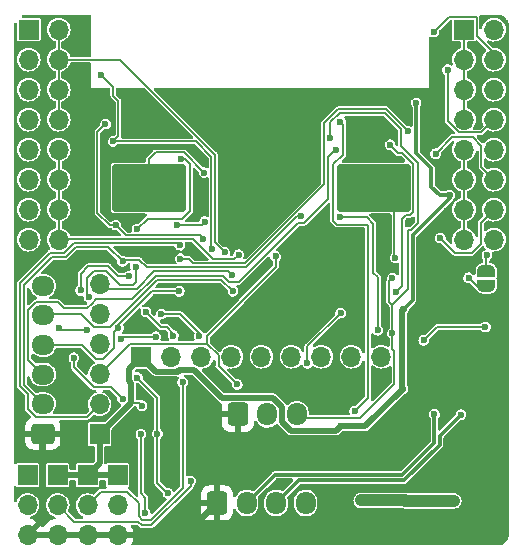
<source format=gbr>
G04 #@! TF.GenerationSoftware,KiCad,Pcbnew,(6.0.0)*
G04 #@! TF.CreationDate,2022-04-17T18:44:47+02:00*
G04 #@! TF.ProjectId,bobbycar,626f6262-7963-4617-922e-6b696361645f,rev?*
G04 #@! TF.SameCoordinates,Original*
G04 #@! TF.FileFunction,Copper,L2,Bot*
G04 #@! TF.FilePolarity,Positive*
%FSLAX46Y46*%
G04 Gerber Fmt 4.6, Leading zero omitted, Abs format (unit mm)*
G04 Created by KiCad (PCBNEW (6.0.0)) date 2022-04-17 18:44:47*
%MOMM*%
%LPD*%
G01*
G04 APERTURE LIST*
G04 Aperture macros list*
%AMRoundRect*
0 Rectangle with rounded corners*
0 $1 Rounding radius*
0 $2 $3 $4 $5 $6 $7 $8 $9 X,Y pos of 4 corners*
0 Add a 4 corners polygon primitive as box body*
4,1,4,$2,$3,$4,$5,$6,$7,$8,$9,$2,$3,0*
0 Add four circle primitives for the rounded corners*
1,1,$1+$1,$2,$3*
1,1,$1+$1,$4,$5*
1,1,$1+$1,$6,$7*
1,1,$1+$1,$8,$9*
0 Add four rect primitives between the rounded corners*
20,1,$1+$1,$2,$3,$4,$5,0*
20,1,$1+$1,$4,$5,$6,$7,0*
20,1,$1+$1,$6,$7,$8,$9,0*
20,1,$1+$1,$8,$9,$2,$3,0*%
%AMFreePoly0*
4,1,22,0.500000,-0.750000,0.000000,-0.750000,0.000000,-0.745033,-0.079941,-0.743568,-0.215256,-0.701293,-0.333266,-0.622738,-0.424486,-0.514219,-0.481581,-0.384460,-0.499164,-0.250000,-0.500000,-0.250000,-0.500000,0.250000,-0.499164,0.250000,-0.499963,0.256109,-0.478152,0.396186,-0.417904,0.524511,-0.324060,0.630769,-0.204165,0.706417,-0.067858,0.745374,0.000000,0.744959,0.000000,0.750000,
0.500000,0.750000,0.500000,-0.750000,0.500000,-0.750000,$1*%
%AMFreePoly1*
4,1,20,0.000000,0.744959,0.073905,0.744508,0.209726,0.703889,0.328688,0.626782,0.421226,0.519385,0.479903,0.390333,0.500000,0.250000,0.500000,-0.250000,0.499851,-0.262216,0.476331,-0.402017,0.414519,-0.529596,0.319384,-0.634700,0.198574,-0.708877,0.061801,-0.746166,0.000000,-0.745033,0.000000,-0.750000,-0.500000,-0.750000,-0.500000,0.750000,0.000000,0.750000,0.000000,0.744959,
0.000000,0.744959,$1*%
G04 Aperture macros list end*
G04 #@! TA.AperFunction,SMDPad,CuDef*
%ADD10FreePoly0,270.000000*%
G04 #@! TD*
G04 #@! TA.AperFunction,SMDPad,CuDef*
%ADD11FreePoly1,270.000000*%
G04 #@! TD*
G04 #@! TA.AperFunction,ComponentPad*
%ADD12RoundRect,0.250000X0.725000X-0.600000X0.725000X0.600000X-0.725000X0.600000X-0.725000X-0.600000X0*%
G04 #@! TD*
G04 #@! TA.AperFunction,ComponentPad*
%ADD13O,1.950000X1.700000*%
G04 #@! TD*
G04 #@! TA.AperFunction,ComponentPad*
%ADD14R,1.700000X1.700000*%
G04 #@! TD*
G04 #@! TA.AperFunction,ComponentPad*
%ADD15O,1.700000X1.700000*%
G04 #@! TD*
G04 #@! TA.AperFunction,ComponentPad*
%ADD16RoundRect,0.250000X-0.600000X-0.725000X0.600000X-0.725000X0.600000X0.725000X-0.600000X0.725000X0*%
G04 #@! TD*
G04 #@! TA.AperFunction,ComponentPad*
%ADD17O,1.700000X1.950000*%
G04 #@! TD*
G04 #@! TA.AperFunction,SMDPad,CuDef*
%ADD18RoundRect,0.113636X-2.986364X-1.886364X2.986364X-1.886364X2.986364X1.886364X-2.986364X1.886364X0*%
G04 #@! TD*
G04 #@! TA.AperFunction,ViaPad*
%ADD19C,0.600000*%
G04 #@! TD*
G04 #@! TA.AperFunction,ViaPad*
%ADD20C,0.800000*%
G04 #@! TD*
G04 #@! TA.AperFunction,Conductor*
%ADD21C,0.200000*%
G04 #@! TD*
G04 #@! TA.AperFunction,Conductor*
%ADD22C,0.300000*%
G04 #@! TD*
G04 #@! TA.AperFunction,Conductor*
%ADD23C,0.500000*%
G04 #@! TD*
G04 #@! TA.AperFunction,Conductor*
%ADD24C,0.150000*%
G04 #@! TD*
G04 #@! TA.AperFunction,Conductor*
%ADD25C,1.000000*%
G04 #@! TD*
G04 APERTURE END LIST*
D10*
X135050000Y-49700000D03*
D11*
X135050000Y-51000000D03*
D12*
X97500000Y-63500000D03*
D13*
X97500000Y-61000000D03*
X97500000Y-58500000D03*
X97500000Y-56000000D03*
X97500000Y-53500000D03*
X97500000Y-51000000D03*
D14*
X105850000Y-57000000D03*
D15*
X108390000Y-57000000D03*
X110930000Y-57000000D03*
X113470000Y-57000000D03*
X116010000Y-57000000D03*
X118550000Y-57000000D03*
X121090000Y-57000000D03*
X123630000Y-57000000D03*
X126170000Y-57000000D03*
D14*
X96210000Y-67010000D03*
D15*
X96210000Y-69550000D03*
X96210000Y-72090000D03*
D14*
X98750000Y-67010000D03*
D15*
X98750000Y-69550000D03*
X98750000Y-72090000D03*
D16*
X112250000Y-69375000D03*
D17*
X114750000Y-69375000D03*
X117250000Y-69375000D03*
X119750000Y-69375000D03*
D14*
X102300000Y-63550000D03*
D15*
X102300000Y-61010000D03*
X102300000Y-58470000D03*
X102300000Y-55930000D03*
X102300000Y-53390000D03*
X102300000Y-50850000D03*
D14*
X133150000Y-29300000D03*
D15*
X135690000Y-29300000D03*
X133150000Y-31840000D03*
X135690000Y-31840000D03*
X133150000Y-34380000D03*
X135690000Y-34380000D03*
X133150000Y-36920000D03*
X135690000Y-36920000D03*
X133150000Y-39460000D03*
X135690000Y-39460000D03*
X133150000Y-42000000D03*
X135690000Y-42000000D03*
X133150000Y-44540000D03*
X135690000Y-44540000D03*
X133150000Y-47080000D03*
X135690000Y-47080000D03*
D14*
X103830000Y-67025000D03*
D15*
X103830000Y-69565000D03*
X103830000Y-72105000D03*
D14*
X96300000Y-29300000D03*
D15*
X98840000Y-29300000D03*
X96300000Y-31840000D03*
X98840000Y-31840000D03*
X96300000Y-34380000D03*
X98840000Y-34380000D03*
X96300000Y-36920000D03*
X98840000Y-36920000D03*
X96300000Y-39460000D03*
X98840000Y-39460000D03*
X96300000Y-42000000D03*
X98840000Y-42000000D03*
X96300000Y-44540000D03*
X98840000Y-44540000D03*
X96300000Y-47080000D03*
X98840000Y-47080000D03*
D16*
X114000000Y-61875000D03*
D17*
X116500000Y-61875000D03*
X119000000Y-61875000D03*
D14*
X101290000Y-67025000D03*
D15*
X101290000Y-69565000D03*
X101290000Y-72105000D03*
D18*
X106500000Y-42700000D03*
X125500000Y-42700000D03*
D19*
X111400000Y-37350000D03*
X96450000Y-52050000D03*
X101050000Y-60000000D03*
X99850000Y-49050000D03*
X125700000Y-58450000D03*
X136000000Y-55800000D03*
X136350000Y-53350000D03*
X121200000Y-61200000D03*
X95550000Y-61950000D03*
X99550000Y-58500000D03*
X98850500Y-54600000D03*
X101250000Y-54700000D03*
X104100000Y-55500000D03*
X107050000Y-55300000D03*
X128800000Y-56700000D03*
X127100000Y-55000000D03*
X131200000Y-50200000D03*
X136600000Y-50800000D03*
X136500000Y-48700000D03*
X133550000Y-50299500D03*
X135100000Y-48400000D03*
X111050000Y-40350000D03*
X121850000Y-38450000D03*
X111150000Y-41400000D03*
X130150000Y-50250000D03*
X127100000Y-50350000D03*
X131756408Y-44656407D03*
X136550000Y-45850000D03*
X126300000Y-49300000D03*
X125863783Y-54750500D03*
X129750000Y-55600000D03*
X134975530Y-54459788D03*
X133923154Y-55014910D03*
X130050000Y-46550000D03*
X127350000Y-48600000D03*
D20*
X117000000Y-41300032D03*
D19*
X111200000Y-43900000D03*
X127900000Y-61750000D03*
X136550000Y-35750000D03*
X117600000Y-35200000D03*
X111199552Y-42147863D03*
X119150000Y-59200000D03*
X121400000Y-68300000D03*
X109500000Y-35750000D03*
X114350000Y-67150000D03*
X131600000Y-60900000D03*
X99750000Y-64800000D03*
X121500000Y-35750000D03*
X136400000Y-30600000D03*
X107800000Y-59100000D03*
D20*
X117000000Y-45250000D03*
X116000000Y-43250000D03*
D19*
X104200000Y-64400000D03*
D20*
X117000000Y-42250000D03*
X114000000Y-41300032D03*
D19*
X126400000Y-37400000D03*
X113850000Y-65250000D03*
X119450000Y-40850000D03*
D20*
X114000000Y-42250000D03*
X113053375Y-45196625D03*
D19*
X114300000Y-71300000D03*
X96000000Y-48900000D03*
X109500000Y-34750000D03*
X110500000Y-35750000D03*
D20*
X116000000Y-45250000D03*
D19*
X113000000Y-37100000D03*
X121150000Y-59200000D03*
D20*
X115000000Y-41300032D03*
D19*
X112600000Y-72000000D03*
X128400000Y-34750000D03*
X98800000Y-50000000D03*
X111800000Y-63800000D03*
X126300000Y-45200000D03*
X127050000Y-65000000D03*
X129399011Y-47774225D03*
D20*
X113000000Y-41300032D03*
D19*
X134400000Y-32700000D03*
X111700000Y-61200000D03*
D20*
X117000000Y-44250000D03*
D19*
X131938546Y-55153500D03*
D20*
X117000000Y-43250000D03*
X114000000Y-44250000D03*
D19*
X110700000Y-65100000D03*
D20*
X114000000Y-45250000D03*
X113024500Y-44250000D03*
D19*
X101575500Y-38179610D03*
X122500000Y-47800000D03*
X133100000Y-72400000D03*
X119800000Y-38550000D03*
X109200000Y-54350000D03*
X99650000Y-61050000D03*
X119050000Y-55350000D03*
X112100000Y-66400000D03*
X121800000Y-51750000D03*
X111900000Y-58549500D03*
X131650000Y-56100000D03*
X118300000Y-71600000D03*
X120250000Y-46350000D03*
X128506710Y-45516178D03*
X106050000Y-38000000D03*
X122350000Y-50050500D03*
X95750000Y-65150000D03*
D20*
X113024500Y-43250000D03*
D19*
X119250000Y-42000000D03*
X126450000Y-35500000D03*
X113050000Y-39150000D03*
X114000000Y-54900000D03*
X126200000Y-46600000D03*
X113500000Y-35300000D03*
D20*
X114000000Y-43250000D03*
D19*
X110900000Y-48550000D03*
X121500000Y-55400000D03*
D20*
X115000000Y-42250000D03*
D19*
X115700000Y-39200000D03*
D20*
X113024500Y-42250000D03*
X116000000Y-44250000D03*
D19*
X118900000Y-47500000D03*
X104424500Y-38073985D03*
X106204122Y-34824500D03*
X130900000Y-72600000D03*
X118150000Y-37300000D03*
X116700000Y-54900000D03*
X116550000Y-71800000D03*
X122478025Y-35458349D03*
X122500000Y-34750000D03*
X97650000Y-33100000D03*
X110200000Y-69800000D03*
X97400000Y-43250000D03*
X119200000Y-66050000D03*
X97650000Y-46300000D03*
X107751118Y-55035072D03*
X136550000Y-38000000D03*
D20*
X116000000Y-41300032D03*
D19*
X121500000Y-34750000D03*
X100200000Y-63300000D03*
X117150000Y-64750000D03*
X135200000Y-72500000D03*
X119550000Y-51700000D03*
X99550000Y-59550000D03*
X116450000Y-51700000D03*
X134550000Y-43300000D03*
X126200000Y-40000000D03*
X129469622Y-52880378D03*
X105950000Y-39550000D03*
X121500000Y-50050500D03*
X98300000Y-57300000D03*
X121800000Y-64000000D03*
X118100000Y-39050000D03*
D20*
X115000000Y-43250000D03*
D19*
X110500000Y-34750000D03*
X116450000Y-59200000D03*
X101150000Y-36350000D03*
X136600000Y-40700000D03*
D20*
X115000000Y-44250000D03*
D19*
X121050500Y-45065807D03*
X115700000Y-36900000D03*
X115350000Y-63850000D03*
D20*
X116000000Y-42250000D03*
X115000000Y-45250000D03*
D19*
X120450000Y-71950000D03*
X100300000Y-34700000D03*
X111650000Y-51500000D03*
X123600000Y-54800000D03*
X114900000Y-47150000D03*
X128200000Y-72400000D03*
X126140523Y-47725962D03*
X101150000Y-40050000D03*
X124100000Y-53500000D03*
X97550000Y-38800000D03*
X122700000Y-62900000D03*
X128063104Y-52914008D03*
X131950000Y-43300000D03*
X129100000Y-35500000D03*
X105900000Y-61150000D03*
X128000000Y-59690000D03*
X113600000Y-51450000D03*
X109050000Y-51450000D03*
X103900000Y-54550000D03*
X122350000Y-39500000D03*
X119333705Y-45108051D03*
X104251000Y-48918636D03*
X107514094Y-53386983D03*
X110750000Y-55250000D03*
X106235564Y-53214437D03*
X108550000Y-55200000D03*
X132300000Y-69200000D03*
X124450000Y-69150000D03*
X104250000Y-60550000D03*
X106162416Y-70264696D03*
X100126444Y-57073556D03*
X105800000Y-63550000D03*
X107200000Y-63500000D03*
X108088556Y-68538556D03*
X105500500Y-58765200D03*
X119900000Y-57550000D03*
X122700000Y-53300000D03*
X122687556Y-37089556D03*
X123900000Y-61600000D03*
X130650000Y-61850000D03*
X132900000Y-61900000D03*
X126900000Y-39050000D03*
X127380275Y-51542613D03*
X122649500Y-45200000D03*
X110000000Y-67500000D03*
X103675019Y-45850807D03*
X102800000Y-37300000D03*
X111100000Y-47050000D03*
X111799262Y-47848338D03*
X102455500Y-33150000D03*
X103450000Y-38750000D03*
X101398389Y-51965938D03*
X105350000Y-49400000D03*
X104800500Y-50175500D03*
X100691851Y-51382727D03*
X111200000Y-45550000D03*
X117200000Y-48500000D03*
X113962500Y-59337500D03*
X108851478Y-45849500D03*
X109100000Y-47550000D03*
X130600000Y-29500000D03*
X131762411Y-32698074D03*
X131150000Y-46950000D03*
X130750000Y-39800000D03*
X112909933Y-48152947D03*
X114077111Y-48350000D03*
X109150000Y-48700000D03*
X128399500Y-37911972D03*
X113475249Y-50050500D03*
X109200000Y-40249500D03*
X105473042Y-46201478D03*
X109330870Y-59149500D03*
D21*
X108900000Y-47350000D02*
X109100000Y-47550000D01*
X100124944Y-47350000D02*
X108900000Y-47350000D01*
X99295433Y-48179511D02*
X100124944Y-47350000D01*
X98146249Y-48179511D02*
X99295433Y-48179511D01*
X95550000Y-59500000D02*
X95550000Y-50775760D01*
X96235022Y-60185022D02*
X95550000Y-59500000D01*
X96235022Y-61414978D02*
X96235022Y-60185022D01*
X96919564Y-62099520D02*
X96235022Y-61414978D01*
X101210480Y-62099520D02*
X96919564Y-62099520D01*
X95550000Y-50775760D02*
X98146249Y-48179511D01*
X102300000Y-61010000D02*
X101210480Y-62099520D01*
D22*
X130400000Y-41050000D02*
X129100000Y-39750000D01*
X130400000Y-42600000D02*
X130400000Y-41050000D01*
X131100000Y-43300000D02*
X130400000Y-42600000D01*
X131950000Y-43300000D02*
X131100000Y-43300000D01*
X129100000Y-39750000D02*
X129100000Y-35500000D01*
D23*
X127924000Y-53053112D02*
X128063104Y-52914008D01*
X127924000Y-59528000D02*
X127924000Y-53053112D01*
D21*
X112623043Y-50473043D02*
X113600000Y-51450000D01*
X107205561Y-50473043D02*
X112623043Y-50473043D01*
X103678105Y-54000499D02*
X107205561Y-50473043D01*
X103183376Y-54489511D02*
X103672388Y-54000499D01*
X101844567Y-54489511D02*
X103183376Y-54489511D01*
X100755056Y-53400000D02*
X101844567Y-54489511D01*
X97600000Y-53400000D02*
X100755056Y-53400000D01*
X97500000Y-53500000D02*
X97600000Y-53400000D01*
X103550499Y-54899501D02*
X103900000Y-54550000D01*
X103550499Y-56234445D02*
X103550499Y-54899501D01*
X102584944Y-57200000D02*
X103550499Y-56234445D01*
X102015056Y-57200000D02*
X102584944Y-57200000D01*
X100815056Y-56000000D02*
X102015056Y-57200000D01*
X97500000Y-56000000D02*
X100815056Y-56000000D01*
X103900000Y-54272887D02*
X103900000Y-54550000D01*
X106722887Y-51450000D02*
X103900000Y-54272887D01*
X109050000Y-51450000D02*
X106722887Y-51450000D01*
X103672388Y-54000499D02*
X103678105Y-54000499D01*
X98950500Y-54700000D02*
X98850500Y-54600000D01*
X101250000Y-54700000D02*
X98950500Y-54700000D01*
X104300000Y-55300000D02*
X104100000Y-55500000D01*
X107050000Y-55300000D02*
X104300000Y-55300000D01*
X107506698Y-54485571D02*
X106235564Y-53214437D01*
X107978730Y-54485571D02*
X107506698Y-54485571D01*
X108550000Y-55056841D02*
X107978730Y-54485571D01*
X108550000Y-55200000D02*
X108550000Y-55056841D01*
X119900000Y-56100000D02*
X119900000Y-57550000D01*
X122700000Y-53300000D02*
X119900000Y-56100000D01*
X125876102Y-54738181D02*
X125863783Y-54750500D01*
X125876102Y-50276102D02*
X125876102Y-54738181D01*
X124944284Y-45200000D02*
X125472142Y-45727858D01*
X125472142Y-49872142D02*
X125876102Y-50276102D01*
X122649500Y-45200000D02*
X124944284Y-45200000D01*
X125472142Y-45727858D02*
X125472142Y-49872142D01*
X127100000Y-55000000D02*
X127100000Y-52600000D01*
X127100000Y-56375056D02*
X127100000Y-55000000D01*
X130890212Y-54459788D02*
X129750000Y-55600000D01*
X134975530Y-54459788D02*
X130890212Y-54459788D01*
X135050000Y-48450000D02*
X135100000Y-48400000D01*
X135050000Y-49700000D02*
X135050000Y-48450000D01*
X134250500Y-51000000D02*
X135050000Y-51000000D01*
X133550000Y-50299500D02*
X134250500Y-51000000D01*
D24*
X111774501Y-47823577D02*
X111799262Y-47848338D01*
X111774501Y-40074501D02*
X111774501Y-47823577D01*
X110450000Y-38750000D02*
X111774501Y-40074501D01*
X103450000Y-38750000D02*
X110450000Y-38750000D01*
D21*
X107050000Y-39700000D02*
X109450000Y-39700000D01*
X106500000Y-40250000D02*
X107050000Y-39700000D01*
X106500000Y-42700000D02*
X106500000Y-40250000D01*
X109450000Y-39700000D02*
X111150000Y-41400000D01*
D24*
X112074012Y-39874012D02*
X104040000Y-31840000D01*
X104040000Y-31840000D02*
X98840000Y-31840000D01*
X112074012Y-47317026D02*
X112074012Y-39874012D01*
X112909933Y-48152947D02*
X112074012Y-47317026D01*
D21*
X109505216Y-40249500D02*
X109200000Y-40249500D01*
X109935875Y-44650433D02*
X109935875Y-40680159D01*
X109286308Y-45300000D02*
X109935875Y-44650433D01*
X106374520Y-45300000D02*
X109286308Y-45300000D01*
X109935875Y-40680159D02*
X109505216Y-40249500D01*
X105473042Y-46201478D02*
X106374520Y-45300000D01*
X127899501Y-51023387D02*
X127380275Y-51542613D01*
X127899501Y-45346274D02*
X127899501Y-51023387D01*
X128279098Y-44966677D02*
X127899501Y-45346274D01*
X128619631Y-44966677D02*
X128279098Y-44966677D01*
X128849520Y-40663212D02*
X128849520Y-44736788D01*
X127936807Y-39750499D02*
X128849520Y-40663212D01*
X126900000Y-39050000D02*
X127600499Y-39750499D01*
X127600499Y-39750499D02*
X127936807Y-39750499D01*
X128849520Y-44736788D02*
X128619631Y-44966677D01*
X121850000Y-37150000D02*
X121850000Y-38450000D01*
X126450000Y-36350000D02*
X122650000Y-36350000D01*
X129250000Y-40569406D02*
X127850000Y-39169406D01*
X122650000Y-36350000D02*
X121850000Y-37150000D01*
X129250000Y-45700000D02*
X129250000Y-40569406D01*
X127850000Y-37750000D02*
X126450000Y-36350000D01*
X128700000Y-46250000D02*
X129250000Y-45700000D01*
X127850000Y-39169406D02*
X127850000Y-37750000D01*
X128400000Y-46250000D02*
X128700000Y-46250000D01*
X128400000Y-51300000D02*
X128400000Y-46250000D01*
X127100000Y-52600000D02*
X128400000Y-51300000D01*
D22*
X128799511Y-52177601D02*
X128063104Y-52914008D01*
X128799511Y-46715482D02*
X128799511Y-52177601D01*
X131950000Y-43300000D02*
X131950000Y-43564993D01*
X131950000Y-43564993D02*
X128799511Y-46715482D01*
D21*
X127100000Y-52600000D02*
X126830774Y-52330774D01*
X126830774Y-52330774D02*
X126830774Y-50619226D01*
X126830774Y-50619226D02*
X127100000Y-50350000D01*
D24*
X128399500Y-37840573D02*
X128399500Y-37911972D01*
X121300000Y-42400000D02*
X121300000Y-37241072D01*
X110250000Y-49100000D02*
X114600000Y-49100000D01*
X109850000Y-48700000D02*
X110250000Y-49100000D01*
X126584416Y-36025489D02*
X128399500Y-37840573D01*
D21*
X122913692Y-39900000D02*
X122913692Y-37315692D01*
D24*
X114600000Y-49100000D02*
X121300000Y-42400000D01*
D21*
X122100000Y-40713692D02*
X122913692Y-39900000D01*
X122100000Y-45500000D02*
X122100000Y-40713692D01*
X122913692Y-37315692D02*
X122687556Y-37089556D01*
X122400000Y-45800000D02*
X122100000Y-45500000D01*
X125050001Y-45800000D02*
X122400000Y-45800000D01*
X123900000Y-61600000D02*
X125050001Y-60449999D01*
D24*
X121300000Y-37241072D02*
X122515583Y-36025489D01*
D21*
X125050001Y-60449999D02*
X125050001Y-45800000D01*
D24*
X109150000Y-48700000D02*
X109850000Y-48700000D01*
X122515583Y-36025489D02*
X126584416Y-36025489D01*
D21*
X127269511Y-56544567D02*
X127100000Y-56375056D01*
X127269511Y-59280489D02*
X127269511Y-56544567D01*
X124350000Y-62200000D02*
X127269511Y-59280489D01*
X119000000Y-61875000D02*
X119325000Y-62200000D01*
X119325000Y-62200000D02*
X124350000Y-62200000D01*
D23*
X122350480Y-63249520D02*
X122700000Y-62900000D01*
X118482432Y-63249520D02*
X122350480Y-63249520D01*
X117750480Y-62517568D02*
X118482432Y-63249520D01*
X112700480Y-60500480D02*
X117018528Y-60500480D01*
X108907565Y-58249511D02*
X109057076Y-58100000D01*
X110300000Y-58100000D02*
X112700480Y-60500480D01*
X117750480Y-61232432D02*
X117750480Y-62517568D01*
X107099511Y-58249511D02*
X108907565Y-58249511D01*
X105850000Y-57000000D02*
X107099511Y-58249511D01*
X109057076Y-58100000D02*
X110300000Y-58100000D01*
X117018528Y-60500480D02*
X117750480Y-61232432D01*
D24*
X127250000Y-48500000D02*
X127350000Y-48600000D01*
X125500000Y-42700000D02*
X127250000Y-44450000D01*
X127250000Y-44450000D02*
X127250000Y-48500000D01*
D23*
X109520000Y-72105000D02*
X112250000Y-69375000D01*
X96210000Y-72090000D02*
X97459511Y-70840489D01*
X97459511Y-70840489D02*
X97459511Y-63540489D01*
X97459511Y-63540489D02*
X97500000Y-63500000D01*
X103830000Y-72105000D02*
X109520000Y-72105000D01*
X104800999Y-58049001D02*
X104800999Y-59054944D01*
D21*
X105649501Y-60899501D02*
X104950499Y-60899501D01*
D23*
X98750000Y-67010000D02*
X103815000Y-67010000D01*
X104950499Y-59204444D02*
X104950499Y-60899501D01*
X102300000Y-66015000D02*
X101290000Y-67025000D01*
X104950499Y-60899501D02*
X102300000Y-63550000D01*
X104800999Y-59054944D02*
X104950499Y-59204444D01*
D21*
X105900000Y-61150000D02*
X105649501Y-60899501D01*
D23*
X124790000Y-62900000D02*
X122700000Y-62900000D01*
X128000000Y-59690000D02*
X124790000Y-62900000D01*
X102300000Y-63550000D02*
X102300000Y-66015000D01*
X103815000Y-67010000D02*
X103830000Y-67025000D01*
X105850000Y-57000000D02*
X104800999Y-58049001D01*
D21*
X121624511Y-40125489D02*
X122250000Y-39500000D01*
X107060788Y-50123533D02*
X112767816Y-50123532D01*
X105083332Y-52100988D02*
X107060788Y-50123533D01*
X101619617Y-52515439D02*
X101626001Y-52515439D01*
X101241748Y-52893308D02*
X101619617Y-52515439D01*
X98801251Y-52397806D02*
X99296753Y-52893308D01*
X96275480Y-53044564D02*
X96922238Y-52397806D01*
X122250000Y-39500000D02*
X122350000Y-39500000D01*
X114110688Y-50639312D02*
X119092448Y-45657552D01*
X101626001Y-52515439D02*
X102040452Y-52100988D01*
X119092448Y-45657552D02*
X119572165Y-45657552D01*
X99296753Y-52893308D02*
X101241748Y-52893308D01*
X119572165Y-45657552D02*
X121624511Y-43605206D01*
X97500000Y-58500000D02*
X96275480Y-57275480D01*
X112767816Y-50123532D02*
X113283595Y-50639312D01*
X102040452Y-52100988D02*
X105083332Y-52100988D01*
X121624511Y-43605206D02*
X121624511Y-40125489D01*
X113283595Y-50639312D02*
X114110688Y-50639312D01*
X96922238Y-52397806D02*
X98801251Y-52397806D01*
X96275480Y-57275480D02*
X96275480Y-53044564D01*
X105679679Y-48829679D02*
X106274511Y-49424511D01*
X97500000Y-61000000D02*
X97500000Y-60955716D01*
X103032364Y-47700000D02*
X104251000Y-48918636D01*
X104251000Y-48918636D02*
X104339957Y-48829679D01*
X95899511Y-59355227D02*
X95899511Y-50920533D01*
X98291022Y-48529022D02*
X99440206Y-48529022D01*
X95899511Y-50920533D02*
X98291022Y-48529022D01*
X100269228Y-47700000D02*
X103032364Y-47700000D01*
X119050877Y-45108051D02*
X119333705Y-45108051D01*
X99440206Y-48529022D02*
X100269228Y-47700000D01*
X104339957Y-48829679D02*
X105679679Y-48829679D01*
X106274511Y-49424511D02*
X114734418Y-49424510D01*
X114734418Y-49424510D02*
X119050877Y-45108051D01*
X97500000Y-60955716D02*
X95899511Y-59355227D01*
X110750000Y-55250000D02*
X110750000Y-55000000D01*
X110750000Y-55000000D02*
X109136983Y-53386983D01*
X109136983Y-53386983D02*
X107514094Y-53386983D01*
D25*
X128150000Y-69150000D02*
X124450000Y-69150000D01*
X132300000Y-69200000D02*
X128200000Y-69200000D01*
X128200000Y-69200000D02*
X128150000Y-69150000D01*
D21*
X105800000Y-68555716D02*
X106162416Y-68918132D01*
X103269511Y-59569511D02*
X101819511Y-59569511D01*
X106162416Y-68918132D02*
X106162416Y-70264696D01*
X104250000Y-60550000D02*
X103269511Y-59569511D01*
X101819511Y-59569511D02*
X100126444Y-57876444D01*
X105800000Y-63550000D02*
X105800000Y-68555716D01*
X100126444Y-57876444D02*
X100126444Y-57073556D01*
X107200000Y-60464700D02*
X105500500Y-58765200D01*
X107200000Y-67700000D02*
X108038556Y-68538556D01*
X107200000Y-63500000D02*
X107200000Y-67700000D01*
X107200000Y-63500000D02*
X107200000Y-60464700D01*
X108038556Y-68538556D02*
X108088556Y-68538556D01*
D22*
X114750000Y-69375000D02*
X117125000Y-67000000D01*
X117125000Y-67000000D02*
X127914296Y-67000000D01*
X130650000Y-64264296D02*
X130650000Y-61850000D01*
X127914296Y-67000000D02*
X130650000Y-64264296D01*
X128100490Y-67449510D02*
X131100000Y-64450000D01*
X119175490Y-67449510D02*
X128100490Y-67449510D01*
X131100000Y-64450000D02*
X131100000Y-63700000D01*
X131100000Y-63700000D02*
X132900000Y-61900000D01*
X117250000Y-69375000D02*
X119175490Y-67449510D01*
D21*
X105575817Y-70949511D02*
X105890026Y-71263719D01*
X106686281Y-71263719D02*
X110000000Y-67950000D01*
X105890026Y-71263719D02*
X106686281Y-71263719D01*
X110000000Y-67950000D02*
X110000000Y-67500000D01*
X100149511Y-70949511D02*
X105575817Y-70949511D01*
X98750000Y-69550000D02*
X100149511Y-70949511D01*
D24*
X110775978Y-46725978D02*
X111100000Y-47050000D01*
X104550190Y-46725978D02*
X110775978Y-46725978D01*
X103675019Y-45850807D02*
X104550190Y-46725978D01*
X102800000Y-37300000D02*
X102100000Y-38000000D01*
X102100000Y-38000000D02*
X102100000Y-44800000D01*
X102100000Y-44800000D02*
X103150807Y-45850807D01*
X103150807Y-45850807D02*
X103675019Y-45850807D01*
X103450000Y-34144500D02*
X102455500Y-33150000D01*
X103450000Y-38750000D02*
X103900000Y-38300000D01*
X103900000Y-35350000D02*
X103450000Y-34900000D01*
X103450000Y-34900000D02*
X103450000Y-34144500D01*
X103900000Y-38300000D02*
X103900000Y-35350000D01*
D21*
X105100000Y-50900000D02*
X105350000Y-50650000D01*
X101249501Y-51222388D02*
X101249501Y-51817050D01*
X105045107Y-50900000D02*
X105100000Y-50900000D01*
X105045107Y-50900000D02*
X104050000Y-50900000D01*
X102850000Y-49700000D02*
X101800000Y-49700000D01*
X101199501Y-51172388D02*
X101249501Y-51222388D01*
X101249501Y-51817050D02*
X101398389Y-51965938D01*
X101199501Y-50300499D02*
X101199501Y-51172388D01*
X105350000Y-50650000D02*
X105350000Y-49400000D01*
X104050000Y-50900000D02*
X102850000Y-49700000D01*
X101800000Y-49700000D02*
X101199501Y-50300499D01*
X100691851Y-51382727D02*
X100691851Y-49963865D01*
X103044773Y-49350489D02*
X103869784Y-50175500D01*
X103869784Y-50175500D02*
X104800500Y-50175500D01*
X101305227Y-49350489D02*
X103044773Y-49350489D01*
X100691851Y-49963865D02*
X101305227Y-49350489D01*
X112370489Y-57770489D02*
X113937500Y-59337500D01*
X111200000Y-45550000D02*
X111200000Y-45600000D01*
X110950500Y-45849500D02*
X108851478Y-45849500D01*
X117200000Y-48500000D02*
X117200000Y-49400000D01*
X112370489Y-56885545D02*
X112370489Y-57770489D01*
X117200000Y-49400000D02*
X111385433Y-55214567D01*
X111385433Y-55900489D02*
X112370489Y-56885545D01*
X111385433Y-55214567D02*
X111385433Y-55900489D01*
X111200000Y-45600000D02*
X110950500Y-45849500D01*
X113937500Y-59337500D02*
X113962500Y-59337500D01*
X102300000Y-58470000D02*
X104869511Y-55900489D01*
X104869511Y-55900489D02*
X111385433Y-55900489D01*
D24*
X130600000Y-29500000D02*
X131874511Y-28225489D01*
X135690000Y-31290000D02*
X135690000Y-31840000D01*
X134224511Y-29824511D02*
X135690000Y-31290000D01*
X131874511Y-28225489D02*
X134224511Y-28225489D01*
X134224511Y-28225489D02*
X134224511Y-29824511D01*
X132704922Y-37994511D02*
X134615489Y-37994511D01*
X134615489Y-37994511D02*
X135690000Y-36920000D01*
X131762411Y-32698074D02*
X131762411Y-37052000D01*
X131762411Y-37052000D02*
X132704922Y-37994511D01*
D21*
X132379511Y-48179511D02*
X133820489Y-48179511D01*
X134590489Y-47409511D02*
X134590489Y-45639511D01*
X134590489Y-45639511D02*
X135690000Y-44540000D01*
X131150000Y-46950000D02*
X132379511Y-48179511D01*
X133820489Y-48179511D02*
X134590489Y-47409511D01*
D24*
X133885489Y-38385489D02*
X134615489Y-39115489D01*
X134615489Y-39115489D02*
X134615489Y-40925489D01*
X134615489Y-40925489D02*
X135690000Y-42000000D01*
X132164511Y-38385489D02*
X133885489Y-38385489D01*
X130750000Y-39800000D02*
X132164511Y-38385489D01*
X98840000Y-36920000D02*
X98840000Y-29300000D01*
X114077111Y-48350000D02*
X113698041Y-48729070D01*
X111879070Y-48729070D02*
X110175489Y-47025489D01*
X110175489Y-47025489D02*
X98894511Y-47025489D01*
D21*
X98840000Y-47080000D02*
X98840000Y-39460000D01*
D24*
X113698041Y-48729070D02*
X111879070Y-48729070D01*
X133150000Y-29300000D02*
X133150000Y-31840000D01*
X133150000Y-31840000D02*
X133150000Y-36920000D01*
X133150000Y-39460000D02*
X133150000Y-47080000D01*
D21*
X106916016Y-49774022D02*
X113198771Y-49774022D01*
X102699511Y-51249511D02*
X105440527Y-51249511D01*
X113198771Y-49774022D02*
X113475249Y-50050500D01*
X105440527Y-51249511D02*
X106916016Y-49774022D01*
X102300000Y-50850000D02*
X102699511Y-51249511D01*
X104626522Y-68427500D02*
X105612905Y-69413883D01*
X102427500Y-68427500D02*
X104626522Y-68427500D01*
X105612905Y-70492312D02*
X105934800Y-70814207D01*
X105934800Y-70814207D02*
X106635793Y-70814207D01*
X105612905Y-69413883D02*
X105612905Y-70492312D01*
X109330870Y-68119130D02*
X109330870Y-59149500D01*
X106635793Y-70814207D02*
X109330870Y-68119130D01*
X101290000Y-69565000D02*
X102427500Y-68427500D01*
G04 #@! TA.AperFunction,Conductor*
G36*
X135995089Y-28025026D02*
G01*
X136000000Y-28027060D01*
X136003975Y-28025413D01*
X136005477Y-28025479D01*
X136158329Y-28038852D01*
X136179952Y-28042664D01*
X136237832Y-28058173D01*
X136322822Y-28080946D01*
X136343461Y-28088458D01*
X136477513Y-28150968D01*
X136496533Y-28161950D01*
X136617689Y-28246784D01*
X136634514Y-28260902D01*
X136739098Y-28365486D01*
X136753216Y-28382311D01*
X136838050Y-28503467D01*
X136849032Y-28522487D01*
X136911542Y-28656539D01*
X136919054Y-28677178D01*
X136957335Y-28820043D01*
X136957335Y-28820044D01*
X136961148Y-28841671D01*
X136968246Y-28922793D01*
X136974521Y-28994522D01*
X136974587Y-28996025D01*
X136972940Y-29000000D01*
X136974974Y-29004911D01*
X136975000Y-29005503D01*
X136975000Y-29021817D01*
X136974971Y-29022363D01*
X136975000Y-29022567D01*
X136975000Y-71994497D01*
X136974974Y-71995089D01*
X136972940Y-72000000D01*
X136974587Y-72003975D01*
X136974521Y-72005478D01*
X136961149Y-72158326D01*
X136957335Y-72179956D01*
X136919054Y-72322822D01*
X136911542Y-72343461D01*
X136849032Y-72477513D01*
X136838050Y-72496533D01*
X136753216Y-72617689D01*
X136739098Y-72634514D01*
X136634514Y-72739098D01*
X136617689Y-72753216D01*
X136496533Y-72838050D01*
X136477513Y-72849032D01*
X136343461Y-72911542D01*
X136322821Y-72919054D01*
X136179952Y-72957336D01*
X136158329Y-72961148D01*
X136005478Y-72974521D01*
X136003975Y-72974587D01*
X136000000Y-72972940D01*
X135995089Y-72974974D01*
X135994497Y-72975000D01*
X135978183Y-72975000D01*
X135977637Y-72974971D01*
X135977433Y-72975000D01*
X105117723Y-72975000D01*
X105049602Y-72954998D01*
X105003109Y-72901342D01*
X104993005Y-72831068D01*
X105004766Y-72793173D01*
X105094670Y-72611267D01*
X105098469Y-72601672D01*
X105160377Y-72397910D01*
X105162555Y-72387837D01*
X105163986Y-72376962D01*
X105161775Y-72362778D01*
X105148617Y-72359000D01*
X99948513Y-72359000D01*
X99918090Y-72350067D01*
X99917559Y-72352507D01*
X99878452Y-72344000D01*
X96082000Y-72344000D01*
X96013879Y-72323998D01*
X95967386Y-72270342D01*
X95956000Y-72218000D01*
X95956000Y-71962000D01*
X95976002Y-71893879D01*
X96029658Y-71847386D01*
X96082000Y-71836000D01*
X100091487Y-71836000D01*
X100121910Y-71844933D01*
X100122441Y-71842493D01*
X100161548Y-71851000D01*
X105148344Y-71851000D01*
X105161875Y-71847027D01*
X105163180Y-71837947D01*
X105121214Y-71670875D01*
X105117894Y-71661124D01*
X105032972Y-71465814D01*
X105028105Y-71456739D01*
X104987810Y-71394451D01*
X104967603Y-71326390D01*
X104987399Y-71258210D01*
X105040915Y-71211556D01*
X105093602Y-71200011D01*
X105419867Y-71200011D01*
X105487988Y-71220013D01*
X105508962Y-71236916D01*
X105686670Y-71414624D01*
X105702340Y-71433717D01*
X105702531Y-71434003D01*
X105702533Y-71434005D01*
X105709425Y-71444320D01*
X105730342Y-71458296D01*
X105730343Y-71458297D01*
X105792286Y-71499685D01*
X105890026Y-71519127D01*
X105902197Y-71516706D01*
X105902198Y-71516706D01*
X105902530Y-71516640D01*
X105927111Y-71514219D01*
X106649196Y-71514219D01*
X106673777Y-71516640D01*
X106674109Y-71516706D01*
X106674110Y-71516706D01*
X106686281Y-71519127D01*
X106698452Y-71516706D01*
X106771851Y-71502106D01*
X106784022Y-71499685D01*
X106813817Y-71479776D01*
X106866882Y-71444320D01*
X106873774Y-71434005D01*
X106873776Y-71434003D01*
X106873969Y-71433714D01*
X106889639Y-71414621D01*
X108157165Y-70147095D01*
X110892001Y-70147095D01*
X110892338Y-70153614D01*
X110902257Y-70249206D01*
X110905149Y-70262600D01*
X110956588Y-70416784D01*
X110962761Y-70429962D01*
X111048063Y-70567807D01*
X111057099Y-70579208D01*
X111171829Y-70693739D01*
X111183240Y-70702751D01*
X111321243Y-70787816D01*
X111334424Y-70793963D01*
X111488710Y-70845138D01*
X111502086Y-70848005D01*
X111596438Y-70857672D01*
X111602854Y-70858000D01*
X111977885Y-70858000D01*
X111993124Y-70853525D01*
X111994329Y-70852135D01*
X111996000Y-70844452D01*
X111996000Y-70839884D01*
X112504000Y-70839884D01*
X112508475Y-70855123D01*
X112509865Y-70856328D01*
X112517548Y-70857999D01*
X112897095Y-70857999D01*
X112903614Y-70857662D01*
X112999206Y-70847743D01*
X113012600Y-70844851D01*
X113166784Y-70793412D01*
X113179962Y-70787239D01*
X113317807Y-70701937D01*
X113329208Y-70692901D01*
X113443739Y-70578171D01*
X113452751Y-70566760D01*
X113537816Y-70428757D01*
X113543963Y-70415576D01*
X113595138Y-70261290D01*
X113598005Y-70247914D01*
X113607672Y-70153562D01*
X113608000Y-70147146D01*
X113608000Y-69990705D01*
X113628002Y-69922584D01*
X113681658Y-69876091D01*
X113751932Y-69865987D01*
X113816512Y-69895481D01*
X113844202Y-69929619D01*
X113924203Y-70073944D01*
X114056477Y-70228271D01*
X114061514Y-70232178D01*
X114061516Y-70232180D01*
X114099045Y-70261290D01*
X114217081Y-70352848D01*
X114399455Y-70442587D01*
X114405633Y-70444196D01*
X114405635Y-70444197D01*
X114589966Y-70492212D01*
X114589969Y-70492212D01*
X114596148Y-70493822D01*
X114677328Y-70498076D01*
X114792744Y-70504125D01*
X114792748Y-70504125D01*
X114799126Y-70504459D01*
X115000097Y-70474065D01*
X115014315Y-70468834D01*
X115081276Y-70444197D01*
X115190852Y-70403881D01*
X115198987Y-70398837D01*
X115358176Y-70300137D01*
X115358180Y-70300134D01*
X115363599Y-70296774D01*
X115511280Y-70157119D01*
X115627863Y-69990621D01*
X115708586Y-69804081D01*
X115722516Y-69737403D01*
X115749162Y-69609856D01*
X115749163Y-69609851D01*
X115750151Y-69605120D01*
X115750500Y-69598461D01*
X115750500Y-69199200D01*
X115740530Y-69101044D01*
X115735765Y-69054132D01*
X115735765Y-69054130D01*
X115735120Y-69047784D01*
X115702360Y-68943246D01*
X115701076Y-68872261D01*
X115733499Y-68816472D01*
X116470040Y-68079932D01*
X117212567Y-67337405D01*
X117274879Y-67303379D01*
X117301662Y-67300500D01*
X118595339Y-67300500D01*
X118663460Y-67320502D01*
X118709953Y-67374158D01*
X118720057Y-67444432D01*
X118690563Y-67509012D01*
X118684434Y-67515595D01*
X117860082Y-68339947D01*
X117797770Y-68373973D01*
X117726955Y-68368908D01*
X117715358Y-68363907D01*
X117606276Y-68310233D01*
X117600545Y-68307413D01*
X117594367Y-68305804D01*
X117594365Y-68305803D01*
X117410034Y-68257788D01*
X117410031Y-68257788D01*
X117403852Y-68256178D01*
X117322672Y-68251924D01*
X117207256Y-68245875D01*
X117207252Y-68245875D01*
X117200874Y-68245541D01*
X116999903Y-68275935D01*
X116809148Y-68346119D01*
X116803728Y-68349479D01*
X116803727Y-68349480D01*
X116641824Y-68449863D01*
X116641820Y-68449866D01*
X116636401Y-68453226D01*
X116631763Y-68457612D01*
X116516073Y-68567015D01*
X116488720Y-68592881D01*
X116372137Y-68759379D01*
X116291414Y-68945919D01*
X116290108Y-68952171D01*
X116254838Y-69121000D01*
X116249849Y-69144880D01*
X116249500Y-69151539D01*
X116249500Y-69550800D01*
X116249823Y-69553979D01*
X116262417Y-69677963D01*
X116264880Y-69702216D01*
X116325662Y-69896172D01*
X116424203Y-70073944D01*
X116556477Y-70228271D01*
X116561514Y-70232178D01*
X116561516Y-70232180D01*
X116599045Y-70261290D01*
X116717081Y-70352848D01*
X116899455Y-70442587D01*
X116905633Y-70444196D01*
X116905635Y-70444197D01*
X117089966Y-70492212D01*
X117089969Y-70492212D01*
X117096148Y-70493822D01*
X117177328Y-70498076D01*
X117292744Y-70504125D01*
X117292748Y-70504125D01*
X117299126Y-70504459D01*
X117500097Y-70474065D01*
X117514315Y-70468834D01*
X117581276Y-70444197D01*
X117690852Y-70403881D01*
X117698987Y-70398837D01*
X117858176Y-70300137D01*
X117858180Y-70300134D01*
X117863599Y-70296774D01*
X118011280Y-70157119D01*
X118127863Y-69990621D01*
X118208586Y-69804081D01*
X118222516Y-69737403D01*
X118249162Y-69609856D01*
X118249163Y-69609851D01*
X118250151Y-69605120D01*
X118250500Y-69598461D01*
X118250500Y-69550800D01*
X118749500Y-69550800D01*
X118749823Y-69553979D01*
X118762417Y-69677963D01*
X118764880Y-69702216D01*
X118825662Y-69896172D01*
X118924203Y-70073944D01*
X119056477Y-70228271D01*
X119061514Y-70232178D01*
X119061516Y-70232180D01*
X119099045Y-70261290D01*
X119217081Y-70352848D01*
X119399455Y-70442587D01*
X119405633Y-70444196D01*
X119405635Y-70444197D01*
X119589966Y-70492212D01*
X119589969Y-70492212D01*
X119596148Y-70493822D01*
X119677328Y-70498076D01*
X119792744Y-70504125D01*
X119792748Y-70504125D01*
X119799126Y-70504459D01*
X120000097Y-70474065D01*
X120014315Y-70468834D01*
X120081276Y-70444197D01*
X120190852Y-70403881D01*
X120198987Y-70398837D01*
X120358176Y-70300137D01*
X120358180Y-70300134D01*
X120363599Y-70296774D01*
X120511280Y-70157119D01*
X120627863Y-69990621D01*
X120708586Y-69804081D01*
X120722516Y-69737403D01*
X120749162Y-69609856D01*
X120749163Y-69609851D01*
X120750151Y-69605120D01*
X120750500Y-69598461D01*
X120750500Y-69199200D01*
X120741321Y-69108830D01*
X123795624Y-69108830D01*
X123796122Y-69116741D01*
X123805114Y-69259663D01*
X123805944Y-69272860D01*
X123808393Y-69280396D01*
X123808393Y-69280398D01*
X123820007Y-69316142D01*
X123856732Y-69429171D01*
X123944798Y-69567940D01*
X123950577Y-69573367D01*
X123950578Y-69573368D01*
X123979076Y-69600129D01*
X124064607Y-69680448D01*
X124071551Y-69684265D01*
X124071553Y-69684267D01*
X124115282Y-69708307D01*
X124208632Y-69759627D01*
X124216304Y-69761597D01*
X124216307Y-69761598D01*
X124360145Y-69798529D01*
X124360148Y-69798529D01*
X124367823Y-69800500D01*
X127914243Y-69800500D01*
X127956794Y-69808617D01*
X127958632Y-69809627D01*
X127966307Y-69811598D01*
X127966308Y-69811598D01*
X127979037Y-69814866D01*
X127997742Y-69821270D01*
X128017074Y-69829636D01*
X128024900Y-69830876D01*
X128024905Y-69830877D01*
X128062076Y-69836765D01*
X128073696Y-69839171D01*
X128110142Y-69848528D01*
X128117823Y-69850500D01*
X128138884Y-69850500D01*
X128158596Y-69852051D01*
X128179405Y-69855347D01*
X128187297Y-69854601D01*
X128224767Y-69851059D01*
X128236625Y-69850500D01*
X132340925Y-69850500D01*
X132398690Y-69843203D01*
X132455193Y-69836065D01*
X132455196Y-69836064D01*
X132463058Y-69835071D01*
X132470425Y-69832154D01*
X132470426Y-69832154D01*
X132528029Y-69809347D01*
X132615871Y-69774568D01*
X132626821Y-69766613D01*
X132742423Y-69682623D01*
X132748837Y-69677963D01*
X132853600Y-69551326D01*
X132857495Y-69543050D01*
X132906665Y-69438557D01*
X132923579Y-69402613D01*
X132925064Y-69394830D01*
X132925065Y-69394826D01*
X132952891Y-69248956D01*
X132952891Y-69248954D01*
X132954376Y-69241170D01*
X132947253Y-69127959D01*
X132944554Y-69085051D01*
X132944554Y-69085049D01*
X132944056Y-69077140D01*
X132893268Y-68920829D01*
X132805202Y-68782060D01*
X132793261Y-68770846D01*
X132691170Y-68674977D01*
X132685393Y-68669552D01*
X132678449Y-68665735D01*
X132678447Y-68665733D01*
X132596570Y-68620721D01*
X132541368Y-68590373D01*
X132533696Y-68588403D01*
X132533693Y-68588402D01*
X132389855Y-68551471D01*
X132389852Y-68551471D01*
X132382177Y-68549500D01*
X128435758Y-68549500D01*
X128393206Y-68541384D01*
X128391368Y-68540373D01*
X128383689Y-68538402D01*
X128383688Y-68538401D01*
X128370959Y-68535133D01*
X128352250Y-68528727D01*
X128340200Y-68523512D01*
X128340195Y-68523510D01*
X128332926Y-68520365D01*
X128287930Y-68513238D01*
X128276310Y-68510831D01*
X128239860Y-68501472D01*
X128239855Y-68501471D01*
X128232177Y-68499500D01*
X128211116Y-68499500D01*
X128191404Y-68497949D01*
X128190098Y-68497742D01*
X128170595Y-68494653D01*
X128162704Y-68495399D01*
X128125235Y-68498941D01*
X128113377Y-68499500D01*
X124409075Y-68499500D01*
X124351310Y-68506797D01*
X124294807Y-68513935D01*
X124294804Y-68513936D01*
X124286942Y-68514929D01*
X124279575Y-68517846D01*
X124279574Y-68517846D01*
X124273212Y-68520365D01*
X124134129Y-68575432D01*
X124127718Y-68580090D01*
X124127716Y-68580091D01*
X124043484Y-68641289D01*
X124001163Y-68672037D01*
X123896400Y-68798674D01*
X123826421Y-68947387D01*
X123824936Y-68955170D01*
X123824935Y-68955174D01*
X123803174Y-69069252D01*
X123795624Y-69108830D01*
X120741321Y-69108830D01*
X120740530Y-69101044D01*
X120735765Y-69054132D01*
X120735765Y-69054130D01*
X120735120Y-69047784D01*
X120674338Y-68853828D01*
X120575797Y-68676056D01*
X120443523Y-68521729D01*
X120434757Y-68514929D01*
X120320816Y-68426548D01*
X120282919Y-68397152D01*
X120100545Y-68307413D01*
X120094367Y-68305804D01*
X120094365Y-68305803D01*
X119910034Y-68257788D01*
X119910031Y-68257788D01*
X119903852Y-68256178D01*
X119822672Y-68251924D01*
X119707256Y-68245875D01*
X119707252Y-68245875D01*
X119700874Y-68245541D01*
X119499903Y-68275935D01*
X119309148Y-68346119D01*
X119303728Y-68349479D01*
X119303727Y-68349480D01*
X119141824Y-68449863D01*
X119141820Y-68449866D01*
X119136401Y-68453226D01*
X119131763Y-68457612D01*
X119016073Y-68567015D01*
X118988720Y-68592881D01*
X118872137Y-68759379D01*
X118791414Y-68945919D01*
X118790108Y-68952171D01*
X118754838Y-69121000D01*
X118749849Y-69144880D01*
X118749500Y-69151539D01*
X118749500Y-69550800D01*
X118250500Y-69550800D01*
X118250500Y-69199200D01*
X118240530Y-69101044D01*
X118235765Y-69054132D01*
X118235765Y-69054130D01*
X118235120Y-69047784D01*
X118202360Y-68943246D01*
X118201076Y-68872261D01*
X118233499Y-68816472D01*
X119263056Y-67786915D01*
X119325368Y-67752889D01*
X119352151Y-67750010D01*
X128048124Y-67750010D01*
X128050797Y-67750206D01*
X128055832Y-67751935D01*
X128067454Y-67751499D01*
X128067456Y-67751499D01*
X128104745Y-67750099D01*
X128109471Y-67750010D01*
X128128438Y-67750010D01*
X128133173Y-67749128D01*
X128136699Y-67748900D01*
X128140439Y-67748759D01*
X128167698Y-67747736D01*
X128178383Y-67743146D01*
X128182983Y-67742109D01*
X128194704Y-67738548D01*
X128199107Y-67736849D01*
X128210543Y-67734719D01*
X128231531Y-67721782D01*
X128247901Y-67713279D01*
X128262378Y-67707059D01*
X128262382Y-67707057D01*
X128270553Y-67703546D01*
X128275439Y-67699532D01*
X128277624Y-67697347D01*
X128279887Y-67695295D01*
X128280032Y-67695455D01*
X128289039Y-67688335D01*
X128295934Y-67682083D01*
X128305838Y-67675978D01*
X128322406Y-67654190D01*
X128333600Y-67641371D01*
X131275452Y-64699519D01*
X131277486Y-64697763D01*
X131282269Y-64695425D01*
X131315573Y-64659523D01*
X131318853Y-64656118D01*
X131332248Y-64642723D01*
X131334972Y-64638753D01*
X131337297Y-64636105D01*
X131350490Y-64621882D01*
X131358401Y-64613354D01*
X131362713Y-64602547D01*
X131365232Y-64598562D01*
X131371004Y-64587753D01*
X131372911Y-64583448D01*
X131379493Y-64573854D01*
X131385186Y-64549864D01*
X131390751Y-64532268D01*
X131396586Y-64517642D01*
X131399883Y-64509378D01*
X131400500Y-64503085D01*
X131400500Y-64500003D01*
X131400650Y-64496933D01*
X131400866Y-64496944D01*
X131402198Y-64485569D01*
X131402653Y-64476255D01*
X131405340Y-64464934D01*
X131401651Y-64437827D01*
X131400500Y-64420836D01*
X131400500Y-63876661D01*
X131420502Y-63808540D01*
X131437405Y-63787566D01*
X132836956Y-62388016D01*
X132899268Y-62353990D01*
X132928359Y-62351132D01*
X132947277Y-62351479D01*
X132947281Y-62351478D01*
X132956255Y-62351643D01*
X133018505Y-62334671D01*
X133072092Y-62320062D01*
X133072093Y-62320062D01*
X133080755Y-62317700D01*
X133088405Y-62313003D01*
X133088407Y-62313002D01*
X133183072Y-62254878D01*
X133183075Y-62254875D01*
X133190724Y-62250179D01*
X133196750Y-62243522D01*
X133271300Y-62161161D01*
X133271303Y-62161157D01*
X133277322Y-62154507D01*
X133333588Y-62038375D01*
X133340642Y-61996450D01*
X133354190Y-61915917D01*
X133354997Y-61911120D01*
X133355133Y-61900000D01*
X133346613Y-61840510D01*
X133338112Y-61781145D01*
X133338111Y-61781142D01*
X133336839Y-61772259D01*
X133330724Y-61758809D01*
X133287145Y-61662962D01*
X133287143Y-61662959D01*
X133283428Y-61654788D01*
X133247389Y-61612962D01*
X133205051Y-61563826D01*
X133205049Y-61563824D01*
X133199193Y-61557028D01*
X133090906Y-61486841D01*
X133082311Y-61484271D01*
X133082310Y-61484270D01*
X132975874Y-61452438D01*
X132975872Y-61452438D01*
X132967273Y-61449866D01*
X132958298Y-61449811D01*
X132958297Y-61449811D01*
X132903641Y-61449477D01*
X132838231Y-61449078D01*
X132826475Y-61452438D01*
X132722786Y-61482072D01*
X132722784Y-61482073D01*
X132714155Y-61484539D01*
X132706565Y-61489328D01*
X132629560Y-61537915D01*
X132605019Y-61553399D01*
X132599076Y-61560128D01*
X132599075Y-61560129D01*
X132545316Y-61621000D01*
X132519596Y-61650122D01*
X132515782Y-61658245D01*
X132515781Y-61658247D01*
X132496554Y-61699200D01*
X132464754Y-61766932D01*
X132444901Y-61894440D01*
X132441489Y-61893909D01*
X132425547Y-61945858D01*
X132409479Y-61965550D01*
X131165595Y-63209434D01*
X131103283Y-63243460D01*
X131032468Y-63238395D01*
X130975632Y-63195848D01*
X130950821Y-63129328D01*
X130950500Y-63120339D01*
X130950500Y-62237934D01*
X130970502Y-62169813D01*
X130983078Y-62153388D01*
X131027322Y-62104507D01*
X131083588Y-61988375D01*
X131093198Y-61931257D01*
X131104190Y-61865917D01*
X131104997Y-61861120D01*
X131105065Y-61855530D01*
X131105074Y-61854859D01*
X131105074Y-61854853D01*
X131105133Y-61850000D01*
X131095272Y-61781145D01*
X131088112Y-61731145D01*
X131088111Y-61731142D01*
X131086839Y-61722259D01*
X131076355Y-61699200D01*
X131037145Y-61612962D01*
X131037143Y-61612959D01*
X131033428Y-61604788D01*
X130988071Y-61552148D01*
X130955051Y-61513826D01*
X130955049Y-61513824D01*
X130949193Y-61507028D01*
X130840906Y-61436841D01*
X130832311Y-61434271D01*
X130832310Y-61434270D01*
X130725874Y-61402438D01*
X130725872Y-61402438D01*
X130717273Y-61399866D01*
X130708298Y-61399811D01*
X130708297Y-61399811D01*
X130653641Y-61399477D01*
X130588231Y-61399078D01*
X130539323Y-61413056D01*
X130472786Y-61432072D01*
X130472784Y-61432073D01*
X130464155Y-61434539D01*
X130456565Y-61439328D01*
X130369491Y-61494268D01*
X130355019Y-61503399D01*
X130269596Y-61600122D01*
X130265782Y-61608245D01*
X130265781Y-61608247D01*
X130260578Y-61619329D01*
X130214754Y-61716932D01*
X130206969Y-61766932D01*
X130196282Y-61835567D01*
X130196282Y-61835571D01*
X130194901Y-61844440D01*
X130196065Y-61853342D01*
X130196065Y-61853345D01*
X130210468Y-61963489D01*
X130210469Y-61963493D01*
X130211633Y-61972394D01*
X130263605Y-62090510D01*
X130269382Y-62097383D01*
X130269383Y-62097384D01*
X130319951Y-62157542D01*
X130348472Y-62222558D01*
X130349500Y-62238617D01*
X130349500Y-64087634D01*
X130329498Y-64155755D01*
X130312595Y-64176729D01*
X127826730Y-66662595D01*
X127764418Y-66696620D01*
X127737635Y-66699500D01*
X117177366Y-66699500D01*
X117174693Y-66699304D01*
X117169658Y-66697575D01*
X117158036Y-66698011D01*
X117158034Y-66698011D01*
X117120744Y-66699411D01*
X117116018Y-66699500D01*
X117097052Y-66699500D01*
X117092317Y-66700381D01*
X117088790Y-66700610D01*
X117084254Y-66700780D01*
X117057791Y-66701774D01*
X117047104Y-66706366D01*
X117042492Y-66707405D01*
X117030800Y-66710957D01*
X117026383Y-66712661D01*
X117014947Y-66714791D01*
X116993961Y-66727727D01*
X116977589Y-66736231D01*
X116963112Y-66742451D01*
X116963108Y-66742453D01*
X116954937Y-66745964D01*
X116950051Y-66749978D01*
X116947866Y-66752163D01*
X116945603Y-66754215D01*
X116945458Y-66754055D01*
X116936451Y-66761175D01*
X116929556Y-66767427D01*
X116919652Y-66773532D01*
X116903084Y-66795320D01*
X116891890Y-66808139D01*
X115360082Y-68339947D01*
X115297770Y-68373973D01*
X115226955Y-68368908D01*
X115215358Y-68363907D01*
X115106276Y-68310233D01*
X115100545Y-68307413D01*
X115094367Y-68305804D01*
X115094365Y-68305803D01*
X114910034Y-68257788D01*
X114910031Y-68257788D01*
X114903852Y-68256178D01*
X114822672Y-68251924D01*
X114707256Y-68245875D01*
X114707252Y-68245875D01*
X114700874Y-68245541D01*
X114499903Y-68275935D01*
X114309148Y-68346119D01*
X114303728Y-68349479D01*
X114303727Y-68349480D01*
X114141824Y-68449863D01*
X114141820Y-68449866D01*
X114136401Y-68453226D01*
X114131763Y-68457612D01*
X114016073Y-68567015D01*
X113988720Y-68592881D01*
X113872137Y-68759379D01*
X113869602Y-68765238D01*
X113869600Y-68765241D01*
X113849636Y-68811375D01*
X113804225Y-68865950D01*
X113736518Y-68887310D01*
X113668011Y-68868674D01*
X113620455Y-68815958D01*
X113607999Y-68761335D01*
X113607999Y-68602905D01*
X113607662Y-68596386D01*
X113597743Y-68500794D01*
X113594851Y-68487400D01*
X113543412Y-68333216D01*
X113537239Y-68320038D01*
X113451937Y-68182193D01*
X113442901Y-68170792D01*
X113328171Y-68056261D01*
X113316760Y-68047249D01*
X113178757Y-67962184D01*
X113165576Y-67956037D01*
X113011290Y-67904862D01*
X112997914Y-67901995D01*
X112903562Y-67892328D01*
X112897145Y-67892000D01*
X112522115Y-67892000D01*
X112506876Y-67896475D01*
X112505671Y-67897865D01*
X112504000Y-67905548D01*
X112504000Y-70839884D01*
X111996000Y-70839884D01*
X111996000Y-69647115D01*
X111991525Y-69631876D01*
X111990135Y-69630671D01*
X111982452Y-69629000D01*
X110910116Y-69629000D01*
X110894877Y-69633475D01*
X110893672Y-69634865D01*
X110892001Y-69642548D01*
X110892001Y-70147095D01*
X108157165Y-70147095D01*
X109201375Y-69102885D01*
X110892000Y-69102885D01*
X110896475Y-69118124D01*
X110897865Y-69119329D01*
X110905548Y-69121000D01*
X111977885Y-69121000D01*
X111993124Y-69116525D01*
X111994329Y-69115135D01*
X111996000Y-69107452D01*
X111996000Y-67910116D01*
X111991525Y-67894877D01*
X111990135Y-67893672D01*
X111982452Y-67892001D01*
X111602905Y-67892001D01*
X111596386Y-67892338D01*
X111500794Y-67902257D01*
X111487400Y-67905149D01*
X111333216Y-67956588D01*
X111320038Y-67962761D01*
X111182193Y-68048063D01*
X111170792Y-68057099D01*
X111056261Y-68171829D01*
X111047249Y-68183240D01*
X110962184Y-68321243D01*
X110956037Y-68334424D01*
X110904862Y-68488710D01*
X110901995Y-68502086D01*
X110892328Y-68596438D01*
X110892000Y-68602855D01*
X110892000Y-69102885D01*
X109201375Y-69102885D01*
X110150902Y-68153358D01*
X110169995Y-68137688D01*
X110170284Y-68137495D01*
X110170286Y-68137493D01*
X110180601Y-68130601D01*
X110216057Y-68077536D01*
X110235966Y-68047741D01*
X110255408Y-67950000D01*
X110253127Y-67938534D01*
X110272989Y-67870890D01*
X110291056Y-67850479D01*
X110290724Y-67850179D01*
X110371300Y-67761161D01*
X110371303Y-67761157D01*
X110377322Y-67754507D01*
X110433588Y-67638375D01*
X110454997Y-67511120D01*
X110455133Y-67500000D01*
X110436839Y-67372259D01*
X110418326Y-67331541D01*
X110387145Y-67262962D01*
X110387143Y-67262959D01*
X110383428Y-67254788D01*
X110299193Y-67157028D01*
X110190906Y-67086841D01*
X110182311Y-67084271D01*
X110182310Y-67084270D01*
X110075874Y-67052438D01*
X110075872Y-67052438D01*
X110067273Y-67049866D01*
X110058298Y-67049811D01*
X110058297Y-67049811D01*
X110003641Y-67049477D01*
X109938231Y-67049078D01*
X109926475Y-67052438D01*
X109822786Y-67082072D01*
X109822784Y-67082073D01*
X109814155Y-67084539D01*
X109806566Y-67089327D01*
X109806560Y-67089330D01*
X109774606Y-67109492D01*
X109706321Y-67128927D01*
X109638370Y-67108358D01*
X109592325Y-67054318D01*
X109581370Y-67002931D01*
X109581370Y-62647095D01*
X112642001Y-62647095D01*
X112642338Y-62653614D01*
X112652257Y-62749206D01*
X112655149Y-62762600D01*
X112706588Y-62916784D01*
X112712761Y-62929962D01*
X112798063Y-63067807D01*
X112807099Y-63079208D01*
X112921829Y-63193739D01*
X112933240Y-63202751D01*
X113071243Y-63287816D01*
X113084424Y-63293963D01*
X113238710Y-63345138D01*
X113252086Y-63348005D01*
X113346438Y-63357672D01*
X113352854Y-63358000D01*
X113727885Y-63358000D01*
X113743124Y-63353525D01*
X113744329Y-63352135D01*
X113746000Y-63344452D01*
X113746000Y-62147115D01*
X113741525Y-62131876D01*
X113740135Y-62130671D01*
X113732452Y-62129000D01*
X112660116Y-62129000D01*
X112644877Y-62133475D01*
X112643672Y-62134865D01*
X112642001Y-62142548D01*
X112642001Y-62647095D01*
X109581370Y-62647095D01*
X109581370Y-59590576D01*
X109601372Y-59522455D01*
X109621459Y-59499762D01*
X109621594Y-59499679D01*
X109688060Y-59426249D01*
X109702170Y-59410661D01*
X109702173Y-59410657D01*
X109708192Y-59404007D01*
X109764458Y-59287875D01*
X109766914Y-59273281D01*
X109785060Y-59165417D01*
X109785867Y-59160620D01*
X109786003Y-59149500D01*
X109772352Y-59054179D01*
X109768982Y-59030645D01*
X109768981Y-59030642D01*
X109767709Y-59021759D01*
X109753109Y-58989648D01*
X109718015Y-58912462D01*
X109718013Y-58912459D01*
X109714298Y-58904288D01*
X109672925Y-58856272D01*
X109635921Y-58813326D01*
X109635919Y-58813324D01*
X109630063Y-58806528D01*
X109521776Y-58736341D01*
X109522354Y-58735449D01*
X109475119Y-58694151D01*
X109455418Y-58625943D01*
X109475721Y-58557911D01*
X109529582Y-58511656D01*
X109581417Y-58500500D01*
X110081917Y-58500500D01*
X110150038Y-58520502D01*
X110171012Y-58537405D01*
X112372430Y-60738822D01*
X112462138Y-60828530D01*
X112470972Y-60833031D01*
X112470973Y-60833032D01*
X112481739Y-60838518D01*
X112498596Y-60848848D01*
X112516390Y-60861776D01*
X112537312Y-60868574D01*
X112555573Y-60876138D01*
X112575177Y-60886127D01*
X112574332Y-60887785D01*
X112623006Y-60921068D01*
X112650643Y-60986464D01*
X112650808Y-61013669D01*
X112642328Y-61096438D01*
X112642000Y-61102855D01*
X112642000Y-61602885D01*
X112646475Y-61618124D01*
X112647865Y-61619329D01*
X112655548Y-61621000D01*
X114128000Y-61621000D01*
X114196121Y-61641002D01*
X114242614Y-61694658D01*
X114254000Y-61747000D01*
X114254000Y-63339884D01*
X114258475Y-63355123D01*
X114259865Y-63356328D01*
X114267548Y-63357999D01*
X114647095Y-63357999D01*
X114653614Y-63357662D01*
X114749206Y-63347743D01*
X114762600Y-63344851D01*
X114916784Y-63293412D01*
X114929962Y-63287239D01*
X115067807Y-63201937D01*
X115079208Y-63192901D01*
X115193739Y-63078171D01*
X115202751Y-63066760D01*
X115287816Y-62928757D01*
X115293963Y-62915576D01*
X115345138Y-62761290D01*
X115348005Y-62747914D01*
X115357672Y-62653562D01*
X115358000Y-62647146D01*
X115358000Y-62490705D01*
X115378002Y-62422584D01*
X115431658Y-62376091D01*
X115501932Y-62365987D01*
X115566512Y-62395481D01*
X115594202Y-62429619D01*
X115674203Y-62573944D01*
X115678359Y-62578792D01*
X115678359Y-62578793D01*
X115682150Y-62583216D01*
X115806477Y-62728271D01*
X115811514Y-62732178D01*
X115811516Y-62732180D01*
X115859251Y-62769207D01*
X115967081Y-62852848D01*
X116149455Y-62942587D01*
X116155633Y-62944196D01*
X116155635Y-62944197D01*
X116339966Y-62992212D01*
X116339969Y-62992212D01*
X116346148Y-62993822D01*
X116427328Y-62998076D01*
X116542744Y-63004125D01*
X116542748Y-63004125D01*
X116549126Y-63004459D01*
X116750097Y-62974065D01*
X116940852Y-62903881D01*
X116946273Y-62900520D01*
X117108176Y-62800137D01*
X117108180Y-62800134D01*
X117113599Y-62796774D01*
X117213687Y-62702126D01*
X117276924Y-62669854D01*
X117347570Y-62676894D01*
X117403196Y-62721011D01*
X117412526Y-62736472D01*
X117422430Y-62755910D01*
X117444983Y-62778463D01*
X117444996Y-62778477D01*
X118154382Y-63487862D01*
X118244090Y-63577570D01*
X118252926Y-63582072D01*
X118252927Y-63582073D01*
X118263691Y-63587558D01*
X118280548Y-63597888D01*
X118298342Y-63610816D01*
X118319262Y-63617613D01*
X118337525Y-63625178D01*
X118348293Y-63630665D01*
X118348297Y-63630666D01*
X118357128Y-63635166D01*
X118366917Y-63636717D01*
X118366925Y-63636719D01*
X118378859Y-63638609D01*
X118398079Y-63643223D01*
X118409565Y-63646955D01*
X118409572Y-63646956D01*
X118418999Y-63650019D01*
X118450909Y-63650019D01*
X118450913Y-63650020D01*
X122413913Y-63650020D01*
X122423344Y-63646956D01*
X122423348Y-63646955D01*
X122434833Y-63643223D01*
X122454058Y-63638607D01*
X122465992Y-63636717D01*
X122465993Y-63636717D01*
X122475784Y-63635166D01*
X122484617Y-63630665D01*
X122484621Y-63630664D01*
X122495386Y-63625179D01*
X122513646Y-63617615D01*
X122534570Y-63610816D01*
X122552373Y-63597881D01*
X122569225Y-63587555D01*
X122579982Y-63582074D01*
X122588822Y-63577570D01*
X122611385Y-63555007D01*
X122611389Y-63555004D01*
X122813010Y-63353383D01*
X122863942Y-63323828D01*
X122863855Y-63323627D01*
X122865561Y-63322889D01*
X122868962Y-63320915D01*
X122880755Y-63317700D01*
X122888406Y-63313002D01*
X122893347Y-63310864D01*
X122943390Y-63300500D01*
X124853433Y-63300500D01*
X124862864Y-63297436D01*
X124862868Y-63297435D01*
X124874353Y-63293703D01*
X124893578Y-63289087D01*
X124905512Y-63287197D01*
X124905513Y-63287197D01*
X124915304Y-63285646D01*
X124924137Y-63281145D01*
X124924141Y-63281144D01*
X124934906Y-63275659D01*
X124953166Y-63268095D01*
X124974090Y-63261296D01*
X124991893Y-63248361D01*
X125008745Y-63238035D01*
X125019502Y-63232554D01*
X125028342Y-63228050D01*
X125050905Y-63205487D01*
X125050909Y-63205484D01*
X128113010Y-60143383D01*
X128163942Y-60113828D01*
X128163855Y-60113627D01*
X128165561Y-60112889D01*
X128168962Y-60110915D01*
X128180755Y-60107700D01*
X128230250Y-60077310D01*
X128283072Y-60044878D01*
X128283075Y-60044875D01*
X128290724Y-60040179D01*
X128296750Y-60033522D01*
X128371300Y-59951161D01*
X128371303Y-59951157D01*
X128377322Y-59944507D01*
X128433588Y-59828375D01*
X128437441Y-59805477D01*
X128454190Y-59705917D01*
X128454997Y-59701120D01*
X128455133Y-59690000D01*
X128447748Y-59638433D01*
X128438112Y-59571145D01*
X128438111Y-59571142D01*
X128436839Y-59562259D01*
X128418741Y-59522455D01*
X128387143Y-59452958D01*
X128387142Y-59452956D01*
X128383428Y-59444788D01*
X128355047Y-59411850D01*
X128325733Y-59347187D01*
X128324500Y-59329602D01*
X128324500Y-55594440D01*
X129294901Y-55594440D01*
X129296065Y-55603342D01*
X129296065Y-55603345D01*
X129310468Y-55713489D01*
X129310469Y-55713493D01*
X129311633Y-55722394D01*
X129315250Y-55730614D01*
X129358856Y-55829716D01*
X129363605Y-55840510D01*
X129369382Y-55847383D01*
X129369383Y-55847384D01*
X129438593Y-55929719D01*
X129446639Y-55939291D01*
X129454116Y-55944268D01*
X129533718Y-55997255D01*
X129554060Y-56010796D01*
X129677233Y-56049278D01*
X129686203Y-56049442D01*
X129686207Y-56049443D01*
X129744942Y-56050519D01*
X129806255Y-56051643D01*
X129868505Y-56034671D01*
X129922092Y-56020062D01*
X129922093Y-56020062D01*
X129930755Y-56017700D01*
X129938405Y-56013003D01*
X129938407Y-56013002D01*
X130033072Y-55954878D01*
X130033075Y-55954875D01*
X130040724Y-55950179D01*
X130046750Y-55943522D01*
X130121300Y-55861161D01*
X130121303Y-55861157D01*
X130127322Y-55854507D01*
X130183588Y-55738375D01*
X130185082Y-55729498D01*
X130204190Y-55615917D01*
X130204997Y-55611120D01*
X130205133Y-55600000D01*
X130204337Y-55594440D01*
X130201432Y-55574149D01*
X130211577Y-55503881D01*
X130237065Y-55467195D01*
X130957067Y-54747193D01*
X131019379Y-54713167D01*
X131046162Y-54710288D01*
X134538844Y-54710288D01*
X134606965Y-54730290D01*
X134635295Y-54755213D01*
X134666391Y-54792206D01*
X134666393Y-54792208D01*
X134672169Y-54799079D01*
X134679640Y-54804052D01*
X134679641Y-54804053D01*
X134772116Y-54865609D01*
X134779590Y-54870584D01*
X134838136Y-54888875D01*
X134891567Y-54905568D01*
X134902763Y-54909066D01*
X134911733Y-54909230D01*
X134911737Y-54909231D01*
X134970472Y-54910307D01*
X135031785Y-54911431D01*
X135112857Y-54889328D01*
X135147622Y-54879850D01*
X135147623Y-54879850D01*
X135156285Y-54877488D01*
X135163935Y-54872791D01*
X135163937Y-54872790D01*
X135258602Y-54814666D01*
X135258605Y-54814663D01*
X135266254Y-54809967D01*
X135273683Y-54801760D01*
X135346830Y-54720949D01*
X135346833Y-54720945D01*
X135352852Y-54714295D01*
X135409118Y-54598163D01*
X135412532Y-54577874D01*
X135429720Y-54475705D01*
X135430527Y-54470908D01*
X135430663Y-54459788D01*
X135420874Y-54391435D01*
X135413642Y-54340933D01*
X135413641Y-54340930D01*
X135412369Y-54332047D01*
X135408655Y-54323878D01*
X135362675Y-54222750D01*
X135362673Y-54222747D01*
X135358958Y-54214576D01*
X135305417Y-54152438D01*
X135280581Y-54123614D01*
X135280579Y-54123612D01*
X135274723Y-54116816D01*
X135166436Y-54046629D01*
X135157841Y-54044059D01*
X135157840Y-54044058D01*
X135051404Y-54012226D01*
X135051402Y-54012226D01*
X135042803Y-54009654D01*
X135033828Y-54009599D01*
X135033827Y-54009599D01*
X134979171Y-54009265D01*
X134913761Y-54008866D01*
X134902005Y-54012226D01*
X134798316Y-54041860D01*
X134798314Y-54041861D01*
X134789685Y-54044327D01*
X134680549Y-54113187D01*
X134642599Y-54156156D01*
X134633291Y-54166696D01*
X134573205Y-54204514D01*
X134538850Y-54209288D01*
X130927297Y-54209288D01*
X130902716Y-54206867D01*
X130902384Y-54206801D01*
X130902383Y-54206801D01*
X130890212Y-54204380D01*
X130792471Y-54223822D01*
X130782153Y-54230717D01*
X130782152Y-54230717D01*
X130769740Y-54239011D01*
X130762676Y-54243731D01*
X130709611Y-54279187D01*
X130702719Y-54289502D01*
X130702717Y-54289504D01*
X130702524Y-54289793D01*
X130686854Y-54308886D01*
X129882925Y-55112815D01*
X129820613Y-55146841D01*
X129793061Y-55149718D01*
X129751481Y-55149464D01*
X129688231Y-55149078D01*
X129662437Y-55156450D01*
X129572786Y-55182072D01*
X129572784Y-55182073D01*
X129564155Y-55184539D01*
X129556565Y-55189328D01*
X129484088Y-55235058D01*
X129455019Y-55253399D01*
X129369596Y-55350122D01*
X129365782Y-55358245D01*
X129365781Y-55358247D01*
X129352563Y-55386401D01*
X129314754Y-55466932D01*
X129311083Y-55490510D01*
X129296282Y-55585567D01*
X129296282Y-55585571D01*
X129294901Y-55594440D01*
X128324500Y-55594440D01*
X128324500Y-53345144D01*
X128344502Y-53277023D01*
X128357085Y-53260589D01*
X128434403Y-53175169D01*
X128440426Y-53168515D01*
X128496692Y-53052383D01*
X128498205Y-53043394D01*
X128507241Y-52989679D01*
X128518101Y-52925128D01*
X128518106Y-52924720D01*
X128543670Y-52859795D01*
X128554060Y-52848023D01*
X128974963Y-52427120D01*
X128976997Y-52425364D01*
X128981780Y-52423026D01*
X129015084Y-52387124D01*
X129018364Y-52383719D01*
X129031759Y-52370324D01*
X129034483Y-52366354D01*
X129036808Y-52363706D01*
X129050001Y-52349483D01*
X129057912Y-52340955D01*
X129062224Y-52330148D01*
X129064743Y-52326163D01*
X129070515Y-52315354D01*
X129072422Y-52311049D01*
X129079004Y-52301455D01*
X129084697Y-52277465D01*
X129090262Y-52259869D01*
X129096097Y-52245243D01*
X129099394Y-52236979D01*
X129100011Y-52230686D01*
X129100011Y-52227604D01*
X129100161Y-52224534D01*
X129100377Y-52224545D01*
X129101709Y-52213170D01*
X129102164Y-52203856D01*
X129104851Y-52192535D01*
X129101162Y-52165428D01*
X129100011Y-52148437D01*
X129100011Y-46892143D01*
X129120013Y-46824022D01*
X129136916Y-46803048D01*
X132125456Y-43814509D01*
X132127487Y-43812756D01*
X132132269Y-43810418D01*
X132140181Y-43801889D01*
X132141018Y-43801267D01*
X132207626Y-43776694D01*
X132207928Y-43776761D01*
X132216162Y-43712234D01*
X132219315Y-43706555D01*
X132222911Y-43698440D01*
X132229492Y-43688847D01*
X132232178Y-43677528D01*
X132236891Y-43666893D01*
X132239294Y-43667958D01*
X132259648Y-43629272D01*
X132276441Y-43610720D01*
X132327322Y-43554507D01*
X132383588Y-43438375D01*
X132404997Y-43311120D01*
X132405133Y-43300000D01*
X132386839Y-43172259D01*
X132383125Y-43164090D01*
X132337145Y-43062962D01*
X132337143Y-43062959D01*
X132333428Y-43054788D01*
X132307625Y-43024842D01*
X132255051Y-42963826D01*
X132255049Y-42963824D01*
X132249193Y-42957028D01*
X132140906Y-42886841D01*
X132132311Y-42884271D01*
X132132310Y-42884270D01*
X132025874Y-42852438D01*
X132025872Y-42852438D01*
X132017273Y-42849866D01*
X132008298Y-42849811D01*
X132008297Y-42849811D01*
X131953641Y-42849477D01*
X131888231Y-42849078D01*
X131876475Y-42852438D01*
X131772786Y-42882072D01*
X131772784Y-42882073D01*
X131764155Y-42884539D01*
X131756565Y-42889328D01*
X131671263Y-42943150D01*
X131655019Y-42953399D01*
X131649075Y-42960129D01*
X131642243Y-42965944D01*
X131640611Y-42964026D01*
X131591835Y-42994726D01*
X131557479Y-42999500D01*
X131276661Y-42999500D01*
X131208540Y-42979498D01*
X131187566Y-42962595D01*
X130737405Y-42512434D01*
X130703379Y-42450122D01*
X130700500Y-42423339D01*
X130700500Y-41102372D01*
X130700697Y-41099695D01*
X130702426Y-41094658D01*
X130701892Y-41080416D01*
X130700589Y-41045730D01*
X130700500Y-41041003D01*
X130700500Y-41022052D01*
X130699618Y-41017319D01*
X130699390Y-41013792D01*
X130698663Y-40994420D01*
X130698662Y-40994418D01*
X130698226Y-40982792D01*
X130693632Y-40972100D01*
X130692595Y-40967497D01*
X130689038Y-40955787D01*
X130687339Y-40951384D01*
X130685209Y-40939947D01*
X130679106Y-40930046D01*
X130679105Y-40930043D01*
X130672271Y-40918956D01*
X130663767Y-40902585D01*
X130657546Y-40888106D01*
X130657544Y-40888103D01*
X130654036Y-40879938D01*
X130650023Y-40875051D01*
X130647828Y-40872856D01*
X130645770Y-40870586D01*
X130645932Y-40870439D01*
X130638835Y-40861461D01*
X130632572Y-40854554D01*
X130626468Y-40844652D01*
X130604693Y-40828094D01*
X130591865Y-40816893D01*
X130018912Y-40243940D01*
X129437405Y-39662434D01*
X129403380Y-39600122D01*
X129400500Y-39573339D01*
X129400500Y-35887934D01*
X129420502Y-35819813D01*
X129433078Y-35803388D01*
X129477322Y-35754507D01*
X129533588Y-35638375D01*
X129554997Y-35511120D01*
X129555133Y-35500000D01*
X129538681Y-35385121D01*
X129538112Y-35381145D01*
X129538111Y-35381142D01*
X129536839Y-35372259D01*
X129533125Y-35364090D01*
X129487145Y-35262962D01*
X129487143Y-35262959D01*
X129483428Y-35254788D01*
X129449208Y-35215074D01*
X129405051Y-35163826D01*
X129405049Y-35163824D01*
X129399193Y-35157028D01*
X129290906Y-35086841D01*
X129282311Y-35084271D01*
X129282310Y-35084270D01*
X129175874Y-35052438D01*
X129175872Y-35052438D01*
X129167273Y-35049866D01*
X129158298Y-35049811D01*
X129158297Y-35049811D01*
X129103641Y-35049477D01*
X129038231Y-35049078D01*
X129026475Y-35052438D01*
X128922786Y-35082072D01*
X128922784Y-35082073D01*
X128914155Y-35084539D01*
X128805019Y-35153399D01*
X128799076Y-35160128D01*
X128799075Y-35160129D01*
X128731351Y-35236812D01*
X128719596Y-35250122D01*
X128715782Y-35258245D01*
X128715781Y-35258247D01*
X128710646Y-35269184D01*
X128664754Y-35366932D01*
X128661922Y-35385121D01*
X128646282Y-35485567D01*
X128646282Y-35485571D01*
X128644901Y-35494440D01*
X128646065Y-35503342D01*
X128646065Y-35503345D01*
X128660468Y-35613489D01*
X128660469Y-35613493D01*
X128661633Y-35622394D01*
X128713605Y-35740510D01*
X128719382Y-35747383D01*
X128719383Y-35747384D01*
X128769951Y-35807542D01*
X128798472Y-35872558D01*
X128799500Y-35888617D01*
X128799500Y-37402518D01*
X128779498Y-37470639D01*
X128725842Y-37517132D01*
X128655568Y-37527236D01*
X128604971Y-37508252D01*
X128597941Y-37503696D01*
X128597936Y-37503694D01*
X128590406Y-37498813D01*
X128581811Y-37496243D01*
X128581810Y-37496242D01*
X128475374Y-37464410D01*
X128475372Y-37464410D01*
X128466773Y-37461838D01*
X128457798Y-37461783D01*
X128457797Y-37461783D01*
X128398686Y-37461422D01*
X128390628Y-37461373D01*
X128322630Y-37440955D01*
X128302302Y-37424470D01*
X126750393Y-35872561D01*
X126745852Y-35867777D01*
X126743922Y-35865634D01*
X126719923Y-35838980D01*
X126701401Y-35830734D01*
X126684038Y-35821306D01*
X126667034Y-35810263D01*
X126653953Y-35808191D01*
X126649310Y-35806409D01*
X126644444Y-35805375D01*
X126632348Y-35799989D01*
X126612082Y-35799989D01*
X126592373Y-35798438D01*
X126572351Y-35795267D01*
X126559562Y-35798694D01*
X126546334Y-35799387D01*
X126546309Y-35798913D01*
X126538139Y-35799989D01*
X122524791Y-35799989D01*
X122518197Y-35799816D01*
X122492747Y-35798482D01*
X122492746Y-35798482D01*
X122479519Y-35797789D01*
X122467152Y-35802536D01*
X122467153Y-35802536D01*
X122460598Y-35805052D01*
X122441642Y-35810668D01*
X122421815Y-35814882D01*
X122411102Y-35822665D01*
X122406554Y-35824690D01*
X122402385Y-35827397D01*
X122390023Y-35832143D01*
X122375691Y-35846475D01*
X122360656Y-35859316D01*
X122354974Y-35863444D01*
X122354972Y-35863446D01*
X122344260Y-35871229D01*
X122337639Y-35882696D01*
X122328777Y-35892539D01*
X122328424Y-35892221D01*
X122323408Y-35898758D01*
X121147072Y-37075095D01*
X121142288Y-37079636D01*
X121113491Y-37105565D01*
X121105245Y-37124087D01*
X121095817Y-37141450D01*
X121084774Y-37158454D01*
X121082702Y-37171535D01*
X121080920Y-37176178D01*
X121079886Y-37181044D01*
X121074500Y-37193140D01*
X121074500Y-37213406D01*
X121072949Y-37233115D01*
X121069778Y-37253137D01*
X121073205Y-37265926D01*
X121073898Y-37279154D01*
X121073424Y-37279179D01*
X121074500Y-37287349D01*
X121074500Y-42254405D01*
X121054498Y-42322526D01*
X121037595Y-42343500D01*
X114679821Y-48701274D01*
X114617509Y-48735300D01*
X114546694Y-48730235D01*
X114489858Y-48687688D01*
X114465047Y-48621168D01*
X114477334Y-48557241D01*
X114502413Y-48505477D01*
X114510699Y-48488375D01*
X114513034Y-48474500D01*
X114531301Y-48365917D01*
X114532108Y-48361120D01*
X114532244Y-48350000D01*
X114522383Y-48281145D01*
X114515223Y-48231145D01*
X114515222Y-48231142D01*
X114513950Y-48222259D01*
X114503155Y-48198517D01*
X114464256Y-48112962D01*
X114464254Y-48112959D01*
X114460539Y-48104788D01*
X114431030Y-48070541D01*
X114382162Y-48013826D01*
X114382160Y-48013824D01*
X114376304Y-48007028D01*
X114268017Y-47936841D01*
X114259422Y-47934271D01*
X114259421Y-47934270D01*
X114152985Y-47902438D01*
X114152983Y-47902438D01*
X114144384Y-47899866D01*
X114135409Y-47899811D01*
X114135408Y-47899811D01*
X114080752Y-47899477D01*
X114015342Y-47899078D01*
X113985052Y-47907735D01*
X113899897Y-47932072D01*
X113899895Y-47932073D01*
X113891266Y-47934539D01*
X113883676Y-47939328D01*
X113790291Y-47998250D01*
X113782130Y-48003399D01*
X113776187Y-48010128D01*
X113776186Y-48010129D01*
X113741092Y-48049866D01*
X113696707Y-48100122D01*
X113692893Y-48108245D01*
X113692892Y-48108247D01*
X113669417Y-48158247D01*
X113641865Y-48216932D01*
X113635359Y-48258718D01*
X113623393Y-48335567D01*
X113623393Y-48335571D01*
X113622012Y-48344440D01*
X113623176Y-48353342D01*
X113623176Y-48353344D01*
X113624208Y-48361232D01*
X113613208Y-48431371D01*
X113566034Y-48484429D01*
X113499272Y-48503570D01*
X113441744Y-48503570D01*
X113373623Y-48483568D01*
X113327130Y-48429912D01*
X113317026Y-48359638D01*
X113328352Y-48322632D01*
X113339607Y-48299401D01*
X113339608Y-48299399D01*
X113343521Y-48291322D01*
X113347625Y-48266932D01*
X113364123Y-48168864D01*
X113364930Y-48164067D01*
X113365066Y-48152947D01*
X113353197Y-48070068D01*
X113348045Y-48034092D01*
X113348044Y-48034089D01*
X113346772Y-48025206D01*
X113343058Y-48017037D01*
X113297078Y-47915909D01*
X113297076Y-47915906D01*
X113293361Y-47907735D01*
X113251763Y-47859458D01*
X113214984Y-47816773D01*
X113214982Y-47816771D01*
X113209126Y-47809975D01*
X113100839Y-47739788D01*
X113092244Y-47737218D01*
X113092243Y-47737217D01*
X112985807Y-47705385D01*
X112985805Y-47705385D01*
X112977206Y-47702813D01*
X112968231Y-47702758D01*
X112968230Y-47702758D01*
X112916076Y-47702440D01*
X112848164Y-47702025D01*
X112846087Y-47702619D01*
X112779271Y-47692557D01*
X112743281Y-47667390D01*
X112336417Y-47260526D01*
X112302391Y-47198214D01*
X112299512Y-47171431D01*
X112299512Y-39883220D01*
X112299685Y-39876626D01*
X112301019Y-39851175D01*
X112301019Y-39851174D01*
X112301712Y-39837948D01*
X112296966Y-39825586D01*
X112296966Y-39825583D01*
X112294448Y-39819024D01*
X112288832Y-39800065D01*
X112287373Y-39793199D01*
X112287372Y-39793197D01*
X112284619Y-39780244D01*
X112276834Y-39769529D01*
X112274809Y-39764981D01*
X112272103Y-39760814D01*
X112267358Y-39748453D01*
X112253029Y-39734124D01*
X112240188Y-39719090D01*
X112236055Y-39713401D01*
X112236054Y-39713400D01*
X112228272Y-39702689D01*
X112216806Y-39696069D01*
X112206961Y-39687205D01*
X112207279Y-39686852D01*
X112200740Y-39681835D01*
X106934000Y-34415095D01*
X106899974Y-34352783D01*
X106905039Y-34281968D01*
X106947586Y-34225132D01*
X107014106Y-34200321D01*
X107023095Y-34200000D01*
X130200000Y-34200000D01*
X130200000Y-30010197D01*
X130220002Y-29942076D01*
X130273658Y-29895583D01*
X130343932Y-29885479D01*
X130388263Y-29902423D01*
X130388485Y-29901957D01*
X130394297Y-29904729D01*
X130395821Y-29905312D01*
X130404060Y-29910796D01*
X130527233Y-29949278D01*
X130536203Y-29949442D01*
X130536207Y-29949443D01*
X130594942Y-29950519D01*
X130656255Y-29951643D01*
X130718505Y-29934671D01*
X130772092Y-29920062D01*
X130772093Y-29920062D01*
X130780755Y-29917700D01*
X130788405Y-29913003D01*
X130788407Y-29913002D01*
X130883072Y-29854878D01*
X130883075Y-29854875D01*
X130890724Y-29850179D01*
X130896750Y-29843522D01*
X130971300Y-29761161D01*
X130971303Y-29761157D01*
X130977322Y-29754507D01*
X131033588Y-29638375D01*
X131054997Y-29511120D01*
X131055133Y-29500000D01*
X131047002Y-29443225D01*
X131057146Y-29372959D01*
X131082635Y-29336271D01*
X131931012Y-28487894D01*
X131993324Y-28453868D01*
X132020107Y-28450989D01*
X132023500Y-28450989D01*
X132091621Y-28470991D01*
X132138114Y-28524647D01*
X132149500Y-28576989D01*
X132149500Y-30164820D01*
X132158233Y-30208722D01*
X132165127Y-30219040D01*
X132165128Y-30219042D01*
X132184233Y-30247634D01*
X132191496Y-30258504D01*
X132201815Y-30265399D01*
X132230958Y-30284872D01*
X132230960Y-30284873D01*
X132241278Y-30291767D01*
X132285180Y-30300500D01*
X132798500Y-30300500D01*
X132866621Y-30320502D01*
X132913114Y-30374158D01*
X132924500Y-30426500D01*
X132924500Y-30769131D01*
X132904498Y-30837252D01*
X132850842Y-30883745D01*
X132834088Y-30890000D01*
X132773393Y-30907864D01*
X132738601Y-30926053D01*
X132604972Y-30995912D01*
X132604968Y-30995915D01*
X132599512Y-30998767D01*
X132594712Y-31002627D01*
X132594711Y-31002627D01*
X132566447Y-31025352D01*
X132446600Y-31121711D01*
X132320480Y-31272016D01*
X132317516Y-31277408D01*
X132317513Y-31277412D01*
X132238813Y-31420567D01*
X132225956Y-31443954D01*
X132224095Y-31449821D01*
X132224094Y-31449823D01*
X132219980Y-31462793D01*
X132166628Y-31630978D01*
X132144757Y-31825963D01*
X132161175Y-32021483D01*
X132194918Y-32139158D01*
X132208642Y-32187018D01*
X132208192Y-32258013D01*
X132169430Y-32317495D01*
X132104663Y-32346578D01*
X132034455Y-32336028D01*
X132018992Y-32327482D01*
X131960849Y-32289796D01*
X131960844Y-32289794D01*
X131953317Y-32284915D01*
X131944722Y-32282345D01*
X131944721Y-32282344D01*
X131838285Y-32250512D01*
X131838283Y-32250512D01*
X131829684Y-32247940D01*
X131820709Y-32247885D01*
X131820708Y-32247885D01*
X131766052Y-32247551D01*
X131700642Y-32247152D01*
X131688886Y-32250512D01*
X131585197Y-32280146D01*
X131585195Y-32280147D01*
X131576566Y-32282613D01*
X131467430Y-32351473D01*
X131382007Y-32448196D01*
X131327165Y-32565006D01*
X131325785Y-32573872D01*
X131308693Y-32683641D01*
X131308693Y-32683645D01*
X131307312Y-32692514D01*
X131308476Y-32701416D01*
X131308476Y-32701419D01*
X131322879Y-32811563D01*
X131322880Y-32811567D01*
X131324044Y-32820468D01*
X131327661Y-32828688D01*
X131364094Y-32911488D01*
X131376016Y-32938584D01*
X131459050Y-33037365D01*
X131466521Y-33042338D01*
X131480731Y-33051797D01*
X131526353Y-33106195D01*
X131536911Y-33156684D01*
X131536911Y-37042792D01*
X131536738Y-37049386D01*
X131536027Y-37062962D01*
X131534711Y-37088064D01*
X131539458Y-37100430D01*
X131541974Y-37106985D01*
X131547590Y-37125941D01*
X131551804Y-37145768D01*
X131559587Y-37156481D01*
X131561612Y-37161029D01*
X131564319Y-37165198D01*
X131569065Y-37177560D01*
X131583397Y-37191892D01*
X131596238Y-37206927D01*
X131600366Y-37212609D01*
X131600368Y-37212611D01*
X131608151Y-37223323D01*
X131619618Y-37229944D01*
X131629461Y-37238806D01*
X131629143Y-37239159D01*
X131635680Y-37244175D01*
X132336399Y-37944894D01*
X132370425Y-38007206D01*
X132365360Y-38078021D01*
X132322813Y-38134857D01*
X132256293Y-38159668D01*
X132247304Y-38159989D01*
X132173719Y-38159989D01*
X132167125Y-38159816D01*
X132141674Y-38158482D01*
X132141673Y-38158482D01*
X132128447Y-38157789D01*
X132116085Y-38162535D01*
X132116082Y-38162535D01*
X132109523Y-38165053D01*
X132090564Y-38170669D01*
X132083698Y-38172128D01*
X132083696Y-38172129D01*
X132070743Y-38174882D01*
X132060028Y-38182667D01*
X132055480Y-38184692D01*
X132051313Y-38187398D01*
X132038952Y-38192143D01*
X132024623Y-38206472D01*
X132009590Y-38219312D01*
X131993188Y-38231229D01*
X131986568Y-38242695D01*
X131977704Y-38252540D01*
X131977351Y-38252222D01*
X131972334Y-38258761D01*
X130916702Y-39314393D01*
X130854390Y-39348419D01*
X130817274Y-39349640D01*
X130817273Y-39349866D01*
X130808297Y-39349811D01*
X130808296Y-39349811D01*
X130754558Y-39349483D01*
X130688231Y-39349078D01*
X130626193Y-39366809D01*
X130572786Y-39382072D01*
X130572784Y-39382073D01*
X130564155Y-39384539D01*
X130556565Y-39389328D01*
X130465036Y-39447079D01*
X130455019Y-39453399D01*
X130449076Y-39460128D01*
X130449075Y-39460129D01*
X130446122Y-39463473D01*
X130369596Y-39550122D01*
X130365782Y-39558245D01*
X130365781Y-39558247D01*
X130339794Y-39613598D01*
X130314754Y-39666932D01*
X130310607Y-39693567D01*
X130296282Y-39785567D01*
X130296282Y-39785571D01*
X130294901Y-39794440D01*
X130296065Y-39803342D01*
X130296065Y-39803345D01*
X130310468Y-39913489D01*
X130310469Y-39913493D01*
X130311633Y-39922394D01*
X130363605Y-40040510D01*
X130369382Y-40047383D01*
X130369383Y-40047384D01*
X130440859Y-40132415D01*
X130446639Y-40139291D01*
X130489627Y-40167906D01*
X130527796Y-40193313D01*
X130554060Y-40210796D01*
X130677233Y-40249278D01*
X130686203Y-40249442D01*
X130686207Y-40249443D01*
X130744942Y-40250519D01*
X130806255Y-40251643D01*
X130888394Y-40229249D01*
X130922092Y-40220062D01*
X130922093Y-40220062D01*
X130930755Y-40217700D01*
X130938405Y-40213003D01*
X130938407Y-40213002D01*
X131033072Y-40154878D01*
X131033075Y-40154875D01*
X131040724Y-40150179D01*
X131048180Y-40141942D01*
X131121300Y-40061161D01*
X131121303Y-40061157D01*
X131127322Y-40054507D01*
X131183588Y-39938375D01*
X131187067Y-39917700D01*
X131204190Y-39815917D01*
X131204997Y-39811120D01*
X131205133Y-39800000D01*
X131197002Y-39743225D01*
X131207146Y-39672959D01*
X131232632Y-39636274D01*
X132113993Y-38754912D01*
X132176304Y-38720888D01*
X132247119Y-38725952D01*
X132303955Y-38768499D01*
X132328766Y-38835019D01*
X132313502Y-38904709D01*
X132225956Y-39063954D01*
X132224095Y-39069821D01*
X132224094Y-39069823D01*
X132213712Y-39102551D01*
X132166628Y-39250978D01*
X132144757Y-39445963D01*
X132161175Y-39641483D01*
X132215258Y-39830091D01*
X132218076Y-39835574D01*
X132302123Y-39999113D01*
X132302126Y-39999117D01*
X132304944Y-40004601D01*
X132426818Y-40158369D01*
X132431511Y-40162363D01*
X132431512Y-40162364D01*
X132549177Y-40262504D01*
X132576238Y-40285535D01*
X132581616Y-40288541D01*
X132581618Y-40288542D01*
X132617932Y-40308837D01*
X132747513Y-40381257D01*
X132814892Y-40403150D01*
X132837436Y-40410475D01*
X132896042Y-40450549D01*
X132923679Y-40515945D01*
X132924500Y-40530308D01*
X132924500Y-40929131D01*
X132904498Y-40997252D01*
X132850842Y-41043745D01*
X132834088Y-41050000D01*
X132773393Y-41067864D01*
X132700574Y-41105933D01*
X132604972Y-41155912D01*
X132604968Y-41155915D01*
X132599512Y-41158767D01*
X132594712Y-41162627D01*
X132594711Y-41162627D01*
X132579980Y-41174471D01*
X132446600Y-41281711D01*
X132320480Y-41432016D01*
X132317516Y-41437408D01*
X132317513Y-41437412D01*
X132254553Y-41551936D01*
X132225956Y-41603954D01*
X132224095Y-41609821D01*
X132224094Y-41609823D01*
X132196292Y-41697466D01*
X132166628Y-41790978D01*
X132144757Y-41985963D01*
X132161175Y-42181483D01*
X132215258Y-42370091D01*
X132218076Y-42375574D01*
X132302123Y-42539113D01*
X132302126Y-42539117D01*
X132304944Y-42544601D01*
X132426818Y-42698369D01*
X132431511Y-42702363D01*
X132431512Y-42702364D01*
X132452182Y-42719955D01*
X132576238Y-42825535D01*
X132581616Y-42828541D01*
X132581618Y-42828542D01*
X132622897Y-42851612D01*
X132747513Y-42921257D01*
X132814892Y-42943150D01*
X132837436Y-42950475D01*
X132896042Y-42990549D01*
X132923679Y-43055945D01*
X132924500Y-43070308D01*
X132924500Y-43469131D01*
X132904498Y-43537252D01*
X132850842Y-43583745D01*
X132834088Y-43590000D01*
X132773393Y-43607864D01*
X132692452Y-43650179D01*
X132604972Y-43695912D01*
X132604968Y-43695915D01*
X132599512Y-43698767D01*
X132594712Y-43702627D01*
X132594711Y-43702627D01*
X132582762Y-43712234D01*
X132446600Y-43821711D01*
X132438301Y-43831602D01*
X132428114Y-43843742D01*
X132369005Y-43883068D01*
X132335773Y-43883596D01*
X132341812Y-43911841D01*
X132320831Y-43971597D01*
X132320480Y-43972016D01*
X132225956Y-44143954D01*
X132166628Y-44330978D01*
X132144757Y-44525963D01*
X132161175Y-44721483D01*
X132215258Y-44910091D01*
X132229302Y-44937417D01*
X132302123Y-45079113D01*
X132302126Y-45079117D01*
X132304944Y-45084601D01*
X132426818Y-45238369D01*
X132431511Y-45242363D01*
X132431512Y-45242364D01*
X132570723Y-45360841D01*
X132576238Y-45365535D01*
X132581616Y-45368541D01*
X132581618Y-45368542D01*
X132643712Y-45403245D01*
X132747513Y-45461257D01*
X132814892Y-45483150D01*
X132837436Y-45490475D01*
X132896042Y-45530549D01*
X132923679Y-45595945D01*
X132924500Y-45610308D01*
X132924500Y-46009131D01*
X132904498Y-46077252D01*
X132850842Y-46123745D01*
X132834088Y-46130000D01*
X132773393Y-46147864D01*
X132718618Y-46176500D01*
X132604972Y-46235912D01*
X132604968Y-46235915D01*
X132599512Y-46238767D01*
X132594712Y-46242627D01*
X132594711Y-46242627D01*
X132578920Y-46255323D01*
X132446600Y-46361711D01*
X132320480Y-46512016D01*
X132317516Y-46517408D01*
X132317513Y-46517412D01*
X132266542Y-46610129D01*
X132225956Y-46683954D01*
X132224095Y-46689821D01*
X132224094Y-46689823D01*
X132197120Y-46774857D01*
X132166628Y-46870978D01*
X132144757Y-47065963D01*
X132161175Y-47261483D01*
X132165755Y-47277455D01*
X132165305Y-47348450D01*
X132126543Y-47407932D01*
X132061777Y-47437015D01*
X131991568Y-47426465D01*
X131955541Y-47401281D01*
X131638028Y-47083768D01*
X131604002Y-47021456D01*
X131602869Y-46973768D01*
X131604190Y-46965914D01*
X131604997Y-46961120D01*
X131605133Y-46950000D01*
X131594940Y-46878824D01*
X131588112Y-46831145D01*
X131588111Y-46831142D01*
X131586839Y-46822259D01*
X131580724Y-46808809D01*
X131537145Y-46712962D01*
X131537143Y-46712959D01*
X131533428Y-46704788D01*
X131507625Y-46674842D01*
X131455051Y-46613826D01*
X131455049Y-46613824D01*
X131449193Y-46607028D01*
X131340906Y-46536841D01*
X131332311Y-46534271D01*
X131332310Y-46534270D01*
X131225874Y-46502438D01*
X131225872Y-46502438D01*
X131217273Y-46499866D01*
X131208298Y-46499811D01*
X131208297Y-46499811D01*
X131153641Y-46499477D01*
X131088231Y-46499078D01*
X131042962Y-46512016D01*
X130972786Y-46532072D01*
X130972784Y-46532073D01*
X130964155Y-46534539D01*
X130952772Y-46541721D01*
X130884348Y-46584894D01*
X130855019Y-46603399D01*
X130849076Y-46610128D01*
X130849075Y-46610129D01*
X130825484Y-46636841D01*
X130769596Y-46700122D01*
X130765782Y-46708245D01*
X130765781Y-46708247D01*
X130761192Y-46718021D01*
X130714754Y-46816932D01*
X130713374Y-46825798D01*
X130696282Y-46935567D01*
X130696282Y-46935571D01*
X130694901Y-46944440D01*
X130696065Y-46953342D01*
X130696065Y-46953345D01*
X130710468Y-47063489D01*
X130710469Y-47063493D01*
X130711633Y-47072394D01*
X130763605Y-47190510D01*
X130769382Y-47197383D01*
X130769383Y-47197384D01*
X130823264Y-47261483D01*
X130846639Y-47289291D01*
X130866831Y-47302732D01*
X130924853Y-47341354D01*
X130954060Y-47360796D01*
X131042938Y-47388564D01*
X131056601Y-47392832D01*
X131077233Y-47399278D01*
X131197318Y-47401479D01*
X131265060Y-47422726D01*
X131284103Y-47438363D01*
X132176153Y-48330413D01*
X132191823Y-48349506D01*
X132192016Y-48349795D01*
X132192018Y-48349797D01*
X132198910Y-48360112D01*
X132209225Y-48367004D01*
X132209227Y-48367006D01*
X132233416Y-48383168D01*
X132233418Y-48383169D01*
X132271453Y-48408584D01*
X132271456Y-48408585D01*
X132281770Y-48415477D01*
X132379511Y-48434919D01*
X132391682Y-48432498D01*
X132391683Y-48432498D01*
X132392015Y-48432432D01*
X132416596Y-48430011D01*
X133783404Y-48430011D01*
X133807985Y-48432432D01*
X133808317Y-48432498D01*
X133808318Y-48432498D01*
X133820489Y-48434919D01*
X133918230Y-48415477D01*
X133928544Y-48408585D01*
X133928547Y-48408584D01*
X133966581Y-48383170D01*
X133966582Y-48383169D01*
X133990775Y-48367004D01*
X134001090Y-48360112D01*
X134007982Y-48349797D01*
X134007984Y-48349795D01*
X134008177Y-48349506D01*
X134023847Y-48330413D01*
X134693972Y-47660288D01*
X134756284Y-47626262D01*
X134827099Y-47631327D01*
X134881813Y-47671119D01*
X134962994Y-47773545D01*
X134962997Y-47773548D01*
X134966818Y-47778369D01*
X134967556Y-47778997D01*
X134999655Y-47840303D01*
X134993353Y-47911019D01*
X134949820Y-47967103D01*
X134927533Y-47979949D01*
X134922787Y-47982072D01*
X134914155Y-47984539D01*
X134891857Y-47998608D01*
X134835619Y-48034092D01*
X134805019Y-48053399D01*
X134799076Y-48060128D01*
X134799075Y-48060129D01*
X134761350Y-48102845D01*
X134719596Y-48150122D01*
X134715782Y-48158245D01*
X134715781Y-48158247D01*
X134692043Y-48208809D01*
X134664754Y-48266932D01*
X134660375Y-48295058D01*
X134646282Y-48385567D01*
X134646282Y-48385571D01*
X134644901Y-48394440D01*
X134646065Y-48403342D01*
X134646065Y-48403345D01*
X134660468Y-48513489D01*
X134660469Y-48513491D01*
X134661633Y-48522394D01*
X134713605Y-48640510D01*
X134719382Y-48647383D01*
X134719383Y-48647384D01*
X134769951Y-48707542D01*
X134798472Y-48772558D01*
X134799500Y-48788617D01*
X134799500Y-48930417D01*
X134779498Y-48998538D01*
X134725842Y-49045031D01*
X134689838Y-49055353D01*
X134648709Y-49060731D01*
X134648704Y-49060732D01*
X134644261Y-49061313D01*
X134602356Y-49073014D01*
X134471263Y-49130697D01*
X134460967Y-49137106D01*
X134438143Y-49151312D01*
X134438139Y-49151315D01*
X134434328Y-49153687D01*
X134430896Y-49156572D01*
X134430889Y-49156577D01*
X134328125Y-49242959D01*
X134324693Y-49245844D01*
X134321705Y-49249186D01*
X134298684Y-49274932D01*
X134298679Y-49274938D01*
X134295693Y-49278278D01*
X134293207Y-49282013D01*
X134293206Y-49282014D01*
X134218815Y-49393769D01*
X134218812Y-49393775D01*
X134216330Y-49397503D01*
X134197600Y-49436772D01*
X134196262Y-49441054D01*
X134196261Y-49441057D01*
X134187398Y-49469427D01*
X134154890Y-49573478D01*
X134147934Y-49616425D01*
X134145309Y-49759624D01*
X134145862Y-49764064D01*
X134146099Y-49768548D01*
X134146002Y-49768553D01*
X134146552Y-49777421D01*
X134146552Y-49962374D01*
X134126550Y-50030495D01*
X134072894Y-50076988D01*
X134002620Y-50087092D01*
X133938040Y-50057598D01*
X133925098Y-50044621D01*
X133921210Y-50040108D01*
X133849193Y-49956528D01*
X133740906Y-49886341D01*
X133732311Y-49883771D01*
X133732310Y-49883770D01*
X133625874Y-49851938D01*
X133625872Y-49851938D01*
X133617273Y-49849366D01*
X133608298Y-49849311D01*
X133608297Y-49849311D01*
X133553641Y-49848977D01*
X133488231Y-49848578D01*
X133426839Y-49866124D01*
X133372786Y-49881572D01*
X133372784Y-49881573D01*
X133364155Y-49884039D01*
X133356565Y-49888828D01*
X133276528Y-49939328D01*
X133255019Y-49952899D01*
X133249076Y-49959628D01*
X133249075Y-49959629D01*
X133213554Y-49999849D01*
X133169596Y-50049622D01*
X133165782Y-50057745D01*
X133165781Y-50057747D01*
X133143164Y-50105920D01*
X133114754Y-50166432D01*
X133109098Y-50202758D01*
X133096282Y-50285067D01*
X133096282Y-50285071D01*
X133094901Y-50293940D01*
X133096065Y-50302842D01*
X133096065Y-50302845D01*
X133110468Y-50412989D01*
X133110469Y-50412993D01*
X133111633Y-50421894D01*
X133131433Y-50466894D01*
X133154881Y-50520182D01*
X133163605Y-50540010D01*
X133169382Y-50546883D01*
X133169383Y-50546884D01*
X133240859Y-50631915D01*
X133246639Y-50638791D01*
X133254116Y-50643768D01*
X133345921Y-50704878D01*
X133354060Y-50710296D01*
X133406163Y-50726574D01*
X133456601Y-50742332D01*
X133477233Y-50748778D01*
X133597316Y-50750979D01*
X133665059Y-50772226D01*
X133684102Y-50787862D01*
X133870118Y-50973879D01*
X134047147Y-51150908D01*
X134062816Y-51170001D01*
X134063005Y-51170284D01*
X134063007Y-51170286D01*
X134069899Y-51180601D01*
X134090816Y-51194577D01*
X134090817Y-51194578D01*
X134152648Y-51235891D01*
X134152760Y-51235966D01*
X134152751Y-51235979D01*
X134205901Y-51281334D01*
X134280578Y-51402958D01*
X134283438Y-51406403D01*
X134283441Y-51406407D01*
X134293820Y-51418908D01*
X134308369Y-51436432D01*
X134324959Y-51451449D01*
X134411227Y-51529536D01*
X134411232Y-51529540D01*
X134414553Y-51532546D01*
X134418271Y-51535054D01*
X134418275Y-51535057D01*
X134446900Y-51554365D01*
X134450623Y-51556876D01*
X134454662Y-51558833D01*
X134454664Y-51558834D01*
X134482652Y-51572394D01*
X134579515Y-51619323D01*
X134620962Y-51632550D01*
X134762200Y-51656312D01*
X134764617Y-51656529D01*
X134764618Y-51656529D01*
X134783362Y-51658211D01*
X134783364Y-51658211D01*
X134785781Y-51658428D01*
X134788199Y-51658458D01*
X134788207Y-51658458D01*
X134791626Y-51658500D01*
X134798123Y-51658579D01*
X134800529Y-51658422D01*
X134800540Y-51658422D01*
X134811063Y-51657736D01*
X134821754Y-51657040D01*
X134837947Y-51654721D01*
X134855809Y-51653448D01*
X135234650Y-51653448D01*
X135255555Y-51655194D01*
X135262200Y-51656312D01*
X135264617Y-51656529D01*
X135264618Y-51656529D01*
X135283362Y-51658211D01*
X135283364Y-51658211D01*
X135285781Y-51658428D01*
X135288199Y-51658458D01*
X135288207Y-51658458D01*
X135291626Y-51658500D01*
X135298123Y-51658579D01*
X135300529Y-51658422D01*
X135300540Y-51658422D01*
X135311042Y-51657738D01*
X135321753Y-51657040D01*
X135326836Y-51656312D01*
X135459092Y-51637372D01*
X135459098Y-51637371D01*
X135463530Y-51636736D01*
X135467823Y-51635481D01*
X135467826Y-51635480D01*
X135500994Y-51625781D01*
X135500995Y-51625781D01*
X135505289Y-51624525D01*
X135635668Y-51565245D01*
X135672320Y-51541805D01*
X135780821Y-51448315D01*
X135809422Y-51415529D01*
X135828515Y-51386072D01*
X135884883Y-51299108D01*
X135884887Y-51299101D01*
X135887322Y-51295344D01*
X135905572Y-51255849D01*
X135909853Y-51241536D01*
X135936955Y-51150908D01*
X135946608Y-51118631D01*
X135953038Y-51075602D01*
X135953628Y-50979009D01*
X135953886Y-50936863D01*
X135953886Y-50936858D01*
X135953913Y-50932381D01*
X135953573Y-50929901D01*
X135953448Y-50926040D01*
X135953448Y-50500000D01*
X135941767Y-50441278D01*
X135927549Y-50419999D01*
X135906335Y-50352250D01*
X135927549Y-50280001D01*
X135941767Y-50258722D01*
X135953448Y-50200000D01*
X135953448Y-49708936D01*
X135953450Y-49708166D01*
X135953886Y-49636867D01*
X135953886Y-49636861D01*
X135953913Y-49632381D01*
X135950178Y-49605112D01*
X135948619Y-49593728D01*
X135948618Y-49593723D01*
X135948009Y-49589277D01*
X135908652Y-49451568D01*
X135890886Y-49411853D01*
X135814460Y-49290725D01*
X135786262Y-49257592D01*
X135710643Y-49190808D01*
X135682269Y-49165749D01*
X135682264Y-49165745D01*
X135678911Y-49162784D01*
X135642549Y-49138898D01*
X135512904Y-49078029D01*
X135508618Y-49076719D01*
X135508611Y-49076716D01*
X135475581Y-49066619D01*
X135471296Y-49065309D01*
X135441893Y-49060731D01*
X135407115Y-49055316D01*
X135342883Y-49025072D01*
X135305198Y-48964902D01*
X135300500Y-48930816D01*
X135300500Y-48876068D01*
X135320502Y-48807947D01*
X135360571Y-48768693D01*
X135383076Y-48754875D01*
X135390724Y-48750179D01*
X135399476Y-48740510D01*
X135471300Y-48661161D01*
X135471303Y-48661157D01*
X135477322Y-48654507D01*
X135533588Y-48538375D01*
X135536495Y-48521100D01*
X135554190Y-48415917D01*
X135554997Y-48411120D01*
X135555133Y-48400000D01*
X135546425Y-48339192D01*
X135538112Y-48281145D01*
X135538111Y-48281142D01*
X135536839Y-48272259D01*
X135533125Y-48264091D01*
X135533124Y-48264087D01*
X135531950Y-48261505D01*
X135531554Y-48258718D01*
X135530604Y-48255469D01*
X135531073Y-48255332D01*
X135521964Y-48191215D01*
X135551565Y-48126683D01*
X135611355Y-48088400D01*
X135656658Y-48084649D01*
X135656666Y-48084263D01*
X135660384Y-48084341D01*
X135661576Y-48084242D01*
X135668946Y-48085121D01*
X135675081Y-48084649D01*
X135675083Y-48084649D01*
X135858434Y-48070541D01*
X135858438Y-48070540D01*
X135864576Y-48070068D01*
X136053556Y-48017303D01*
X136228689Y-47928837D01*
X136255699Y-47907735D01*
X136357686Y-47828054D01*
X136383303Y-47808040D01*
X136398435Y-47790510D01*
X136507485Y-47664173D01*
X136507485Y-47664172D01*
X136511509Y-47659511D01*
X136608425Y-47488909D01*
X136670358Y-47302732D01*
X136694949Y-47108071D01*
X136695155Y-47093340D01*
X136695292Y-47083523D01*
X136695292Y-47083519D01*
X136695341Y-47080000D01*
X136676194Y-46884728D01*
X136674413Y-46878829D01*
X136674412Y-46878824D01*
X136621265Y-46702793D01*
X136619484Y-46696894D01*
X136527370Y-46523653D01*
X136403361Y-46371602D01*
X136252180Y-46246535D01*
X136079585Y-46153213D01*
X135984389Y-46123745D01*
X135898039Y-46097015D01*
X135898036Y-46097014D01*
X135892152Y-46095193D01*
X135886027Y-46094549D01*
X135886026Y-46094549D01*
X135703147Y-46075327D01*
X135703146Y-46075327D01*
X135697019Y-46074683D01*
X135580106Y-46085323D01*
X135507759Y-46091907D01*
X135507758Y-46091907D01*
X135501618Y-46092466D01*
X135495704Y-46094207D01*
X135495702Y-46094207D01*
X135374463Y-46129890D01*
X135313393Y-46147864D01*
X135307930Y-46150720D01*
X135307928Y-46150721D01*
X135144972Y-46235912D01*
X135144968Y-46235915D01*
X135139512Y-46238767D01*
X135134712Y-46242627D01*
X135134711Y-46242627D01*
X135124963Y-46250465D01*
X135048578Y-46311880D01*
X135045941Y-46314000D01*
X134980319Y-46341096D01*
X134910464Y-46328413D01*
X134858556Y-46279977D01*
X134840989Y-46215803D01*
X134840989Y-45795461D01*
X134860991Y-45727340D01*
X134877894Y-45706366D01*
X135114600Y-45469660D01*
X135176912Y-45435634D01*
X135247727Y-45440699D01*
X135265158Y-45448763D01*
X135287513Y-45461257D01*
X135474118Y-45521889D01*
X135668946Y-45545121D01*
X135675081Y-45544649D01*
X135675083Y-45544649D01*
X135858434Y-45530541D01*
X135858438Y-45530540D01*
X135864576Y-45530068D01*
X136053556Y-45477303D01*
X136228689Y-45388837D01*
X136258515Y-45365535D01*
X136342240Y-45300122D01*
X136383303Y-45268040D01*
X136413084Y-45233539D01*
X136507485Y-45124173D01*
X136507485Y-45124172D01*
X136511509Y-45119511D01*
X136523086Y-45099133D01*
X136570922Y-45014925D01*
X136608425Y-44948909D01*
X136670358Y-44762732D01*
X136694949Y-44568071D01*
X136695341Y-44540000D01*
X136676194Y-44344728D01*
X136674413Y-44338829D01*
X136674412Y-44338824D01*
X136621265Y-44162793D01*
X136619484Y-44156894D01*
X136527370Y-43983653D01*
X136403361Y-43831602D01*
X136252180Y-43706535D01*
X136079585Y-43613213D01*
X135943197Y-43570994D01*
X135898039Y-43557015D01*
X135898036Y-43557014D01*
X135892152Y-43555193D01*
X135886027Y-43554549D01*
X135886026Y-43554549D01*
X135703147Y-43535327D01*
X135703146Y-43535327D01*
X135697019Y-43534683D01*
X135574383Y-43545844D01*
X135507759Y-43551907D01*
X135507758Y-43551907D01*
X135501618Y-43552466D01*
X135495704Y-43554207D01*
X135495702Y-43554207D01*
X135395342Y-43583745D01*
X135313393Y-43607864D01*
X135307930Y-43610720D01*
X135307928Y-43610721D01*
X135144972Y-43695912D01*
X135144968Y-43695915D01*
X135139512Y-43698767D01*
X135134712Y-43702627D01*
X135134711Y-43702627D01*
X135122762Y-43712234D01*
X134986600Y-43821711D01*
X134860480Y-43972016D01*
X134857516Y-43977408D01*
X134857513Y-43977412D01*
X134778813Y-44120567D01*
X134765956Y-44143954D01*
X134706628Y-44330978D01*
X134684757Y-44525963D01*
X134701175Y-44721483D01*
X134755258Y-44910091D01*
X134784682Y-44967343D01*
X134798029Y-45037070D01*
X134771559Y-45102948D01*
X134761710Y-45114030D01*
X134439587Y-45436153D01*
X134420494Y-45451823D01*
X134420208Y-45452014D01*
X134420206Y-45452016D01*
X134409888Y-45458910D01*
X134402994Y-45469228D01*
X134402992Y-45469230D01*
X134378812Y-45505420D01*
X134378810Y-45505423D01*
X134369896Y-45518764D01*
X134354523Y-45541770D01*
X134335081Y-45639511D01*
X134337502Y-45651682D01*
X134337502Y-45651683D01*
X134337568Y-45652015D01*
X134339989Y-45676596D01*
X134339989Y-46706459D01*
X134319987Y-46774580D01*
X134266331Y-46821073D01*
X134196057Y-46831177D01*
X134131477Y-46801683D01*
X134093367Y-46742877D01*
X134081265Y-46702793D01*
X134079484Y-46696894D01*
X133987370Y-46523653D01*
X133863361Y-46371602D01*
X133712180Y-46246535D01*
X133539585Y-46153213D01*
X133464241Y-46129890D01*
X133405081Y-46090639D01*
X133376534Y-46025634D01*
X133375500Y-46009525D01*
X133375500Y-45611488D01*
X133395502Y-45543367D01*
X133449158Y-45496874D01*
X133467616Y-45490130D01*
X133468461Y-45489894D01*
X133513556Y-45477303D01*
X133688689Y-45388837D01*
X133718515Y-45365535D01*
X133802240Y-45300122D01*
X133843303Y-45268040D01*
X133873084Y-45233539D01*
X133967485Y-45124173D01*
X133967485Y-45124172D01*
X133971509Y-45119511D01*
X133983086Y-45099133D01*
X134030922Y-45014925D01*
X134068425Y-44948909D01*
X134130358Y-44762732D01*
X134154949Y-44568071D01*
X134155341Y-44540000D01*
X134136194Y-44344728D01*
X134134413Y-44338829D01*
X134134412Y-44338824D01*
X134081265Y-44162793D01*
X134079484Y-44156894D01*
X133987370Y-43983653D01*
X133863361Y-43831602D01*
X133712180Y-43706535D01*
X133539585Y-43613213D01*
X133464241Y-43589890D01*
X133405081Y-43550639D01*
X133376534Y-43485634D01*
X133375500Y-43469525D01*
X133375500Y-43071488D01*
X133395502Y-43003367D01*
X133449158Y-42956874D01*
X133467616Y-42950130D01*
X133473067Y-42948608D01*
X133513556Y-42937303D01*
X133688689Y-42848837D01*
X133711483Y-42831029D01*
X133777569Y-42779397D01*
X133843303Y-42728040D01*
X133873084Y-42693539D01*
X133967485Y-42584173D01*
X133967485Y-42584172D01*
X133971509Y-42579511D01*
X134068425Y-42408909D01*
X134130358Y-42222732D01*
X134154949Y-42028071D01*
X134155341Y-42000000D01*
X134136194Y-41804728D01*
X134134413Y-41798829D01*
X134134412Y-41798824D01*
X134081265Y-41622793D01*
X134079484Y-41616894D01*
X133987370Y-41443653D01*
X133863361Y-41291602D01*
X133712180Y-41166535D01*
X133539585Y-41073213D01*
X133464241Y-41049890D01*
X133405081Y-41010639D01*
X133376534Y-40945634D01*
X133375500Y-40929525D01*
X133375500Y-40531488D01*
X133395502Y-40463367D01*
X133449158Y-40416874D01*
X133467616Y-40410130D01*
X133468461Y-40409894D01*
X133513556Y-40397303D01*
X133688689Y-40308837D01*
X133716531Y-40287085D01*
X133783111Y-40235067D01*
X133843303Y-40188040D01*
X133871928Y-40154878D01*
X133967485Y-40044173D01*
X133967485Y-40044172D01*
X133971509Y-40039511D01*
X133986265Y-40013537D01*
X134010712Y-39970502D01*
X134068425Y-39868909D01*
X134130358Y-39682732D01*
X134138983Y-39614457D01*
X134167365Y-39549381D01*
X134226424Y-39509979D01*
X134297410Y-39508762D01*
X134357785Y-39546117D01*
X134388381Y-39610183D01*
X134389989Y-39630249D01*
X134389989Y-40916281D01*
X134389816Y-40922875D01*
X134389103Y-40936489D01*
X134387789Y-40961553D01*
X134392536Y-40973919D01*
X134395052Y-40980474D01*
X134400668Y-40999430D01*
X134404882Y-41019257D01*
X134412665Y-41029970D01*
X134414690Y-41034518D01*
X134417397Y-41038687D01*
X134422143Y-41051049D01*
X134436475Y-41065381D01*
X134449316Y-41080416D01*
X134453444Y-41086098D01*
X134453446Y-41086100D01*
X134461229Y-41096812D01*
X134472696Y-41103433D01*
X134482539Y-41112295D01*
X134482221Y-41112649D01*
X134488753Y-41117659D01*
X134773234Y-41402140D01*
X134807259Y-41464452D01*
X134802194Y-41535268D01*
X134794553Y-41551936D01*
X134765956Y-41603954D01*
X134764095Y-41609821D01*
X134764094Y-41609823D01*
X134736292Y-41697466D01*
X134706628Y-41790978D01*
X134684757Y-41985963D01*
X134701175Y-42181483D01*
X134755258Y-42370091D01*
X134758076Y-42375574D01*
X134842123Y-42539113D01*
X134842126Y-42539117D01*
X134844944Y-42544601D01*
X134966818Y-42698369D01*
X134971511Y-42702363D01*
X134971512Y-42702364D01*
X134992182Y-42719955D01*
X135116238Y-42825535D01*
X135121616Y-42828541D01*
X135121618Y-42828542D01*
X135162897Y-42851612D01*
X135287513Y-42921257D01*
X135474118Y-42981889D01*
X135668946Y-43005121D01*
X135675081Y-43004649D01*
X135675083Y-43004649D01*
X135858434Y-42990541D01*
X135858438Y-42990540D01*
X135864576Y-42990068D01*
X136053556Y-42937303D01*
X136228689Y-42848837D01*
X136251483Y-42831029D01*
X136317569Y-42779397D01*
X136383303Y-42728040D01*
X136413084Y-42693539D01*
X136507485Y-42584173D01*
X136507485Y-42584172D01*
X136511509Y-42579511D01*
X136608425Y-42408909D01*
X136670358Y-42222732D01*
X136694949Y-42028071D01*
X136695341Y-42000000D01*
X136676194Y-41804728D01*
X136674413Y-41798829D01*
X136674412Y-41798824D01*
X136621265Y-41622793D01*
X136619484Y-41616894D01*
X136527370Y-41443653D01*
X136403361Y-41291602D01*
X136252180Y-41166535D01*
X136079585Y-41073213D01*
X135975531Y-41041003D01*
X135898039Y-41017015D01*
X135898036Y-41017014D01*
X135892152Y-41015193D01*
X135886027Y-41014549D01*
X135886026Y-41014549D01*
X135703147Y-40995327D01*
X135703146Y-40995327D01*
X135697019Y-40994683D01*
X135575634Y-41005730D01*
X135507759Y-41011907D01*
X135507758Y-41011907D01*
X135501618Y-41012466D01*
X135495704Y-41014207D01*
X135495702Y-41014207D01*
X135428401Y-41034015D01*
X135313393Y-41067864D01*
X135307930Y-41070720D01*
X135307928Y-41070721D01*
X135240028Y-41106218D01*
X135170392Y-41120052D01*
X135104332Y-41094042D01*
X135092558Y-41083652D01*
X134877894Y-40868989D01*
X134843869Y-40806677D01*
X134840989Y-40779893D01*
X134840989Y-40323969D01*
X134860991Y-40255848D01*
X134914647Y-40209355D01*
X134984921Y-40199251D01*
X135048652Y-40228015D01*
X135116238Y-40285535D01*
X135121616Y-40288541D01*
X135121618Y-40288542D01*
X135157932Y-40308837D01*
X135287513Y-40381257D01*
X135474118Y-40441889D01*
X135668946Y-40465121D01*
X135675081Y-40464649D01*
X135675083Y-40464649D01*
X135858434Y-40450541D01*
X135858438Y-40450540D01*
X135864576Y-40450068D01*
X136053556Y-40397303D01*
X136228689Y-40308837D01*
X136256531Y-40287085D01*
X136323111Y-40235067D01*
X136383303Y-40188040D01*
X136411928Y-40154878D01*
X136507485Y-40044173D01*
X136507485Y-40044172D01*
X136511509Y-40039511D01*
X136526265Y-40013537D01*
X136550712Y-39970502D01*
X136608425Y-39868909D01*
X136670358Y-39682732D01*
X136694949Y-39488071D01*
X136695341Y-39460000D01*
X136676194Y-39264728D01*
X136674413Y-39258829D01*
X136674412Y-39258824D01*
X136621265Y-39082793D01*
X136619484Y-39076894D01*
X136527370Y-38903653D01*
X136403361Y-38751602D01*
X136252180Y-38626535D01*
X136079585Y-38533213D01*
X135970249Y-38499368D01*
X135898039Y-38477015D01*
X135898036Y-38477014D01*
X135892152Y-38475193D01*
X135886027Y-38474549D01*
X135886026Y-38474549D01*
X135703147Y-38455327D01*
X135703146Y-38455327D01*
X135697019Y-38454683D01*
X135617268Y-38461941D01*
X135507759Y-38471907D01*
X135507758Y-38471907D01*
X135501618Y-38472466D01*
X135495704Y-38474207D01*
X135495702Y-38474207D01*
X135392783Y-38504498D01*
X135313393Y-38527864D01*
X135307928Y-38530721D01*
X135144972Y-38615912D01*
X135144968Y-38615915D01*
X135139512Y-38618767D01*
X135134712Y-38622627D01*
X135134711Y-38622627D01*
X135117032Y-38636841D01*
X134986600Y-38741711D01*
X134933597Y-38804878D01*
X134880629Y-38868003D01*
X134821519Y-38907330D01*
X134750532Y-38908456D01*
X134695012Y-38876107D01*
X134254011Y-38435106D01*
X134219985Y-38372794D01*
X134225050Y-38301979D01*
X134267597Y-38245143D01*
X134334117Y-38220332D01*
X134343106Y-38220011D01*
X134606281Y-38220011D01*
X134612875Y-38220184D01*
X134638325Y-38221518D01*
X134638326Y-38221518D01*
X134651553Y-38222211D01*
X134670473Y-38214948D01*
X134689431Y-38209332D01*
X134696305Y-38207871D01*
X134709257Y-38205118D01*
X134719970Y-38197335D01*
X134724518Y-38195310D01*
X134728687Y-38192603D01*
X134741049Y-38187857D01*
X134755381Y-38173525D01*
X134770416Y-38160684D01*
X134776098Y-38156556D01*
X134776100Y-38156554D01*
X134786812Y-38148771D01*
X134793433Y-38137304D01*
X134802295Y-38127461D01*
X134802648Y-38127779D01*
X134807664Y-38121242D01*
X135091921Y-37836985D01*
X135154233Y-37802959D01*
X135225048Y-37808024D01*
X135242478Y-37816088D01*
X135287513Y-37841257D01*
X135474118Y-37901889D01*
X135668946Y-37925121D01*
X135675081Y-37924649D01*
X135675083Y-37924649D01*
X135858434Y-37910541D01*
X135858438Y-37910540D01*
X135864576Y-37910068D01*
X136053556Y-37857303D01*
X136228689Y-37768837D01*
X136250697Y-37751643D01*
X136359342Y-37666760D01*
X136383303Y-37648040D01*
X136403123Y-37625079D01*
X136507485Y-37504173D01*
X136507485Y-37504172D01*
X136511509Y-37499511D01*
X136608425Y-37328909D01*
X136670358Y-37142732D01*
X136694949Y-36948071D01*
X136695341Y-36920000D01*
X136676194Y-36724728D01*
X136674413Y-36718829D01*
X136674412Y-36718824D01*
X136621265Y-36542793D01*
X136619484Y-36536894D01*
X136527370Y-36363653D01*
X136403361Y-36211602D01*
X136252180Y-36086535D01*
X136079585Y-35993213D01*
X135984389Y-35963745D01*
X135898039Y-35937015D01*
X135898036Y-35937014D01*
X135892152Y-35935193D01*
X135886027Y-35934549D01*
X135886026Y-35934549D01*
X135703147Y-35915327D01*
X135703146Y-35915327D01*
X135697019Y-35914683D01*
X135574383Y-35925844D01*
X135507759Y-35931907D01*
X135507758Y-35931907D01*
X135501618Y-35932466D01*
X135495704Y-35934207D01*
X135495702Y-35934207D01*
X135395342Y-35963745D01*
X135313393Y-35987864D01*
X135307930Y-35990720D01*
X135307928Y-35990721D01*
X135144972Y-36075912D01*
X135144968Y-36075915D01*
X135139512Y-36078767D01*
X135134712Y-36082627D01*
X135134711Y-36082627D01*
X135100326Y-36110273D01*
X134986600Y-36201711D01*
X134860480Y-36352016D01*
X134857516Y-36357408D01*
X134857513Y-36357412D01*
X134797236Y-36467056D01*
X134765956Y-36523954D01*
X134706628Y-36710978D01*
X134684757Y-36905963D01*
X134701175Y-37101483D01*
X134755258Y-37290091D01*
X134777964Y-37334272D01*
X134796683Y-37370695D01*
X134810030Y-37440426D01*
X134783560Y-37506303D01*
X134773711Y-37517384D01*
X134558989Y-37732106D01*
X134496677Y-37766132D01*
X134469894Y-37769011D01*
X134014092Y-37769011D01*
X133945971Y-37749009D01*
X133899478Y-37695353D01*
X133889374Y-37625079D01*
X133918710Y-37560681D01*
X133967481Y-37504179D01*
X133967487Y-37504171D01*
X133971509Y-37499511D01*
X134068425Y-37328909D01*
X134130358Y-37142732D01*
X134154949Y-36948071D01*
X134155341Y-36920000D01*
X134136194Y-36724728D01*
X134134413Y-36718829D01*
X134134412Y-36718824D01*
X134081265Y-36542793D01*
X134079484Y-36536894D01*
X133987370Y-36363653D01*
X133863361Y-36211602D01*
X133712180Y-36086535D01*
X133539585Y-35993213D01*
X133464241Y-35969890D01*
X133405081Y-35930639D01*
X133376534Y-35865634D01*
X133375500Y-35849525D01*
X133375500Y-35451488D01*
X133395502Y-35383367D01*
X133449158Y-35336874D01*
X133467616Y-35330130D01*
X133513556Y-35317303D01*
X133688689Y-35228837D01*
X133718515Y-35205535D01*
X133838453Y-35111829D01*
X133843303Y-35108040D01*
X133861602Y-35086841D01*
X133967485Y-34964173D01*
X133967485Y-34964172D01*
X133971509Y-34959511D01*
X133992344Y-34922836D01*
X134065378Y-34794272D01*
X134068425Y-34788909D01*
X134130358Y-34602732D01*
X134154949Y-34408071D01*
X134155341Y-34380000D01*
X134153965Y-34365963D01*
X134684757Y-34365963D01*
X134701175Y-34561483D01*
X134755258Y-34750091D01*
X134758076Y-34755574D01*
X134842123Y-34919113D01*
X134842126Y-34919117D01*
X134844944Y-34924601D01*
X134966818Y-35078369D01*
X134971511Y-35082363D01*
X134971512Y-35082364D01*
X135073963Y-35169556D01*
X135116238Y-35205535D01*
X135121616Y-35208541D01*
X135121618Y-35208542D01*
X135183979Y-35243394D01*
X135287513Y-35301257D01*
X135474118Y-35361889D01*
X135668946Y-35385121D01*
X135675081Y-35384649D01*
X135675083Y-35384649D01*
X135858434Y-35370541D01*
X135858438Y-35370540D01*
X135864576Y-35370068D01*
X136053556Y-35317303D01*
X136228689Y-35228837D01*
X136258515Y-35205535D01*
X136378453Y-35111829D01*
X136383303Y-35108040D01*
X136401602Y-35086841D01*
X136507485Y-34964173D01*
X136507485Y-34964172D01*
X136511509Y-34959511D01*
X136532344Y-34922836D01*
X136605378Y-34794272D01*
X136608425Y-34788909D01*
X136670358Y-34602732D01*
X136694949Y-34408071D01*
X136695341Y-34380000D01*
X136676194Y-34184728D01*
X136674413Y-34178829D01*
X136674412Y-34178824D01*
X136621265Y-34002793D01*
X136619484Y-33996894D01*
X136527370Y-33823653D01*
X136403361Y-33671602D01*
X136252180Y-33546535D01*
X136079585Y-33453213D01*
X135984389Y-33423745D01*
X135898039Y-33397015D01*
X135898036Y-33397014D01*
X135892152Y-33395193D01*
X135886027Y-33394549D01*
X135886026Y-33394549D01*
X135703147Y-33375327D01*
X135703146Y-33375327D01*
X135697019Y-33374683D01*
X135574383Y-33385844D01*
X135507759Y-33391907D01*
X135507758Y-33391907D01*
X135501618Y-33392466D01*
X135495704Y-33394207D01*
X135495702Y-33394207D01*
X135395342Y-33423745D01*
X135313393Y-33447864D01*
X135307930Y-33450720D01*
X135307928Y-33450721D01*
X135144972Y-33535912D01*
X135144968Y-33535915D01*
X135139512Y-33538767D01*
X135134712Y-33542627D01*
X135134711Y-33542627D01*
X135100326Y-33570273D01*
X134986600Y-33661711D01*
X134860480Y-33812016D01*
X134857516Y-33817408D01*
X134857513Y-33817412D01*
X134797236Y-33927056D01*
X134765956Y-33983954D01*
X134706628Y-34170978D01*
X134684757Y-34365963D01*
X134153965Y-34365963D01*
X134136194Y-34184728D01*
X134134413Y-34178829D01*
X134134412Y-34178824D01*
X134081265Y-34002793D01*
X134079484Y-33996894D01*
X133987370Y-33823653D01*
X133863361Y-33671602D01*
X133712180Y-33546535D01*
X133539585Y-33453213D01*
X133464241Y-33429890D01*
X133405081Y-33390639D01*
X133376534Y-33325634D01*
X133375500Y-33309525D01*
X133375500Y-32911488D01*
X133395502Y-32843367D01*
X133449158Y-32796874D01*
X133467616Y-32790130D01*
X133513556Y-32777303D01*
X133688689Y-32688837D01*
X133718515Y-32665535D01*
X133838453Y-32571829D01*
X133843303Y-32568040D01*
X133852934Y-32556883D01*
X133967485Y-32424173D01*
X133967485Y-32424172D01*
X133971509Y-32419511D01*
X134068425Y-32248909D01*
X134130358Y-32062732D01*
X134154949Y-31868071D01*
X134155341Y-31840000D01*
X134136194Y-31644728D01*
X134134413Y-31638829D01*
X134134412Y-31638824D01*
X134081265Y-31462793D01*
X134081264Y-31462791D01*
X134079484Y-31456894D01*
X133987370Y-31283653D01*
X133863361Y-31131602D01*
X133712180Y-31006535D01*
X133539585Y-30913213D01*
X133464241Y-30889890D01*
X133405081Y-30850639D01*
X133376534Y-30785634D01*
X133375500Y-30769525D01*
X133375500Y-30426500D01*
X133395502Y-30358379D01*
X133449158Y-30311886D01*
X133501500Y-30300500D01*
X134014820Y-30300500D01*
X134058722Y-30291767D01*
X134069040Y-30284873D01*
X134069042Y-30284872D01*
X134098185Y-30265399D01*
X134108504Y-30258504D01*
X134115770Y-30247630D01*
X134116892Y-30246692D01*
X134124174Y-30239410D01*
X134124825Y-30240061D01*
X134170240Y-30202104D01*
X134240683Y-30193252D01*
X134309629Y-30228535D01*
X135007148Y-30926053D01*
X135041173Y-30988366D01*
X135036109Y-31059181D01*
X134997000Y-31113349D01*
X134991404Y-31117848D01*
X134991401Y-31117851D01*
X134986600Y-31121711D01*
X134860480Y-31272016D01*
X134857516Y-31277408D01*
X134857513Y-31277412D01*
X134778813Y-31420567D01*
X134765956Y-31443954D01*
X134764095Y-31449821D01*
X134764094Y-31449823D01*
X134759980Y-31462793D01*
X134706628Y-31630978D01*
X134684757Y-31825963D01*
X134701175Y-32021483D01*
X134755258Y-32210091D01*
X134758076Y-32215574D01*
X134842123Y-32379113D01*
X134842126Y-32379117D01*
X134844944Y-32384601D01*
X134966818Y-32538369D01*
X135116238Y-32665535D01*
X135121616Y-32668541D01*
X135121618Y-32668542D01*
X135157932Y-32688837D01*
X135287513Y-32761257D01*
X135474118Y-32821889D01*
X135668946Y-32845121D01*
X135675081Y-32844649D01*
X135675083Y-32844649D01*
X135858434Y-32830541D01*
X135858438Y-32830540D01*
X135864576Y-32830068D01*
X136053556Y-32777303D01*
X136228689Y-32688837D01*
X136258515Y-32665535D01*
X136378453Y-32571829D01*
X136383303Y-32568040D01*
X136392934Y-32556883D01*
X136507485Y-32424173D01*
X136507485Y-32424172D01*
X136511509Y-32419511D01*
X136608425Y-32248909D01*
X136670358Y-32062732D01*
X136694949Y-31868071D01*
X136695341Y-31840000D01*
X136676194Y-31644728D01*
X136674413Y-31638829D01*
X136674412Y-31638824D01*
X136621265Y-31462793D01*
X136621264Y-31462791D01*
X136619484Y-31456894D01*
X136527370Y-31283653D01*
X136403361Y-31131602D01*
X136252180Y-31006535D01*
X136079585Y-30913213D01*
X135984389Y-30883745D01*
X135898039Y-30857015D01*
X135898036Y-30857014D01*
X135892152Y-30855193D01*
X135886027Y-30854549D01*
X135886026Y-30854549D01*
X135703147Y-30835327D01*
X135703146Y-30835327D01*
X135697019Y-30834683D01*
X135624331Y-30841298D01*
X135554678Y-30827553D01*
X135523817Y-30804912D01*
X135141027Y-30422122D01*
X135107001Y-30359810D01*
X135112066Y-30288995D01*
X135154613Y-30232159D01*
X135221133Y-30207348D01*
X135280567Y-30217566D01*
X135282132Y-30218250D01*
X135287513Y-30221257D01*
X135474118Y-30281889D01*
X135668946Y-30305121D01*
X135675081Y-30304649D01*
X135675083Y-30304649D01*
X135858434Y-30290541D01*
X135858438Y-30290540D01*
X135864576Y-30290068D01*
X136053556Y-30237303D01*
X136228689Y-30148837D01*
X136258515Y-30125535D01*
X136378453Y-30031829D01*
X136383303Y-30028040D01*
X136413084Y-29993539D01*
X136507485Y-29884173D01*
X136507485Y-29884172D01*
X136511509Y-29879511D01*
X136608425Y-29708909D01*
X136670358Y-29522732D01*
X136694949Y-29328071D01*
X136695341Y-29300000D01*
X136676194Y-29104728D01*
X136674413Y-29098829D01*
X136674412Y-29098824D01*
X136621265Y-28922793D01*
X136619484Y-28916894D01*
X136527370Y-28743653D01*
X136403361Y-28591602D01*
X136252180Y-28466535D01*
X136079585Y-28373213D01*
X135967852Y-28338626D01*
X135898039Y-28317015D01*
X135898036Y-28317014D01*
X135892152Y-28315193D01*
X135886027Y-28314549D01*
X135886026Y-28314549D01*
X135703147Y-28295327D01*
X135703146Y-28295327D01*
X135697019Y-28294683D01*
X135574733Y-28305812D01*
X135507759Y-28311907D01*
X135507758Y-28311907D01*
X135501618Y-28312466D01*
X135495704Y-28314207D01*
X135495702Y-28314207D01*
X135402983Y-28341496D01*
X135313393Y-28367864D01*
X135307928Y-28370721D01*
X135144972Y-28455912D01*
X135144968Y-28455915D01*
X135139512Y-28458767D01*
X135134712Y-28462627D01*
X135134711Y-28462627D01*
X135103285Y-28487894D01*
X134986600Y-28581711D01*
X134860480Y-28732016D01*
X134857516Y-28737408D01*
X134857513Y-28737412D01*
X134806232Y-28830693D01*
X134765956Y-28903954D01*
X134706628Y-29090978D01*
X134701334Y-29138179D01*
X134701226Y-29139138D01*
X134673755Y-29204605D01*
X134615251Y-29244827D01*
X134544289Y-29247034D01*
X134483398Y-29210526D01*
X134451911Y-29146894D01*
X134450011Y-29125093D01*
X134450011Y-28243914D01*
X134450701Y-28230744D01*
X134452402Y-28214561D01*
X134452402Y-28214560D01*
X134453786Y-28201391D01*
X134449694Y-28188796D01*
X134448309Y-28175625D01*
X134449652Y-28175484D01*
X134448036Y-28118972D01*
X134484696Y-28058173D01*
X134548408Y-28026846D01*
X134569897Y-28025000D01*
X135994497Y-28025000D01*
X135995089Y-28025026D01*
G37*
G04 #@! TD.AperFunction*
G04 #@! TA.AperFunction,Conductor*
G36*
X96022363Y-28025029D02*
G01*
X96022567Y-28025000D01*
X101474000Y-28025000D01*
X101542121Y-28045002D01*
X101588614Y-28098658D01*
X101600000Y-28151000D01*
X101600000Y-31488500D01*
X101579998Y-31556621D01*
X101526342Y-31603114D01*
X101474000Y-31614500D01*
X99910644Y-31614500D01*
X99842523Y-31594498D01*
X99796030Y-31540842D01*
X99790022Y-31524919D01*
X99771264Y-31462791D01*
X99769484Y-31456894D01*
X99677370Y-31283653D01*
X99553361Y-31131602D01*
X99402180Y-31006535D01*
X99229585Y-30913213D01*
X99154241Y-30889890D01*
X99095081Y-30850639D01*
X99066534Y-30785634D01*
X99065500Y-30769525D01*
X99065500Y-30371488D01*
X99085502Y-30303367D01*
X99139158Y-30256874D01*
X99157616Y-30250130D01*
X99203556Y-30237303D01*
X99378689Y-30148837D01*
X99408515Y-30125535D01*
X99528453Y-30031829D01*
X99533303Y-30028040D01*
X99563084Y-29993539D01*
X99657485Y-29884173D01*
X99657485Y-29884172D01*
X99661509Y-29879511D01*
X99758425Y-29708909D01*
X99820358Y-29522732D01*
X99844949Y-29328071D01*
X99845341Y-29300000D01*
X99826194Y-29104728D01*
X99824413Y-29098829D01*
X99824412Y-29098824D01*
X99771265Y-28922793D01*
X99769484Y-28916894D01*
X99677370Y-28743653D01*
X99553361Y-28591602D01*
X99402180Y-28466535D01*
X99229585Y-28373213D01*
X99117852Y-28338626D01*
X99048039Y-28317015D01*
X99048036Y-28317014D01*
X99042152Y-28315193D01*
X99036027Y-28314549D01*
X99036026Y-28314549D01*
X98853147Y-28295327D01*
X98853146Y-28295327D01*
X98847019Y-28294683D01*
X98724733Y-28305812D01*
X98657759Y-28311907D01*
X98657758Y-28311907D01*
X98651618Y-28312466D01*
X98645704Y-28314207D01*
X98645702Y-28314207D01*
X98552983Y-28341496D01*
X98463393Y-28367864D01*
X98457928Y-28370721D01*
X98294972Y-28455912D01*
X98294968Y-28455915D01*
X98289512Y-28458767D01*
X98284712Y-28462627D01*
X98284711Y-28462627D01*
X98253285Y-28487894D01*
X98136600Y-28581711D01*
X98010480Y-28732016D01*
X98007516Y-28737408D01*
X98007513Y-28737412D01*
X97956232Y-28830693D01*
X97915956Y-28903954D01*
X97856628Y-29090978D01*
X97834757Y-29285963D01*
X97851175Y-29481483D01*
X97905258Y-29670091D01*
X97922200Y-29703056D01*
X97992123Y-29839113D01*
X97992126Y-29839117D01*
X97994944Y-29844601D01*
X98116818Y-29998369D01*
X98266238Y-30125535D01*
X98271616Y-30128541D01*
X98271618Y-30128542D01*
X98307932Y-30148837D01*
X98437513Y-30221257D01*
X98515793Y-30246692D01*
X98527436Y-30250475D01*
X98586042Y-30290549D01*
X98613679Y-30355945D01*
X98614500Y-30370308D01*
X98614500Y-30769131D01*
X98594498Y-30837252D01*
X98540842Y-30883745D01*
X98524088Y-30890000D01*
X98463393Y-30907864D01*
X98428601Y-30926053D01*
X98294972Y-30995912D01*
X98294968Y-30995915D01*
X98289512Y-30998767D01*
X98284712Y-31002627D01*
X98284711Y-31002627D01*
X98256447Y-31025352D01*
X98136600Y-31121711D01*
X98010480Y-31272016D01*
X98007516Y-31277408D01*
X98007513Y-31277412D01*
X97928813Y-31420567D01*
X97915956Y-31443954D01*
X97914095Y-31449821D01*
X97914094Y-31449823D01*
X97909980Y-31462793D01*
X97856628Y-31630978D01*
X97834757Y-31825963D01*
X97851175Y-32021483D01*
X97905258Y-32210091D01*
X97908076Y-32215574D01*
X97992123Y-32379113D01*
X97992126Y-32379117D01*
X97994944Y-32384601D01*
X98116818Y-32538369D01*
X98266238Y-32665535D01*
X98271616Y-32668541D01*
X98271618Y-32668542D01*
X98307932Y-32688837D01*
X98437513Y-32761257D01*
X98491997Y-32778960D01*
X98527436Y-32790475D01*
X98586042Y-32830549D01*
X98613679Y-32895945D01*
X98614500Y-32910308D01*
X98614500Y-33309131D01*
X98594498Y-33377252D01*
X98540842Y-33423745D01*
X98524088Y-33430000D01*
X98463393Y-33447864D01*
X98379818Y-33491556D01*
X98294972Y-33535912D01*
X98294968Y-33535915D01*
X98289512Y-33538767D01*
X98284712Y-33542627D01*
X98284711Y-33542627D01*
X98250326Y-33570273D01*
X98136600Y-33661711D01*
X98010480Y-33812016D01*
X98007516Y-33817408D01*
X98007513Y-33817412D01*
X97947236Y-33927056D01*
X97915956Y-33983954D01*
X97856628Y-34170978D01*
X97834757Y-34365963D01*
X97851175Y-34561483D01*
X97905258Y-34750091D01*
X97908076Y-34755574D01*
X97992123Y-34919113D01*
X97992126Y-34919117D01*
X97994944Y-34924601D01*
X98116818Y-35078369D01*
X98121511Y-35082363D01*
X98121512Y-35082364D01*
X98223963Y-35169556D01*
X98266238Y-35205535D01*
X98271616Y-35208541D01*
X98271618Y-35208542D01*
X98333979Y-35243394D01*
X98437513Y-35301257D01*
X98491997Y-35318960D01*
X98527436Y-35330475D01*
X98586042Y-35370549D01*
X98613679Y-35435945D01*
X98614500Y-35450308D01*
X98614500Y-35849131D01*
X98594498Y-35917252D01*
X98540842Y-35963745D01*
X98524088Y-35970000D01*
X98463393Y-35987864D01*
X98379818Y-36031556D01*
X98294972Y-36075912D01*
X98294968Y-36075915D01*
X98289512Y-36078767D01*
X98284712Y-36082627D01*
X98284711Y-36082627D01*
X98250326Y-36110273D01*
X98136600Y-36201711D01*
X98010480Y-36352016D01*
X98007516Y-36357408D01*
X98007513Y-36357412D01*
X97947236Y-36467056D01*
X97915956Y-36523954D01*
X97856628Y-36710978D01*
X97834757Y-36905963D01*
X97851175Y-37101483D01*
X97905258Y-37290091D01*
X97908076Y-37295574D01*
X97992123Y-37459113D01*
X97992126Y-37459117D01*
X97994944Y-37464601D01*
X98116818Y-37618369D01*
X98266238Y-37745535D01*
X98271616Y-37748541D01*
X98271618Y-37748542D01*
X98309303Y-37769603D01*
X98437513Y-37841257D01*
X98624118Y-37901889D01*
X98818946Y-37925121D01*
X98825081Y-37924649D01*
X98825083Y-37924649D01*
X99008434Y-37910541D01*
X99008438Y-37910540D01*
X99014576Y-37910068D01*
X99203556Y-37857303D01*
X99378689Y-37768837D01*
X99400697Y-37751643D01*
X99509342Y-37666760D01*
X99533303Y-37648040D01*
X99553123Y-37625079D01*
X99657485Y-37504173D01*
X99657485Y-37504172D01*
X99661509Y-37499511D01*
X99758425Y-37328909D01*
X99820358Y-37142732D01*
X99844949Y-36948071D01*
X99845341Y-36920000D01*
X99826194Y-36724728D01*
X99824413Y-36718829D01*
X99824412Y-36718824D01*
X99771265Y-36542793D01*
X99769484Y-36536894D01*
X99677370Y-36363653D01*
X99553361Y-36211602D01*
X99402180Y-36086535D01*
X99229585Y-35993213D01*
X99154241Y-35969890D01*
X99095081Y-35930639D01*
X99066534Y-35865634D01*
X99065500Y-35849525D01*
X99065500Y-35451488D01*
X99085502Y-35383367D01*
X99139158Y-35336874D01*
X99157616Y-35330130D01*
X99203556Y-35317303D01*
X99378689Y-35228837D01*
X99408515Y-35205535D01*
X99528453Y-35111829D01*
X99533303Y-35108040D01*
X99551602Y-35086841D01*
X99657485Y-34964173D01*
X99657485Y-34964172D01*
X99661509Y-34959511D01*
X99682344Y-34922836D01*
X99755378Y-34794272D01*
X99758425Y-34788909D01*
X99820358Y-34602732D01*
X99844949Y-34408071D01*
X99845341Y-34380000D01*
X99826194Y-34184728D01*
X99824413Y-34178829D01*
X99824412Y-34178824D01*
X99771265Y-34002793D01*
X99769484Y-33996894D01*
X99677370Y-33823653D01*
X99553361Y-33671602D01*
X99402180Y-33546535D01*
X99229585Y-33453213D01*
X99154241Y-33429890D01*
X99095081Y-33390639D01*
X99066534Y-33325634D01*
X99065500Y-33309525D01*
X99065500Y-32911488D01*
X99085502Y-32843367D01*
X99139158Y-32796874D01*
X99157616Y-32790130D01*
X99203556Y-32777303D01*
X99378689Y-32688837D01*
X99408515Y-32665535D01*
X99528453Y-32571829D01*
X99533303Y-32568040D01*
X99542934Y-32556883D01*
X99657485Y-32424173D01*
X99657485Y-32424172D01*
X99661509Y-32419511D01*
X99758425Y-32248909D01*
X99773308Y-32204169D01*
X99790753Y-32151728D01*
X99831235Y-32093404D01*
X99896823Y-32066224D01*
X99910311Y-32065500D01*
X101474000Y-32065500D01*
X101542121Y-32085502D01*
X101588614Y-32139158D01*
X101600000Y-32191500D01*
X101600000Y-34200000D01*
X103098500Y-34200000D01*
X103166621Y-34220002D01*
X103213114Y-34273658D01*
X103224500Y-34326000D01*
X103224500Y-34890792D01*
X103224327Y-34897386D01*
X103222300Y-34936064D01*
X103227047Y-34948430D01*
X103229563Y-34954985D01*
X103235179Y-34973941D01*
X103239393Y-34993768D01*
X103247176Y-35004481D01*
X103249201Y-35009029D01*
X103251908Y-35013198D01*
X103256654Y-35025560D01*
X103270986Y-35039892D01*
X103283827Y-35054927D01*
X103287955Y-35060609D01*
X103287957Y-35060611D01*
X103295740Y-35071323D01*
X103307207Y-35077944D01*
X103317050Y-35086806D01*
X103316731Y-35087160D01*
X103323267Y-35092173D01*
X103637595Y-35406501D01*
X103671621Y-35468813D01*
X103674500Y-35495596D01*
X103674500Y-38154403D01*
X103654498Y-38222524D01*
X103637595Y-38243498D01*
X103616701Y-38264392D01*
X103554389Y-38298418D01*
X103517274Y-38299641D01*
X103517273Y-38299866D01*
X103508299Y-38299811D01*
X103508298Y-38299811D01*
X103452752Y-38299472D01*
X103388231Y-38299078D01*
X103330082Y-38315697D01*
X103272786Y-38332072D01*
X103272784Y-38332073D01*
X103264155Y-38334539D01*
X103235135Y-38352849D01*
X103204305Y-38372302D01*
X103155019Y-38403399D01*
X103069596Y-38500122D01*
X103065782Y-38508245D01*
X103065781Y-38508247D01*
X103057389Y-38526122D01*
X103014754Y-38616932D01*
X103005626Y-38675558D01*
X102996282Y-38735567D01*
X102996282Y-38735571D01*
X102994901Y-38744440D01*
X102996065Y-38753342D01*
X102996065Y-38753345D01*
X103010468Y-38863489D01*
X103010469Y-38863493D01*
X103011633Y-38872394D01*
X103023535Y-38899443D01*
X103039200Y-38935044D01*
X103063605Y-38990510D01*
X103069382Y-38997383D01*
X103069383Y-38997384D01*
X103114910Y-39051545D01*
X103146639Y-39089291D01*
X103154116Y-39094268D01*
X103242948Y-39153399D01*
X103254060Y-39160796D01*
X103377233Y-39199278D01*
X103386203Y-39199442D01*
X103386207Y-39199443D01*
X103444942Y-39200519D01*
X103506255Y-39201643D01*
X103583388Y-39180614D01*
X103622092Y-39170062D01*
X103622093Y-39170062D01*
X103630755Y-39167700D01*
X103638405Y-39163003D01*
X103638407Y-39163002D01*
X103733072Y-39104878D01*
X103733075Y-39104875D01*
X103740724Y-39100179D01*
X103750580Y-39089291D01*
X103816064Y-39016945D01*
X103876607Y-38979863D01*
X103909479Y-38975500D01*
X110304404Y-38975500D01*
X110372525Y-38995502D01*
X110393499Y-39012405D01*
X111512096Y-40131001D01*
X111546121Y-40193313D01*
X111549001Y-40220096D01*
X111549001Y-40889899D01*
X111528999Y-40958020D01*
X111475343Y-41004513D01*
X111405069Y-41014617D01*
X111354469Y-40995632D01*
X111340906Y-40986841D01*
X111332311Y-40984271D01*
X111332310Y-40984270D01*
X111225874Y-40952438D01*
X111225872Y-40952438D01*
X111217273Y-40949866D01*
X111208298Y-40949811D01*
X111208297Y-40949811D01*
X111177170Y-40949621D01*
X111104862Y-40949180D01*
X111036866Y-40928762D01*
X111016537Y-40912277D01*
X109653358Y-39549098D01*
X109637688Y-39530005D01*
X109637495Y-39529716D01*
X109637493Y-39529714D01*
X109630601Y-39519399D01*
X109620285Y-39512506D01*
X109620284Y-39512505D01*
X109565264Y-39475742D01*
X109565263Y-39475742D01*
X109558058Y-39470928D01*
X109558059Y-39470928D01*
X109547741Y-39464034D01*
X109450000Y-39444592D01*
X109437829Y-39447013D01*
X109437828Y-39447013D01*
X109437496Y-39447079D01*
X109412915Y-39449500D01*
X107087085Y-39449500D01*
X107062502Y-39447079D01*
X107050000Y-39444592D01*
X107037829Y-39447013D01*
X107029811Y-39448608D01*
X107025327Y-39449500D01*
X107025326Y-39449500D01*
X107005725Y-39453399D01*
X106964430Y-39461613D01*
X106964429Y-39461613D01*
X106952260Y-39464034D01*
X106869399Y-39519399D01*
X106862507Y-39529714D01*
X106862505Y-39529716D01*
X106862312Y-39530005D01*
X106846642Y-39549098D01*
X106349098Y-40046642D01*
X106330005Y-40062312D01*
X106329716Y-40062505D01*
X106329714Y-40062507D01*
X106319399Y-40069399D01*
X106312507Y-40079714D01*
X106287974Y-40116431D01*
X106287973Y-40116432D01*
X106270927Y-40141942D01*
X106270926Y-40141945D01*
X106264034Y-40152259D01*
X106244592Y-40250000D01*
X106247013Y-40262171D01*
X106247013Y-40262172D01*
X106247079Y-40262504D01*
X106249500Y-40287085D01*
X106249500Y-40423501D01*
X106229498Y-40491622D01*
X106175842Y-40538115D01*
X106123500Y-40549501D01*
X103487620Y-40549501D01*
X103481554Y-40550708D01*
X103481549Y-40550708D01*
X103447656Y-40557450D01*
X103410575Y-40564825D01*
X103323204Y-40623204D01*
X103264825Y-40710575D01*
X103249500Y-40787619D01*
X103249501Y-44612380D01*
X103250708Y-44618446D01*
X103250708Y-44618451D01*
X103252162Y-44625760D01*
X103264825Y-44689425D01*
X103271721Y-44699745D01*
X103271721Y-44699746D01*
X103300956Y-44743500D01*
X103323204Y-44776796D01*
X103410575Y-44835175D01*
X103422744Y-44837596D01*
X103422745Y-44837596D01*
X103460029Y-44845012D01*
X103487619Y-44850500D01*
X106180990Y-44850500D01*
X106249111Y-44870502D01*
X106295604Y-44924158D01*
X106305708Y-44994432D01*
X106276214Y-45059012D01*
X106250990Y-45081266D01*
X106204236Y-45112505D01*
X106204234Y-45112507D01*
X106193919Y-45119399D01*
X106187027Y-45129714D01*
X106187025Y-45129716D01*
X106186832Y-45130005D01*
X106171162Y-45149098D01*
X105605967Y-45714293D01*
X105543655Y-45748319D01*
X105516103Y-45751196D01*
X105474523Y-45750942D01*
X105411273Y-45750556D01*
X105385479Y-45757928D01*
X105295828Y-45783550D01*
X105295826Y-45783551D01*
X105287197Y-45786017D01*
X105279607Y-45790806D01*
X105193644Y-45845045D01*
X105178061Y-45854877D01*
X105172118Y-45861606D01*
X105172117Y-45861607D01*
X105133934Y-45904841D01*
X105092638Y-45951600D01*
X105088824Y-45959723D01*
X105088823Y-45959725D01*
X105083867Y-45970281D01*
X105037796Y-46068410D01*
X105032490Y-46102487D01*
X105019324Y-46187045D01*
X105019324Y-46187049D01*
X105017943Y-46195918D01*
X105019107Y-46204820D01*
X105019107Y-46204823D01*
X105032617Y-46308133D01*
X105034675Y-46323872D01*
X105038293Y-46332094D01*
X105040666Y-46340594D01*
X105039719Y-46411585D01*
X105000543Y-46470794D01*
X104935575Y-46499423D01*
X104919307Y-46500478D01*
X104695785Y-46500478D01*
X104627664Y-46480476D01*
X104606690Y-46463573D01*
X104157956Y-46014839D01*
X104123930Y-45952527D01*
X104122797Y-45904841D01*
X104129209Y-45866727D01*
X104129210Y-45866720D01*
X104130016Y-45861927D01*
X104130152Y-45850807D01*
X104114335Y-45740362D01*
X104113131Y-45731952D01*
X104113130Y-45731949D01*
X104111858Y-45723066D01*
X104104265Y-45706366D01*
X104062164Y-45613769D01*
X104062162Y-45613766D01*
X104058447Y-45605595D01*
X104013455Y-45553379D01*
X103980070Y-45514633D01*
X103980068Y-45514631D01*
X103974212Y-45507835D01*
X103865925Y-45437648D01*
X103857330Y-45435078D01*
X103857329Y-45435077D01*
X103750893Y-45403245D01*
X103750891Y-45403245D01*
X103742292Y-45400673D01*
X103733317Y-45400618D01*
X103733316Y-45400618D01*
X103678660Y-45400284D01*
X103613250Y-45399885D01*
X103566910Y-45413129D01*
X103497805Y-45432879D01*
X103497803Y-45432880D01*
X103489174Y-45435346D01*
X103481584Y-45440135D01*
X103406522Y-45487496D01*
X103380038Y-45504206D01*
X103364421Y-45521889D01*
X103348286Y-45540158D01*
X103288200Y-45577976D01*
X103217206Y-45577305D01*
X103164750Y-45545845D01*
X102362405Y-44743500D01*
X102328379Y-44681188D01*
X102325500Y-44654405D01*
X102325500Y-38145597D01*
X102345502Y-38077476D01*
X102362404Y-38056502D01*
X102494514Y-37924392D01*
X102633173Y-37785732D01*
X102695486Y-37751707D01*
X102727204Y-37750856D01*
X102727233Y-37749278D01*
X102856255Y-37751643D01*
X102927915Y-37732106D01*
X102972092Y-37720062D01*
X102972093Y-37720062D01*
X102980755Y-37717700D01*
X102988405Y-37713003D01*
X102988407Y-37713002D01*
X103083072Y-37654878D01*
X103083075Y-37654875D01*
X103090724Y-37650179D01*
X103096750Y-37643522D01*
X103171300Y-37561161D01*
X103171303Y-37561157D01*
X103177322Y-37554507D01*
X103233588Y-37438375D01*
X103235928Y-37424470D01*
X103254190Y-37315917D01*
X103254997Y-37311120D01*
X103255133Y-37300000D01*
X103240655Y-37198906D01*
X103238112Y-37181145D01*
X103238111Y-37181142D01*
X103236839Y-37172259D01*
X103231733Y-37161029D01*
X103187145Y-37062962D01*
X103187143Y-37062959D01*
X103183428Y-37054788D01*
X103157625Y-37024842D01*
X103105051Y-36963826D01*
X103105049Y-36963824D01*
X103099193Y-36957028D01*
X102990906Y-36886841D01*
X102982311Y-36884271D01*
X102982310Y-36884270D01*
X102875874Y-36852438D01*
X102875872Y-36852438D01*
X102867273Y-36849866D01*
X102858298Y-36849811D01*
X102858297Y-36849811D01*
X102803641Y-36849477D01*
X102738231Y-36849078D01*
X102726475Y-36852438D01*
X102622786Y-36882072D01*
X102622784Y-36882073D01*
X102614155Y-36884539D01*
X102505019Y-36953399D01*
X102419596Y-37050122D01*
X102415782Y-37058245D01*
X102415781Y-37058247D01*
X102395861Y-37100676D01*
X102364754Y-37166932D01*
X102359776Y-37198906D01*
X102346282Y-37285567D01*
X102346282Y-37285571D01*
X102344901Y-37294440D01*
X102346065Y-37303342D01*
X102346065Y-37303345D01*
X102353246Y-37358258D01*
X102342246Y-37428397D01*
X102317405Y-37463690D01*
X101947072Y-37834023D01*
X101942288Y-37838564D01*
X101913491Y-37864493D01*
X101905245Y-37883015D01*
X101895817Y-37900378D01*
X101884774Y-37917382D01*
X101882702Y-37930463D01*
X101880920Y-37935106D01*
X101879886Y-37939972D01*
X101874500Y-37952068D01*
X101874500Y-37972334D01*
X101872949Y-37992043D01*
X101869778Y-38012065D01*
X101873205Y-38024854D01*
X101873898Y-38038082D01*
X101873424Y-38038107D01*
X101874500Y-38046277D01*
X101874500Y-44790792D01*
X101874327Y-44797386D01*
X101872300Y-44836064D01*
X101877964Y-44850820D01*
X101879563Y-44854985D01*
X101885179Y-44873941D01*
X101889393Y-44893768D01*
X101897176Y-44904481D01*
X101899201Y-44909029D01*
X101901908Y-44913198D01*
X101906654Y-44925560D01*
X101920986Y-44939892D01*
X101933827Y-44954927D01*
X101937955Y-44960609D01*
X101937957Y-44960611D01*
X101945740Y-44971323D01*
X101957207Y-44977944D01*
X101967050Y-44986806D01*
X101966732Y-44987159D01*
X101973269Y-44992175D01*
X102984830Y-46003735D01*
X102989371Y-46008519D01*
X103015300Y-46037316D01*
X103032943Y-46045171D01*
X103033818Y-46045561D01*
X103051191Y-46054994D01*
X103057082Y-46058820D01*
X103057084Y-46058821D01*
X103068190Y-46066033D01*
X103081272Y-46068105D01*
X103085909Y-46069885D01*
X103090773Y-46070919D01*
X103102875Y-46076307D01*
X103123142Y-46076307D01*
X103142851Y-46077858D01*
X103162873Y-46081029D01*
X103175662Y-46077602D01*
X103188890Y-46076909D01*
X103188915Y-46077383D01*
X103197085Y-46076307D01*
X103217319Y-46076307D01*
X103285440Y-46096309D01*
X103313767Y-46121229D01*
X103371658Y-46190098D01*
X103388754Y-46201478D01*
X103462347Y-46250465D01*
X103479079Y-46261603D01*
X103602252Y-46300085D01*
X103611222Y-46300249D01*
X103611226Y-46300250D01*
X103667790Y-46301286D01*
X103731274Y-46302450D01*
X103738015Y-46300612D01*
X103807098Y-46311880D01*
X103841696Y-46336390D01*
X104090200Y-46584894D01*
X104124226Y-46647206D01*
X104119161Y-46718021D01*
X104076614Y-46774857D01*
X104010094Y-46799668D01*
X104001105Y-46799989D01*
X99894186Y-46799989D01*
X99826065Y-46779987D01*
X99779572Y-46726331D01*
X99773564Y-46710409D01*
X99769484Y-46696894D01*
X99677370Y-46523653D01*
X99553361Y-46371602D01*
X99402180Y-46246535D01*
X99229585Y-46153213D01*
X99179241Y-46137629D01*
X99120081Y-46098378D01*
X99091534Y-46033373D01*
X99090500Y-46017264D01*
X99090500Y-45604508D01*
X99110502Y-45536387D01*
X99164158Y-45489894D01*
X99182612Y-45483151D01*
X99203556Y-45477303D01*
X99378689Y-45388837D01*
X99408515Y-45365535D01*
X99492240Y-45300122D01*
X99533303Y-45268040D01*
X99563084Y-45233539D01*
X99657485Y-45124173D01*
X99657485Y-45124172D01*
X99661509Y-45119511D01*
X99673086Y-45099133D01*
X99720922Y-45014925D01*
X99758425Y-44948909D01*
X99820358Y-44762732D01*
X99844949Y-44568071D01*
X99845341Y-44540000D01*
X99826194Y-44344728D01*
X99824413Y-44338829D01*
X99824412Y-44338824D01*
X99771265Y-44162793D01*
X99769484Y-44156894D01*
X99677370Y-43983653D01*
X99553361Y-43831602D01*
X99402180Y-43706535D01*
X99229585Y-43613213D01*
X99179241Y-43597629D01*
X99120081Y-43558378D01*
X99091534Y-43493373D01*
X99090500Y-43477264D01*
X99090500Y-43064508D01*
X99110502Y-42996387D01*
X99164158Y-42949894D01*
X99182612Y-42943151D01*
X99203556Y-42937303D01*
X99378689Y-42848837D01*
X99401483Y-42831029D01*
X99467569Y-42779397D01*
X99533303Y-42728040D01*
X99563084Y-42693539D01*
X99657485Y-42584173D01*
X99657485Y-42584172D01*
X99661509Y-42579511D01*
X99758425Y-42408909D01*
X99820358Y-42222732D01*
X99844949Y-42028071D01*
X99845341Y-42000000D01*
X99826194Y-41804728D01*
X99824413Y-41798829D01*
X99824412Y-41798824D01*
X99771265Y-41622793D01*
X99769484Y-41616894D01*
X99677370Y-41443653D01*
X99553361Y-41291602D01*
X99402180Y-41166535D01*
X99229585Y-41073213D01*
X99179241Y-41057629D01*
X99120081Y-41018378D01*
X99091534Y-40953373D01*
X99090500Y-40937264D01*
X99090500Y-40524508D01*
X99110502Y-40456387D01*
X99164158Y-40409894D01*
X99182612Y-40403151D01*
X99203556Y-40397303D01*
X99378689Y-40308837D01*
X99406531Y-40287085D01*
X99473111Y-40235067D01*
X99533303Y-40188040D01*
X99561928Y-40154878D01*
X99657485Y-40044173D01*
X99657485Y-40044172D01*
X99661509Y-40039511D01*
X99676265Y-40013537D01*
X99700712Y-39970502D01*
X99758425Y-39868909D01*
X99820358Y-39682732D01*
X99844949Y-39488071D01*
X99845341Y-39460000D01*
X99826194Y-39264728D01*
X99824413Y-39258829D01*
X99824412Y-39258824D01*
X99771265Y-39082793D01*
X99769484Y-39076894D01*
X99677370Y-38903653D01*
X99553361Y-38751602D01*
X99402180Y-38626535D01*
X99229585Y-38533213D01*
X99120249Y-38499368D01*
X99048039Y-38477015D01*
X99048036Y-38477014D01*
X99042152Y-38475193D01*
X99036027Y-38474549D01*
X99036026Y-38474549D01*
X98853147Y-38455327D01*
X98853146Y-38455327D01*
X98847019Y-38454683D01*
X98767268Y-38461941D01*
X98657759Y-38471907D01*
X98657758Y-38471907D01*
X98651618Y-38472466D01*
X98645704Y-38474207D01*
X98645702Y-38474207D01*
X98542783Y-38504498D01*
X98463393Y-38527864D01*
X98457928Y-38530721D01*
X98294972Y-38615912D01*
X98294968Y-38615915D01*
X98289512Y-38618767D01*
X98284712Y-38622627D01*
X98284711Y-38622627D01*
X98267032Y-38636841D01*
X98136600Y-38741711D01*
X98010480Y-38892016D01*
X98007516Y-38897408D01*
X98007513Y-38897412D01*
X97941799Y-39016945D01*
X97915956Y-39063954D01*
X97914095Y-39069821D01*
X97914094Y-39069823D01*
X97903712Y-39102551D01*
X97856628Y-39250978D01*
X97834757Y-39445963D01*
X97851175Y-39641483D01*
X97905258Y-39830091D01*
X97908076Y-39835574D01*
X97992123Y-39999113D01*
X97992126Y-39999117D01*
X97994944Y-40004601D01*
X98116818Y-40158369D01*
X98121511Y-40162363D01*
X98121512Y-40162364D01*
X98239177Y-40262504D01*
X98266238Y-40285535D01*
X98271616Y-40288541D01*
X98271618Y-40288542D01*
X98307932Y-40308837D01*
X98437513Y-40381257D01*
X98502438Y-40402353D01*
X98561042Y-40442426D01*
X98588679Y-40507822D01*
X98589500Y-40522185D01*
X98589500Y-40936489D01*
X98569498Y-41004610D01*
X98515842Y-41051103D01*
X98499087Y-41057358D01*
X98463393Y-41067864D01*
X98390574Y-41105933D01*
X98294972Y-41155912D01*
X98294968Y-41155915D01*
X98289512Y-41158767D01*
X98284712Y-41162627D01*
X98284711Y-41162627D01*
X98269980Y-41174471D01*
X98136600Y-41281711D01*
X98010480Y-41432016D01*
X98007516Y-41437408D01*
X98007513Y-41437412D01*
X97944553Y-41551936D01*
X97915956Y-41603954D01*
X97914095Y-41609821D01*
X97914094Y-41609823D01*
X97886292Y-41697466D01*
X97856628Y-41790978D01*
X97834757Y-41985963D01*
X97851175Y-42181483D01*
X97905258Y-42370091D01*
X97908076Y-42375574D01*
X97992123Y-42539113D01*
X97992126Y-42539117D01*
X97994944Y-42544601D01*
X98116818Y-42698369D01*
X98121511Y-42702363D01*
X98121512Y-42702364D01*
X98142182Y-42719955D01*
X98266238Y-42825535D01*
X98271616Y-42828541D01*
X98271618Y-42828542D01*
X98312897Y-42851612D01*
X98437513Y-42921257D01*
X98502438Y-42942353D01*
X98561042Y-42982426D01*
X98588679Y-43047822D01*
X98589500Y-43062185D01*
X98589500Y-43476489D01*
X98569498Y-43544610D01*
X98515842Y-43591103D01*
X98499087Y-43597358D01*
X98463393Y-43607864D01*
X98382452Y-43650179D01*
X98294972Y-43695912D01*
X98294968Y-43695915D01*
X98289512Y-43698767D01*
X98284712Y-43702627D01*
X98284711Y-43702627D01*
X98272762Y-43712234D01*
X98136600Y-43821711D01*
X98010480Y-43972016D01*
X98007516Y-43977408D01*
X98007513Y-43977412D01*
X97928813Y-44120567D01*
X97915956Y-44143954D01*
X97856628Y-44330978D01*
X97834757Y-44525963D01*
X97851175Y-44721483D01*
X97905258Y-44910091D01*
X97919302Y-44937417D01*
X97992123Y-45079113D01*
X97992126Y-45079117D01*
X97994944Y-45084601D01*
X98116818Y-45238369D01*
X98121511Y-45242363D01*
X98121512Y-45242364D01*
X98260723Y-45360841D01*
X98266238Y-45365535D01*
X98271616Y-45368541D01*
X98271618Y-45368542D01*
X98333712Y-45403245D01*
X98437513Y-45461257D01*
X98502438Y-45482353D01*
X98561042Y-45522426D01*
X98588679Y-45587822D01*
X98589500Y-45602185D01*
X98589500Y-46016489D01*
X98569498Y-46084610D01*
X98515842Y-46131103D01*
X98499087Y-46137358D01*
X98463393Y-46147864D01*
X98408618Y-46176500D01*
X98294972Y-46235912D01*
X98294968Y-46235915D01*
X98289512Y-46238767D01*
X98284712Y-46242627D01*
X98284711Y-46242627D01*
X98268920Y-46255323D01*
X98136600Y-46361711D01*
X98010480Y-46512016D01*
X98007516Y-46517408D01*
X98007513Y-46517412D01*
X97956542Y-46610129D01*
X97915956Y-46683954D01*
X97914095Y-46689821D01*
X97914094Y-46689823D01*
X97887120Y-46774857D01*
X97856628Y-46870978D01*
X97834757Y-47065963D01*
X97851175Y-47261483D01*
X97905258Y-47450091D01*
X97908076Y-47455574D01*
X97992123Y-47619113D01*
X97992126Y-47619117D01*
X97994944Y-47624601D01*
X98076059Y-47726944D01*
X98096386Y-47752590D01*
X98123023Y-47818400D01*
X98109852Y-47888164D01*
X98061055Y-47939733D01*
X98056617Y-47941932D01*
X98048509Y-47943545D01*
X98022691Y-47960796D01*
X97965648Y-47998910D01*
X97958756Y-48009225D01*
X97958754Y-48009227D01*
X97958563Y-48009513D01*
X97942893Y-48028606D01*
X95399098Y-50572402D01*
X95380005Y-50588072D01*
X95379719Y-50588263D01*
X95379717Y-50588265D01*
X95369399Y-50595159D01*
X95353318Y-50619226D01*
X95338784Y-50640978D01*
X95320929Y-50667699D01*
X95320928Y-50667701D01*
X95314034Y-50678019D01*
X95294592Y-50775760D01*
X95297013Y-50787931D01*
X95297013Y-50787932D01*
X95297079Y-50788264D01*
X95299500Y-50812845D01*
X95299500Y-59462915D01*
X95297079Y-59487496D01*
X95294592Y-59500000D01*
X95314034Y-59597741D01*
X95318847Y-59604944D01*
X95320928Y-59608058D01*
X95320929Y-59608061D01*
X95352582Y-59655433D01*
X95369399Y-59680601D01*
X95379717Y-59687495D01*
X95379719Y-59687497D01*
X95380005Y-59687688D01*
X95399098Y-59703358D01*
X95947617Y-60251877D01*
X95981643Y-60314189D01*
X95984522Y-60340972D01*
X95984522Y-61377893D01*
X95982101Y-61402474D01*
X95979614Y-61414978D01*
X95999056Y-61512719D01*
X96005951Y-61523037D01*
X96005951Y-61523038D01*
X96015891Y-61537914D01*
X96047528Y-61585263D01*
X96054421Y-61595579D01*
X96064736Y-61602471D01*
X96064738Y-61602473D01*
X96065027Y-61602666D01*
X96084120Y-61618336D01*
X96477051Y-62011267D01*
X96511076Y-62073578D01*
X96506011Y-62144393D01*
X96463464Y-62201229D01*
X96451106Y-62208644D01*
X96451268Y-62208906D01*
X96307193Y-62298063D01*
X96295792Y-62307099D01*
X96181261Y-62421829D01*
X96172249Y-62433240D01*
X96087184Y-62571243D01*
X96081037Y-62584424D01*
X96029862Y-62738710D01*
X96026995Y-62752086D01*
X96017328Y-62846438D01*
X96017000Y-62852848D01*
X96017000Y-63227885D01*
X96021475Y-63243124D01*
X96022865Y-63244329D01*
X96030548Y-63246000D01*
X98964884Y-63246000D01*
X98980123Y-63241525D01*
X98981328Y-63240135D01*
X98982999Y-63232452D01*
X98982999Y-62852905D01*
X98982662Y-62846386D01*
X98972743Y-62750794D01*
X98969851Y-62737400D01*
X98918412Y-62583216D01*
X98912239Y-62570038D01*
X98895088Y-62542323D01*
X98876250Y-62473871D01*
X98897411Y-62406102D01*
X98951852Y-62360531D01*
X99002232Y-62350020D01*
X101173395Y-62350020D01*
X101197976Y-62352441D01*
X101198308Y-62352507D01*
X101198309Y-62352507D01*
X101210480Y-62354928D01*
X101222651Y-62352507D01*
X101279882Y-62341123D01*
X101307063Y-62343555D01*
X101325036Y-62324251D01*
X101353989Y-62304905D01*
X101353991Y-62304903D01*
X101380761Y-62287017D01*
X101380763Y-62287015D01*
X101391081Y-62280121D01*
X101397975Y-62269803D01*
X101397977Y-62269801D01*
X101398168Y-62269515D01*
X101413838Y-62250422D01*
X101724600Y-61939660D01*
X101786912Y-61905634D01*
X101857727Y-61910699D01*
X101875158Y-61918763D01*
X101897513Y-61931257D01*
X102084118Y-61991889D01*
X102278946Y-62015121D01*
X102285081Y-62014649D01*
X102285083Y-62014649D01*
X102468434Y-62000541D01*
X102468438Y-62000540D01*
X102474576Y-62000068D01*
X102663556Y-61947303D01*
X102838689Y-61858837D01*
X102845719Y-61853345D01*
X102966720Y-61758809D01*
X102993303Y-61738040D01*
X103006809Y-61722394D01*
X103117485Y-61594173D01*
X103117485Y-61594172D01*
X103121509Y-61589511D01*
X103133900Y-61567700D01*
X103165676Y-61511763D01*
X103218425Y-61418909D01*
X103280358Y-61232732D01*
X103304949Y-61038071D01*
X103305341Y-61010000D01*
X103286194Y-60814728D01*
X103284413Y-60808829D01*
X103284412Y-60808824D01*
X103231265Y-60632793D01*
X103229484Y-60626894D01*
X103137370Y-60453653D01*
X103013361Y-60301602D01*
X102862180Y-60176535D01*
X102689585Y-60083213D01*
X102635193Y-60066376D01*
X102576033Y-60027125D01*
X102547486Y-59962121D01*
X102558614Y-59892002D01*
X102605885Y-59839030D01*
X102672452Y-59820011D01*
X103113560Y-59820011D01*
X103181681Y-59840013D01*
X103202656Y-59856916D01*
X103762488Y-60416749D01*
X103796513Y-60479061D01*
X103797892Y-60525227D01*
X103796282Y-60535565D01*
X103796282Y-60535571D01*
X103794901Y-60544440D01*
X103796065Y-60553342D01*
X103796065Y-60553345D01*
X103810468Y-60663489D01*
X103810469Y-60663493D01*
X103811633Y-60672394D01*
X103815250Y-60680614D01*
X103858163Y-60778141D01*
X103863605Y-60790510D01*
X103869382Y-60797383D01*
X103869383Y-60797384D01*
X103908497Y-60843916D01*
X103946639Y-60889291D01*
X103959700Y-60897985D01*
X104037636Y-60949863D01*
X104054060Y-60960796D01*
X104062630Y-60963473D01*
X104070730Y-60967337D01*
X104069842Y-60969199D01*
X104119112Y-61002075D01*
X104147489Y-61067154D01*
X104136176Y-61137244D01*
X104111576Y-61172031D01*
X102771012Y-62512595D01*
X102708700Y-62546621D01*
X102681917Y-62549500D01*
X101435180Y-62549500D01*
X101429114Y-62550707D01*
X101429110Y-62550707D01*
X101419619Y-62552595D01*
X101392439Y-62550163D01*
X101374465Y-62569467D01*
X101360508Y-62578793D01*
X101341496Y-62591496D01*
X101334601Y-62601815D01*
X101315128Y-62630958D01*
X101315127Y-62630960D01*
X101308233Y-62641278D01*
X101299500Y-62685180D01*
X101299500Y-64414820D01*
X101308233Y-64458722D01*
X101315127Y-64469040D01*
X101315128Y-64469042D01*
X101333772Y-64496944D01*
X101341496Y-64508504D01*
X101351815Y-64515399D01*
X101380958Y-64534872D01*
X101380960Y-64534873D01*
X101391278Y-64541767D01*
X101435180Y-64550500D01*
X101773500Y-64550500D01*
X101841621Y-64570502D01*
X101888114Y-64624158D01*
X101899500Y-64676500D01*
X101899500Y-65796917D01*
X101879498Y-65865038D01*
X101862595Y-65886012D01*
X101761012Y-65987595D01*
X101698700Y-66021621D01*
X101671917Y-66024500D01*
X100425180Y-66024500D01*
X100381278Y-66033233D01*
X100370960Y-66040127D01*
X100370958Y-66040128D01*
X100353945Y-66051496D01*
X100331496Y-66066496D01*
X100324601Y-66076815D01*
X100305128Y-66105958D01*
X100305127Y-66105960D01*
X100298233Y-66116278D01*
X100289500Y-66160180D01*
X100289500Y-66483500D01*
X100269498Y-66551621D01*
X100215842Y-66598114D01*
X100163500Y-66609500D01*
X99876500Y-66609500D01*
X99808379Y-66589498D01*
X99761886Y-66535842D01*
X99750500Y-66483500D01*
X99750500Y-66145180D01*
X99741767Y-66101278D01*
X99734873Y-66090960D01*
X99734872Y-66090958D01*
X99715399Y-66061815D01*
X99708504Y-66051496D01*
X99698185Y-66044601D01*
X99669042Y-66025128D01*
X99669040Y-66025127D01*
X99658722Y-66018233D01*
X99614820Y-66009500D01*
X97885180Y-66009500D01*
X97841278Y-66018233D01*
X97830960Y-66025127D01*
X97830958Y-66025128D01*
X97801815Y-66044601D01*
X97791496Y-66051496D01*
X97784601Y-66061815D01*
X97765128Y-66090958D01*
X97765127Y-66090960D01*
X97758233Y-66101278D01*
X97749500Y-66145180D01*
X97749500Y-67874820D01*
X97758233Y-67918722D01*
X97765127Y-67929040D01*
X97765128Y-67929042D01*
X97775148Y-67944038D01*
X97791496Y-67968504D01*
X97801815Y-67975399D01*
X97830958Y-67994872D01*
X97830960Y-67994873D01*
X97841278Y-68001767D01*
X97885180Y-68010500D01*
X99614820Y-68010500D01*
X99658722Y-68001767D01*
X99669040Y-67994873D01*
X99669042Y-67994872D01*
X99698185Y-67975399D01*
X99708504Y-67968504D01*
X99724852Y-67944038D01*
X99734872Y-67929042D01*
X99734873Y-67929040D01*
X99741767Y-67918722D01*
X99750500Y-67874820D01*
X99750500Y-67536500D01*
X99770502Y-67468379D01*
X99824158Y-67421886D01*
X99876500Y-67410500D01*
X100163500Y-67410500D01*
X100231621Y-67430502D01*
X100278114Y-67484158D01*
X100289500Y-67536500D01*
X100289500Y-67889820D01*
X100298233Y-67933722D01*
X100305126Y-67944038D01*
X100305128Y-67944042D01*
X100317636Y-67962761D01*
X100331496Y-67983504D01*
X100341815Y-67990399D01*
X100370958Y-68009872D01*
X100370960Y-68009873D01*
X100381278Y-68016767D01*
X100425180Y-68025500D01*
X102154820Y-68025500D01*
X102157685Y-68024930D01*
X102226321Y-68037945D01*
X102227745Y-68039295D01*
X102237679Y-67997254D01*
X102247812Y-67983966D01*
X102248504Y-67983504D01*
X102262364Y-67962761D01*
X102274872Y-67944042D01*
X102274874Y-67944038D01*
X102281767Y-67933722D01*
X102290500Y-67889820D01*
X102290500Y-67536500D01*
X102310502Y-67468379D01*
X102364158Y-67421886D01*
X102416500Y-67410500D01*
X102703500Y-67410500D01*
X102771621Y-67430502D01*
X102818114Y-67484158D01*
X102829500Y-67536500D01*
X102829500Y-67889820D01*
X102838233Y-67933722D01*
X102869824Y-67981001D01*
X102891037Y-68048752D01*
X102872253Y-68117219D01*
X102819436Y-68164661D01*
X102765057Y-68177000D01*
X102464585Y-68177000D01*
X102440004Y-68174579D01*
X102439672Y-68174513D01*
X102439671Y-68174513D01*
X102427500Y-68172092D01*
X102402826Y-68177000D01*
X102371753Y-68183181D01*
X102301041Y-68176853D01*
X102290390Y-68168580D01*
X102271775Y-68222891D01*
X102258015Y-68239206D01*
X102257214Y-68240007D01*
X102246899Y-68246899D01*
X102240007Y-68257214D01*
X102240005Y-68257216D01*
X102239812Y-68257505D01*
X102224142Y-68276598D01*
X101864735Y-68636005D01*
X101802423Y-68670031D01*
X101731608Y-68664966D01*
X101715713Y-68657747D01*
X101685002Y-68641142D01*
X101685003Y-68641142D01*
X101679585Y-68638213D01*
X101625242Y-68621391D01*
X101498039Y-68582015D01*
X101498036Y-68582014D01*
X101492152Y-68580193D01*
X101486027Y-68579549D01*
X101486026Y-68579549D01*
X101303147Y-68560327D01*
X101303146Y-68560327D01*
X101297019Y-68559683D01*
X101206873Y-68567887D01*
X101107759Y-68576907D01*
X101107758Y-68576907D01*
X101101618Y-68577466D01*
X101095704Y-68579207D01*
X101095702Y-68579207D01*
X101037157Y-68596438D01*
X100913393Y-68632864D01*
X100907928Y-68635721D01*
X100744972Y-68720912D01*
X100744968Y-68720915D01*
X100739512Y-68723767D01*
X100734712Y-68727627D01*
X100734711Y-68727627D01*
X100726434Y-68734282D01*
X100586600Y-68846711D01*
X100460480Y-68997016D01*
X100457516Y-69002408D01*
X100457513Y-69002412D01*
X100395543Y-69115135D01*
X100365956Y-69168954D01*
X100364095Y-69174821D01*
X100364094Y-69174823D01*
X100340578Y-69248956D01*
X100306628Y-69355978D01*
X100284757Y-69550963D01*
X100301175Y-69746483D01*
X100355258Y-69935091D01*
X100358076Y-69940574D01*
X100442123Y-70104113D01*
X100442126Y-70104117D01*
X100444944Y-70109601D01*
X100566818Y-70263369D01*
X100716238Y-70390535D01*
X100721616Y-70393541D01*
X100721618Y-70393542D01*
X100845940Y-70463023D01*
X100895646Y-70513716D01*
X100910054Y-70583236D01*
X100884591Y-70649509D01*
X100827339Y-70691494D01*
X100784470Y-70699011D01*
X100305461Y-70699011D01*
X100237340Y-70679009D01*
X100216366Y-70662106D01*
X99680052Y-70125792D01*
X99646026Y-70063480D01*
X99651091Y-69992665D01*
X99659590Y-69974461D01*
X99665380Y-69964269D01*
X99668425Y-69958909D01*
X99730358Y-69772732D01*
X99754949Y-69578071D01*
X99755155Y-69563340D01*
X99755292Y-69553523D01*
X99755292Y-69553519D01*
X99755341Y-69550000D01*
X99736194Y-69354728D01*
X99734413Y-69348829D01*
X99734412Y-69348824D01*
X99681265Y-69172793D01*
X99679484Y-69166894D01*
X99587370Y-68993653D01*
X99463361Y-68841602D01*
X99312180Y-68716535D01*
X99139585Y-68623213D01*
X99027419Y-68588492D01*
X98958039Y-68567015D01*
X98958036Y-68567014D01*
X98952152Y-68565193D01*
X98946027Y-68564549D01*
X98946026Y-68564549D01*
X98763147Y-68545327D01*
X98763146Y-68545327D01*
X98757019Y-68544683D01*
X98668983Y-68552695D01*
X98567759Y-68561907D01*
X98567758Y-68561907D01*
X98561618Y-68562466D01*
X98555704Y-68564207D01*
X98555702Y-68564207D01*
X98446368Y-68596386D01*
X98373393Y-68617864D01*
X98367928Y-68620721D01*
X98204972Y-68705912D01*
X98204968Y-68705915D01*
X98199512Y-68708767D01*
X98194712Y-68712627D01*
X98194711Y-68712627D01*
X98184407Y-68720912D01*
X98046600Y-68831711D01*
X97920480Y-68982016D01*
X97917516Y-68987408D01*
X97917513Y-68987412D01*
X97851521Y-69107452D01*
X97825956Y-69153954D01*
X97824095Y-69159821D01*
X97824094Y-69159823D01*
X97819980Y-69172793D01*
X97766628Y-69340978D01*
X97744757Y-69535963D01*
X97761175Y-69731483D01*
X97815258Y-69920091D01*
X97820155Y-69929619D01*
X97902123Y-70089113D01*
X97902126Y-70089117D01*
X97904944Y-70094601D01*
X98026818Y-70248369D01*
X98176238Y-70375535D01*
X98181616Y-70378541D01*
X98181618Y-70378542D01*
X98222897Y-70401612D01*
X98347513Y-70471257D01*
X98483745Y-70515522D01*
X98542350Y-70555594D01*
X98569987Y-70620991D01*
X98557880Y-70690948D01*
X98509874Y-70743254D01*
X98463869Y-70759904D01*
X98439318Y-70763661D01*
X98429293Y-70766050D01*
X98226868Y-70832212D01*
X98217359Y-70836209D01*
X98028463Y-70934542D01*
X98019738Y-70940036D01*
X97849433Y-71067905D01*
X97841726Y-71074748D01*
X97694590Y-71228717D01*
X97688104Y-71236727D01*
X97583193Y-71390521D01*
X97528282Y-71435524D01*
X97457757Y-71443695D01*
X97394010Y-71412441D01*
X97373313Y-71387957D01*
X97292427Y-71262926D01*
X97286136Y-71254757D01*
X97142806Y-71097240D01*
X97135273Y-71090215D01*
X96968139Y-70958222D01*
X96959552Y-70952517D01*
X96773117Y-70849599D01*
X96763705Y-70845369D01*
X96562959Y-70774280D01*
X96552988Y-70771646D01*
X96487600Y-70759999D01*
X96424043Y-70728361D01*
X96387679Y-70667384D01*
X96390056Y-70596427D01*
X96430417Y-70538019D01*
X96475812Y-70514594D01*
X96478957Y-70513716D01*
X96573556Y-70487303D01*
X96748689Y-70398837D01*
X96755467Y-70393542D01*
X96898453Y-70281829D01*
X96903303Y-70278040D01*
X96912519Y-70267364D01*
X97027485Y-70134173D01*
X97027485Y-70134172D01*
X97031509Y-70129511D01*
X97128425Y-69958909D01*
X97190358Y-69772732D01*
X97214949Y-69578071D01*
X97215155Y-69563340D01*
X97215292Y-69553523D01*
X97215292Y-69553519D01*
X97215341Y-69550000D01*
X97196194Y-69354728D01*
X97194413Y-69348829D01*
X97194412Y-69348824D01*
X97141265Y-69172793D01*
X97139484Y-69166894D01*
X97047370Y-68993653D01*
X96923361Y-68841602D01*
X96772180Y-68716535D01*
X96599585Y-68623213D01*
X96487419Y-68588492D01*
X96418039Y-68567015D01*
X96418036Y-68567014D01*
X96412152Y-68565193D01*
X96406027Y-68564549D01*
X96406026Y-68564549D01*
X96223147Y-68545327D01*
X96223146Y-68545327D01*
X96217019Y-68544683D01*
X96128983Y-68552695D01*
X96027759Y-68561907D01*
X96027758Y-68561907D01*
X96021618Y-68562466D01*
X96015704Y-68564207D01*
X96015702Y-68564207D01*
X95906368Y-68596386D01*
X95833393Y-68617864D01*
X95827928Y-68620721D01*
X95664972Y-68705912D01*
X95664968Y-68705915D01*
X95659512Y-68708767D01*
X95654712Y-68712627D01*
X95654711Y-68712627D01*
X95644407Y-68720912D01*
X95506600Y-68831711D01*
X95380480Y-68982016D01*
X95377516Y-68987408D01*
X95377513Y-68987412D01*
X95311521Y-69107452D01*
X95285956Y-69153954D01*
X95284095Y-69159821D01*
X95284094Y-69159823D01*
X95271102Y-69200779D01*
X95231438Y-69259663D01*
X95166236Y-69287755D01*
X95096196Y-69276137D01*
X95043557Y-69228497D01*
X95025000Y-69162680D01*
X95025000Y-68042774D01*
X95045002Y-67974653D01*
X95098658Y-67928160D01*
X95168932Y-67918056D01*
X95233512Y-67947550D01*
X95240095Y-67953679D01*
X95244601Y-67958185D01*
X95251496Y-67968504D01*
X95261815Y-67975399D01*
X95290958Y-67994872D01*
X95290960Y-67994873D01*
X95301278Y-68001767D01*
X95345180Y-68010500D01*
X97074820Y-68010500D01*
X97118722Y-68001767D01*
X97129040Y-67994873D01*
X97129042Y-67994872D01*
X97158185Y-67975399D01*
X97168504Y-67968504D01*
X97184852Y-67944038D01*
X97194872Y-67929042D01*
X97194873Y-67929040D01*
X97201767Y-67918722D01*
X97210500Y-67874820D01*
X97210500Y-66145180D01*
X97201767Y-66101278D01*
X97194873Y-66090960D01*
X97194872Y-66090958D01*
X97175399Y-66061815D01*
X97168504Y-66051496D01*
X97158185Y-66044601D01*
X97129042Y-66025128D01*
X97129040Y-66025127D01*
X97118722Y-66018233D01*
X97074820Y-66009500D01*
X95345180Y-66009500D01*
X95301278Y-66018233D01*
X95290960Y-66025127D01*
X95290958Y-66025128D01*
X95261815Y-66044601D01*
X95251496Y-66051496D01*
X95244601Y-66061815D01*
X95240095Y-66066321D01*
X95177783Y-66100347D01*
X95106968Y-66095282D01*
X95050132Y-66052735D01*
X95025321Y-65986215D01*
X95025000Y-65977226D01*
X95025000Y-64147095D01*
X96017001Y-64147095D01*
X96017338Y-64153614D01*
X96027257Y-64249206D01*
X96030149Y-64262600D01*
X96081588Y-64416784D01*
X96087761Y-64429962D01*
X96173063Y-64567807D01*
X96182099Y-64579208D01*
X96296829Y-64693739D01*
X96308240Y-64702751D01*
X96446243Y-64787816D01*
X96459424Y-64793963D01*
X96613710Y-64845138D01*
X96627086Y-64848005D01*
X96721438Y-64857672D01*
X96727854Y-64858000D01*
X97227885Y-64858000D01*
X97243124Y-64853525D01*
X97244329Y-64852135D01*
X97246000Y-64844452D01*
X97246000Y-64839884D01*
X97754000Y-64839884D01*
X97758475Y-64855123D01*
X97759865Y-64856328D01*
X97767548Y-64857999D01*
X98272095Y-64857999D01*
X98278614Y-64857662D01*
X98374206Y-64847743D01*
X98387600Y-64844851D01*
X98541784Y-64793412D01*
X98554962Y-64787239D01*
X98692807Y-64701937D01*
X98704208Y-64692901D01*
X98818739Y-64578171D01*
X98827751Y-64566760D01*
X98912816Y-64428757D01*
X98918963Y-64415576D01*
X98970138Y-64261290D01*
X98973005Y-64247914D01*
X98982672Y-64153562D01*
X98983000Y-64147146D01*
X98983000Y-63772115D01*
X98978525Y-63756876D01*
X98977135Y-63755671D01*
X98969452Y-63754000D01*
X97772115Y-63754000D01*
X97756876Y-63758475D01*
X97755671Y-63759865D01*
X97754000Y-63767548D01*
X97754000Y-64839884D01*
X97246000Y-64839884D01*
X97246000Y-63772115D01*
X97241525Y-63756876D01*
X97240135Y-63755671D01*
X97232452Y-63754000D01*
X96035116Y-63754000D01*
X96019877Y-63758475D01*
X96018672Y-63759865D01*
X96017001Y-63767548D01*
X96017001Y-64147095D01*
X95025000Y-64147095D01*
X95025000Y-47065963D01*
X95294757Y-47065963D01*
X95311175Y-47261483D01*
X95365258Y-47450091D01*
X95368076Y-47455574D01*
X95452123Y-47619113D01*
X95452126Y-47619117D01*
X95454944Y-47624601D01*
X95576818Y-47778369D01*
X95581511Y-47782363D01*
X95581512Y-47782364D01*
X95719945Y-47900179D01*
X95726238Y-47905535D01*
X95731616Y-47908541D01*
X95731618Y-47908542D01*
X95777653Y-47934270D01*
X95897513Y-48001257D01*
X96084118Y-48061889D01*
X96278946Y-48085121D01*
X96285081Y-48084649D01*
X96285083Y-48084649D01*
X96468434Y-48070541D01*
X96468438Y-48070540D01*
X96474576Y-48070068D01*
X96663556Y-48017303D01*
X96838689Y-47928837D01*
X96865699Y-47907735D01*
X96967686Y-47828054D01*
X96993303Y-47808040D01*
X97008435Y-47790510D01*
X97117485Y-47664173D01*
X97117485Y-47664172D01*
X97121509Y-47659511D01*
X97218425Y-47488909D01*
X97280358Y-47302732D01*
X97304949Y-47108071D01*
X97305155Y-47093340D01*
X97305292Y-47083523D01*
X97305292Y-47083519D01*
X97305341Y-47080000D01*
X97286194Y-46884728D01*
X97284413Y-46878829D01*
X97284412Y-46878824D01*
X97231265Y-46702793D01*
X97229484Y-46696894D01*
X97137370Y-46523653D01*
X97013361Y-46371602D01*
X96862180Y-46246535D01*
X96689585Y-46153213D01*
X96594389Y-46123745D01*
X96508039Y-46097015D01*
X96508036Y-46097014D01*
X96502152Y-46095193D01*
X96496027Y-46094549D01*
X96496026Y-46094549D01*
X96313147Y-46075327D01*
X96313146Y-46075327D01*
X96307019Y-46074683D01*
X96190106Y-46085323D01*
X96117759Y-46091907D01*
X96117758Y-46091907D01*
X96111618Y-46092466D01*
X96105704Y-46094207D01*
X96105702Y-46094207D01*
X95984463Y-46129890D01*
X95923393Y-46147864D01*
X95917930Y-46150720D01*
X95917928Y-46150721D01*
X95754972Y-46235912D01*
X95754968Y-46235915D01*
X95749512Y-46238767D01*
X95744712Y-46242627D01*
X95744711Y-46242627D01*
X95728920Y-46255323D01*
X95596600Y-46361711D01*
X95470480Y-46512016D01*
X95467516Y-46517408D01*
X95467513Y-46517412D01*
X95416542Y-46610129D01*
X95375956Y-46683954D01*
X95374095Y-46689821D01*
X95374094Y-46689823D01*
X95347120Y-46774857D01*
X95316628Y-46870978D01*
X95294757Y-47065963D01*
X95025000Y-47065963D01*
X95025000Y-44525963D01*
X95294757Y-44525963D01*
X95311175Y-44721483D01*
X95365258Y-44910091D01*
X95379302Y-44937417D01*
X95452123Y-45079113D01*
X95452126Y-45079117D01*
X95454944Y-45084601D01*
X95576818Y-45238369D01*
X95581511Y-45242363D01*
X95581512Y-45242364D01*
X95720723Y-45360841D01*
X95726238Y-45365535D01*
X95731616Y-45368541D01*
X95731618Y-45368542D01*
X95793712Y-45403245D01*
X95897513Y-45461257D01*
X96084118Y-45521889D01*
X96278946Y-45545121D01*
X96285081Y-45544649D01*
X96285083Y-45544649D01*
X96468434Y-45530541D01*
X96468438Y-45530540D01*
X96474576Y-45530068D01*
X96663556Y-45477303D01*
X96838689Y-45388837D01*
X96868515Y-45365535D01*
X96952240Y-45300122D01*
X96993303Y-45268040D01*
X97023084Y-45233539D01*
X97117485Y-45124173D01*
X97117485Y-45124172D01*
X97121509Y-45119511D01*
X97133086Y-45099133D01*
X97180922Y-45014925D01*
X97218425Y-44948909D01*
X97280358Y-44762732D01*
X97304949Y-44568071D01*
X97305341Y-44540000D01*
X97286194Y-44344728D01*
X97284413Y-44338829D01*
X97284412Y-44338824D01*
X97231265Y-44162793D01*
X97229484Y-44156894D01*
X97137370Y-43983653D01*
X97013361Y-43831602D01*
X96862180Y-43706535D01*
X96689585Y-43613213D01*
X96553197Y-43570994D01*
X96508039Y-43557015D01*
X96508036Y-43557014D01*
X96502152Y-43555193D01*
X96496027Y-43554549D01*
X96496026Y-43554549D01*
X96313147Y-43535327D01*
X96313146Y-43535327D01*
X96307019Y-43534683D01*
X96184383Y-43545844D01*
X96117759Y-43551907D01*
X96117758Y-43551907D01*
X96111618Y-43552466D01*
X96105704Y-43554207D01*
X96105702Y-43554207D01*
X96005342Y-43583745D01*
X95923393Y-43607864D01*
X95917930Y-43610720D01*
X95917928Y-43610721D01*
X95754972Y-43695912D01*
X95754968Y-43695915D01*
X95749512Y-43698767D01*
X95744712Y-43702627D01*
X95744711Y-43702627D01*
X95732762Y-43712234D01*
X95596600Y-43821711D01*
X95470480Y-43972016D01*
X95467516Y-43977408D01*
X95467513Y-43977412D01*
X95388813Y-44120567D01*
X95375956Y-44143954D01*
X95316628Y-44330978D01*
X95294757Y-44525963D01*
X95025000Y-44525963D01*
X95025000Y-41985963D01*
X95294757Y-41985963D01*
X95311175Y-42181483D01*
X95365258Y-42370091D01*
X95368076Y-42375574D01*
X95452123Y-42539113D01*
X95452126Y-42539117D01*
X95454944Y-42544601D01*
X95576818Y-42698369D01*
X95581511Y-42702363D01*
X95581512Y-42702364D01*
X95602182Y-42719955D01*
X95726238Y-42825535D01*
X95731616Y-42828541D01*
X95731618Y-42828542D01*
X95772897Y-42851612D01*
X95897513Y-42921257D01*
X96084118Y-42981889D01*
X96278946Y-43005121D01*
X96285081Y-43004649D01*
X96285083Y-43004649D01*
X96468434Y-42990541D01*
X96468438Y-42990540D01*
X96474576Y-42990068D01*
X96663556Y-42937303D01*
X96838689Y-42848837D01*
X96861483Y-42831029D01*
X96927569Y-42779397D01*
X96993303Y-42728040D01*
X97023084Y-42693539D01*
X97117485Y-42584173D01*
X97117485Y-42584172D01*
X97121509Y-42579511D01*
X97218425Y-42408909D01*
X97280358Y-42222732D01*
X97304949Y-42028071D01*
X97305341Y-42000000D01*
X97286194Y-41804728D01*
X97284413Y-41798829D01*
X97284412Y-41798824D01*
X97231265Y-41622793D01*
X97229484Y-41616894D01*
X97137370Y-41443653D01*
X97013361Y-41291602D01*
X96862180Y-41166535D01*
X96689585Y-41073213D01*
X96585531Y-41041003D01*
X96508039Y-41017015D01*
X96508036Y-41017014D01*
X96502152Y-41015193D01*
X96496027Y-41014549D01*
X96496026Y-41014549D01*
X96313147Y-40995327D01*
X96313146Y-40995327D01*
X96307019Y-40994683D01*
X96185634Y-41005730D01*
X96117759Y-41011907D01*
X96117758Y-41011907D01*
X96111618Y-41012466D01*
X96105704Y-41014207D01*
X96105702Y-41014207D01*
X96038401Y-41034015D01*
X95923393Y-41067864D01*
X95917930Y-41070720D01*
X95917928Y-41070721D01*
X95754972Y-41155912D01*
X95754968Y-41155915D01*
X95749512Y-41158767D01*
X95744712Y-41162627D01*
X95744711Y-41162627D01*
X95729980Y-41174471D01*
X95596600Y-41281711D01*
X95470480Y-41432016D01*
X95467516Y-41437408D01*
X95467513Y-41437412D01*
X95404553Y-41551936D01*
X95375956Y-41603954D01*
X95374095Y-41609821D01*
X95374094Y-41609823D01*
X95346292Y-41697466D01*
X95316628Y-41790978D01*
X95294757Y-41985963D01*
X95025000Y-41985963D01*
X95025000Y-39445963D01*
X95294757Y-39445963D01*
X95311175Y-39641483D01*
X95365258Y-39830091D01*
X95368076Y-39835574D01*
X95452123Y-39999113D01*
X95452126Y-39999117D01*
X95454944Y-40004601D01*
X95576818Y-40158369D01*
X95581511Y-40162363D01*
X95581512Y-40162364D01*
X95699177Y-40262504D01*
X95726238Y-40285535D01*
X95731616Y-40288541D01*
X95731618Y-40288542D01*
X95767932Y-40308837D01*
X95897513Y-40381257D01*
X96084118Y-40441889D01*
X96278946Y-40465121D01*
X96285081Y-40464649D01*
X96285083Y-40464649D01*
X96468434Y-40450541D01*
X96468438Y-40450540D01*
X96474576Y-40450068D01*
X96663556Y-40397303D01*
X96838689Y-40308837D01*
X96866531Y-40287085D01*
X96933111Y-40235067D01*
X96993303Y-40188040D01*
X97021928Y-40154878D01*
X97117485Y-40044173D01*
X97117485Y-40044172D01*
X97121509Y-40039511D01*
X97136265Y-40013537D01*
X97160712Y-39970502D01*
X97218425Y-39868909D01*
X97280358Y-39682732D01*
X97304949Y-39488071D01*
X97305341Y-39460000D01*
X97286194Y-39264728D01*
X97284413Y-39258829D01*
X97284412Y-39258824D01*
X97231265Y-39082793D01*
X97229484Y-39076894D01*
X97137370Y-38903653D01*
X97013361Y-38751602D01*
X96862180Y-38626535D01*
X96689585Y-38533213D01*
X96580249Y-38499368D01*
X96508039Y-38477015D01*
X96508036Y-38477014D01*
X96502152Y-38475193D01*
X96496027Y-38474549D01*
X96496026Y-38474549D01*
X96313147Y-38455327D01*
X96313146Y-38455327D01*
X96307019Y-38454683D01*
X96227268Y-38461941D01*
X96117759Y-38471907D01*
X96117758Y-38471907D01*
X96111618Y-38472466D01*
X96105704Y-38474207D01*
X96105702Y-38474207D01*
X96002783Y-38504498D01*
X95923393Y-38527864D01*
X95917928Y-38530721D01*
X95754972Y-38615912D01*
X95754968Y-38615915D01*
X95749512Y-38618767D01*
X95744712Y-38622627D01*
X95744711Y-38622627D01*
X95727032Y-38636841D01*
X95596600Y-38741711D01*
X95470480Y-38892016D01*
X95467516Y-38897408D01*
X95467513Y-38897412D01*
X95401799Y-39016945D01*
X95375956Y-39063954D01*
X95374095Y-39069821D01*
X95374094Y-39069823D01*
X95363712Y-39102551D01*
X95316628Y-39250978D01*
X95294757Y-39445963D01*
X95025000Y-39445963D01*
X95025000Y-36905963D01*
X95294757Y-36905963D01*
X95311175Y-37101483D01*
X95365258Y-37290091D01*
X95368076Y-37295574D01*
X95452123Y-37459113D01*
X95452126Y-37459117D01*
X95454944Y-37464601D01*
X95576818Y-37618369D01*
X95726238Y-37745535D01*
X95731616Y-37748541D01*
X95731618Y-37748542D01*
X95769303Y-37769603D01*
X95897513Y-37841257D01*
X96084118Y-37901889D01*
X96278946Y-37925121D01*
X96285081Y-37924649D01*
X96285083Y-37924649D01*
X96468434Y-37910541D01*
X96468438Y-37910540D01*
X96474576Y-37910068D01*
X96663556Y-37857303D01*
X96838689Y-37768837D01*
X96860697Y-37751643D01*
X96969342Y-37666760D01*
X96993303Y-37648040D01*
X97013123Y-37625079D01*
X97117485Y-37504173D01*
X97117485Y-37504172D01*
X97121509Y-37499511D01*
X97218425Y-37328909D01*
X97280358Y-37142732D01*
X97304949Y-36948071D01*
X97305341Y-36920000D01*
X97286194Y-36724728D01*
X97284413Y-36718829D01*
X97284412Y-36718824D01*
X97231265Y-36542793D01*
X97229484Y-36536894D01*
X97137370Y-36363653D01*
X97013361Y-36211602D01*
X96862180Y-36086535D01*
X96689585Y-35993213D01*
X96594389Y-35963745D01*
X96508039Y-35937015D01*
X96508036Y-35937014D01*
X96502152Y-35935193D01*
X96496027Y-35934549D01*
X96496026Y-35934549D01*
X96313147Y-35915327D01*
X96313146Y-35915327D01*
X96307019Y-35914683D01*
X96184383Y-35925844D01*
X96117759Y-35931907D01*
X96117758Y-35931907D01*
X96111618Y-35932466D01*
X96105704Y-35934207D01*
X96105702Y-35934207D01*
X96005342Y-35963745D01*
X95923393Y-35987864D01*
X95917930Y-35990720D01*
X95917928Y-35990721D01*
X95754972Y-36075912D01*
X95754968Y-36075915D01*
X95749512Y-36078767D01*
X95744712Y-36082627D01*
X95744711Y-36082627D01*
X95710326Y-36110273D01*
X95596600Y-36201711D01*
X95470480Y-36352016D01*
X95467516Y-36357408D01*
X95467513Y-36357412D01*
X95407236Y-36467056D01*
X95375956Y-36523954D01*
X95316628Y-36710978D01*
X95294757Y-36905963D01*
X95025000Y-36905963D01*
X95025000Y-34365963D01*
X95294757Y-34365963D01*
X95311175Y-34561483D01*
X95365258Y-34750091D01*
X95368076Y-34755574D01*
X95452123Y-34919113D01*
X95452126Y-34919117D01*
X95454944Y-34924601D01*
X95576818Y-35078369D01*
X95581511Y-35082363D01*
X95581512Y-35082364D01*
X95683963Y-35169556D01*
X95726238Y-35205535D01*
X95731616Y-35208541D01*
X95731618Y-35208542D01*
X95793979Y-35243394D01*
X95897513Y-35301257D01*
X96084118Y-35361889D01*
X96278946Y-35385121D01*
X96285081Y-35384649D01*
X96285083Y-35384649D01*
X96468434Y-35370541D01*
X96468438Y-35370540D01*
X96474576Y-35370068D01*
X96663556Y-35317303D01*
X96838689Y-35228837D01*
X96868515Y-35205535D01*
X96988453Y-35111829D01*
X96993303Y-35108040D01*
X97011602Y-35086841D01*
X97117485Y-34964173D01*
X97117485Y-34964172D01*
X97121509Y-34959511D01*
X97142344Y-34922836D01*
X97215378Y-34794272D01*
X97218425Y-34788909D01*
X97280358Y-34602732D01*
X97304949Y-34408071D01*
X97305341Y-34380000D01*
X97286194Y-34184728D01*
X97284413Y-34178829D01*
X97284412Y-34178824D01*
X97231265Y-34002793D01*
X97229484Y-33996894D01*
X97137370Y-33823653D01*
X97013361Y-33671602D01*
X96862180Y-33546535D01*
X96689585Y-33453213D01*
X96594389Y-33423745D01*
X96508039Y-33397015D01*
X96508036Y-33397014D01*
X96502152Y-33395193D01*
X96496027Y-33394549D01*
X96496026Y-33394549D01*
X96313147Y-33375327D01*
X96313146Y-33375327D01*
X96307019Y-33374683D01*
X96184383Y-33385844D01*
X96117759Y-33391907D01*
X96117758Y-33391907D01*
X96111618Y-33392466D01*
X96105704Y-33394207D01*
X96105702Y-33394207D01*
X96005342Y-33423745D01*
X95923393Y-33447864D01*
X95917930Y-33450720D01*
X95917928Y-33450721D01*
X95754972Y-33535912D01*
X95754968Y-33535915D01*
X95749512Y-33538767D01*
X95744712Y-33542627D01*
X95744711Y-33542627D01*
X95710326Y-33570273D01*
X95596600Y-33661711D01*
X95470480Y-33812016D01*
X95467516Y-33817408D01*
X95467513Y-33817412D01*
X95407236Y-33927056D01*
X95375956Y-33983954D01*
X95316628Y-34170978D01*
X95294757Y-34365963D01*
X95025000Y-34365963D01*
X95025000Y-31825963D01*
X95294757Y-31825963D01*
X95311175Y-32021483D01*
X95365258Y-32210091D01*
X95368076Y-32215574D01*
X95452123Y-32379113D01*
X95452126Y-32379117D01*
X95454944Y-32384601D01*
X95576818Y-32538369D01*
X95726238Y-32665535D01*
X95731616Y-32668541D01*
X95731618Y-32668542D01*
X95767932Y-32688837D01*
X95897513Y-32761257D01*
X96084118Y-32821889D01*
X96278946Y-32845121D01*
X96285081Y-32844649D01*
X96285083Y-32844649D01*
X96468434Y-32830541D01*
X96468438Y-32830540D01*
X96474576Y-32830068D01*
X96663556Y-32777303D01*
X96838689Y-32688837D01*
X96868515Y-32665535D01*
X96988453Y-32571829D01*
X96993303Y-32568040D01*
X97002934Y-32556883D01*
X97117485Y-32424173D01*
X97117485Y-32424172D01*
X97121509Y-32419511D01*
X97218425Y-32248909D01*
X97280358Y-32062732D01*
X97304949Y-31868071D01*
X97305341Y-31840000D01*
X97286194Y-31644728D01*
X97284413Y-31638829D01*
X97284412Y-31638824D01*
X97231265Y-31462793D01*
X97231264Y-31462791D01*
X97229484Y-31456894D01*
X97137370Y-31283653D01*
X97013361Y-31131602D01*
X96862180Y-31006535D01*
X96689585Y-30913213D01*
X96594389Y-30883745D01*
X96508039Y-30857015D01*
X96508036Y-30857014D01*
X96502152Y-30855193D01*
X96496027Y-30854549D01*
X96496026Y-30854549D01*
X96313147Y-30835327D01*
X96313146Y-30835327D01*
X96307019Y-30834683D01*
X96184383Y-30845844D01*
X96117759Y-30851907D01*
X96117758Y-30851907D01*
X96111618Y-30852466D01*
X96105704Y-30854207D01*
X96105702Y-30854207D01*
X96005342Y-30883745D01*
X95923393Y-30907864D01*
X95917930Y-30910720D01*
X95917928Y-30910721D01*
X95754972Y-30995912D01*
X95754968Y-30995915D01*
X95749512Y-30998767D01*
X95744712Y-31002627D01*
X95744711Y-31002627D01*
X95716447Y-31025352D01*
X95596600Y-31121711D01*
X95470480Y-31272016D01*
X95467516Y-31277408D01*
X95467513Y-31277412D01*
X95388813Y-31420567D01*
X95375956Y-31443954D01*
X95374095Y-31449821D01*
X95374094Y-31449823D01*
X95369980Y-31462793D01*
X95316628Y-31630978D01*
X95294757Y-31825963D01*
X95025000Y-31825963D01*
X95025000Y-29005503D01*
X95025026Y-29004911D01*
X95027060Y-29000000D01*
X95025413Y-28996025D01*
X95025479Y-28994522D01*
X95031754Y-28922793D01*
X95038852Y-28841671D01*
X95042666Y-28820043D01*
X95051794Y-28785978D01*
X95088746Y-28725355D01*
X95152606Y-28694334D01*
X95223101Y-28702764D01*
X95277847Y-28747967D01*
X95299500Y-28818590D01*
X95299500Y-30164820D01*
X95308233Y-30208722D01*
X95315127Y-30219040D01*
X95315128Y-30219042D01*
X95334233Y-30247634D01*
X95341496Y-30258504D01*
X95351815Y-30265399D01*
X95380958Y-30284872D01*
X95380960Y-30284873D01*
X95391278Y-30291767D01*
X95435180Y-30300500D01*
X97164820Y-30300500D01*
X97208722Y-30291767D01*
X97219040Y-30284873D01*
X97219042Y-30284872D01*
X97248185Y-30265399D01*
X97258504Y-30258504D01*
X97265767Y-30247634D01*
X97284872Y-30219042D01*
X97284873Y-30219040D01*
X97291767Y-30208722D01*
X97300500Y-30164820D01*
X97300500Y-28435180D01*
X97291767Y-28391278D01*
X97284873Y-28380960D01*
X97284872Y-28380958D01*
X97265399Y-28351815D01*
X97258504Y-28341496D01*
X97248185Y-28334601D01*
X97219042Y-28315128D01*
X97219040Y-28315127D01*
X97208722Y-28308233D01*
X97164820Y-28299500D01*
X95818590Y-28299500D01*
X95750469Y-28279498D01*
X95703976Y-28225842D01*
X95693872Y-28155568D01*
X95723366Y-28090988D01*
X95785978Y-28051794D01*
X95820043Y-28042666D01*
X95841671Y-28038852D01*
X95994523Y-28025479D01*
X95996025Y-28025413D01*
X96000000Y-28027060D01*
X96004911Y-28025026D01*
X96005503Y-28025000D01*
X96021817Y-28025000D01*
X96022363Y-28025029D01*
G37*
G04 #@! TD.AperFunction*
G04 #@! TA.AperFunction,Conductor*
G36*
X105547819Y-59216679D02*
G01*
X105615560Y-59237927D01*
X105634603Y-59253563D01*
X106912595Y-60531555D01*
X106946621Y-60593867D01*
X106949500Y-60620650D01*
X106949500Y-63058994D01*
X106929498Y-63127115D01*
X106908361Y-63151291D01*
X106905019Y-63153399D01*
X106819596Y-63250122D01*
X106815782Y-63258245D01*
X106815781Y-63258247D01*
X106802189Y-63287197D01*
X106764754Y-63366932D01*
X106756969Y-63416932D01*
X106746282Y-63485567D01*
X106746282Y-63485571D01*
X106744901Y-63494440D01*
X106746065Y-63503342D01*
X106746065Y-63503345D01*
X106760468Y-63613489D01*
X106760469Y-63613493D01*
X106761633Y-63622394D01*
X106813605Y-63740510D01*
X106819382Y-63747383D01*
X106819383Y-63747384D01*
X106890861Y-63832418D01*
X106890864Y-63832420D01*
X106896639Y-63839291D01*
X106904114Y-63844266D01*
X106907482Y-63847278D01*
X106944933Y-63907594D01*
X106949500Y-63941209D01*
X106949500Y-67662915D01*
X106947079Y-67687496D01*
X106944592Y-67700000D01*
X106964034Y-67797741D01*
X106983943Y-67827536D01*
X107019399Y-67880601D01*
X107029714Y-67887493D01*
X107029716Y-67887495D01*
X107030005Y-67887688D01*
X107049098Y-67903358D01*
X107597717Y-68451977D01*
X107631743Y-68514289D01*
X107633567Y-68532289D01*
X107633457Y-68532996D01*
X107635615Y-68549500D01*
X107649024Y-68652045D01*
X107649025Y-68652049D01*
X107650189Y-68660950D01*
X107653806Y-68669170D01*
X107696077Y-68765238D01*
X107702161Y-68779066D01*
X107707938Y-68785939D01*
X107707939Y-68785940D01*
X107777484Y-68868674D01*
X107785195Y-68877847D01*
X107792672Y-68882824D01*
X107885143Y-68944378D01*
X107885145Y-68944379D01*
X107892616Y-68949352D01*
X107901182Y-68952028D01*
X107904473Y-68953598D01*
X107957346Y-69000979D01*
X107976209Y-69069424D01*
X107955074Y-69137202D01*
X107939322Y-69156418D01*
X106822407Y-70273333D01*
X106760095Y-70307359D01*
X106689280Y-70302294D01*
X106632444Y-70259747D01*
X106608585Y-70202101D01*
X106602771Y-70161508D01*
X106599255Y-70136955D01*
X106595541Y-70128786D01*
X106549561Y-70027658D01*
X106549559Y-70027655D01*
X106545844Y-70019484D01*
X106461609Y-69921724D01*
X106455597Y-69917827D01*
X106417902Y-69858740D01*
X106412916Y-69823646D01*
X106412916Y-68955222D01*
X106415337Y-68930639D01*
X106415404Y-68930302D01*
X106417825Y-68918132D01*
X106398382Y-68820392D01*
X106356994Y-68758449D01*
X106356993Y-68758448D01*
X106343017Y-68737531D01*
X106332702Y-68730639D01*
X106332700Y-68730637D01*
X106332417Y-68730448D01*
X106313324Y-68714779D01*
X106201400Y-68602855D01*
X106087405Y-68488861D01*
X106053380Y-68426548D01*
X106050500Y-68399765D01*
X106050500Y-63991076D01*
X106070502Y-63922955D01*
X106090589Y-63900262D01*
X106090724Y-63900179D01*
X106138608Y-63847278D01*
X106171300Y-63811161D01*
X106171303Y-63811157D01*
X106177322Y-63804507D01*
X106233588Y-63688375D01*
X106240557Y-63646955D01*
X106254190Y-63565917D01*
X106254997Y-63561120D01*
X106255133Y-63550000D01*
X106246234Y-63487862D01*
X106238112Y-63431145D01*
X106238111Y-63431142D01*
X106236839Y-63422259D01*
X106218146Y-63381145D01*
X106187145Y-63312962D01*
X106187143Y-63312959D01*
X106183428Y-63304788D01*
X106140932Y-63255469D01*
X106105051Y-63213826D01*
X106105049Y-63213824D01*
X106099193Y-63207028D01*
X105990906Y-63136841D01*
X105982311Y-63134271D01*
X105982310Y-63134270D01*
X105875874Y-63102438D01*
X105875872Y-63102438D01*
X105867273Y-63099866D01*
X105858298Y-63099811D01*
X105858297Y-63099811D01*
X105803641Y-63099477D01*
X105738231Y-63099078D01*
X105726475Y-63102438D01*
X105622786Y-63132072D01*
X105622784Y-63132073D01*
X105614155Y-63134539D01*
X105606565Y-63139328D01*
X105516987Y-63195848D01*
X105505019Y-63203399D01*
X105499076Y-63210128D01*
X105499075Y-63210129D01*
X105459634Y-63254788D01*
X105419596Y-63300122D01*
X105415782Y-63308245D01*
X105415781Y-63308247D01*
X105409834Y-63320914D01*
X105364754Y-63416932D01*
X105363374Y-63425798D01*
X105346282Y-63535567D01*
X105346282Y-63535571D01*
X105344901Y-63544440D01*
X105346065Y-63553342D01*
X105346065Y-63553345D01*
X105360468Y-63663489D01*
X105360469Y-63663493D01*
X105361633Y-63672394D01*
X105365250Y-63680614D01*
X105403502Y-63767548D01*
X105413605Y-63790510D01*
X105419382Y-63797383D01*
X105419383Y-63797384D01*
X105490861Y-63882418D01*
X105490864Y-63882420D01*
X105496639Y-63889291D01*
X105504114Y-63894266D01*
X105507482Y-63897278D01*
X105544933Y-63957594D01*
X105549500Y-63991209D01*
X105549500Y-68518631D01*
X105547079Y-68543212D01*
X105544592Y-68555716D01*
X105564034Y-68653457D01*
X105570928Y-68663774D01*
X105572769Y-68666530D01*
X105574937Y-68673454D01*
X105575677Y-68675240D01*
X105575517Y-68675306D01*
X105593985Y-68734282D01*
X105575203Y-68802750D01*
X105522386Y-68850193D01*
X105452304Y-68861551D01*
X105387207Y-68833216D01*
X105378910Y-68825628D01*
X104829880Y-68276598D01*
X104814210Y-68257505D01*
X104814017Y-68257216D01*
X104814015Y-68257214D01*
X104807123Y-68246899D01*
X104796808Y-68240007D01*
X104796806Y-68240005D01*
X104757507Y-68213747D01*
X104711978Y-68159271D01*
X104703129Y-68088828D01*
X104733769Y-68024783D01*
X104757506Y-68004216D01*
X104778185Y-67990399D01*
X104788504Y-67983504D01*
X104802364Y-67962761D01*
X104814872Y-67944042D01*
X104814874Y-67944038D01*
X104821767Y-67933722D01*
X104830500Y-67889820D01*
X104830500Y-66160180D01*
X104821767Y-66116278D01*
X104814873Y-66105960D01*
X104814872Y-66105958D01*
X104795399Y-66076815D01*
X104788504Y-66066496D01*
X104766055Y-66051496D01*
X104749042Y-66040128D01*
X104749040Y-66040127D01*
X104738722Y-66033233D01*
X104694820Y-66024500D01*
X102965180Y-66024500D01*
X102921278Y-66033233D01*
X102896500Y-66049789D01*
X102828747Y-66071003D01*
X102760281Y-66052219D01*
X102712838Y-65999401D01*
X102700500Y-65945023D01*
X102700500Y-64676500D01*
X102720502Y-64608379D01*
X102774158Y-64561886D01*
X102826500Y-64550500D01*
X103164820Y-64550500D01*
X103208722Y-64541767D01*
X103219040Y-64534873D01*
X103219042Y-64534872D01*
X103248185Y-64515399D01*
X103258504Y-64508504D01*
X103266228Y-64496944D01*
X103284872Y-64469042D01*
X103284873Y-64469040D01*
X103291767Y-64458722D01*
X103300500Y-64414820D01*
X103300500Y-63168083D01*
X103320502Y-63099962D01*
X103337405Y-63078988D01*
X105229487Y-61186906D01*
X105291799Y-61152880D01*
X105318582Y-61150001D01*
X105335032Y-61150001D01*
X105403153Y-61170003D01*
X105449646Y-61223659D01*
X105459968Y-61259661D01*
X105461633Y-61272394D01*
X105465248Y-61280609D01*
X105509021Y-61380091D01*
X105513605Y-61390510D01*
X105519382Y-61397383D01*
X105519383Y-61397384D01*
X105563499Y-61449866D01*
X105596639Y-61489291D01*
X105604116Y-61494268D01*
X105692948Y-61553399D01*
X105704060Y-61560796D01*
X105778821Y-61584153D01*
X105811748Y-61594440D01*
X105827233Y-61599278D01*
X105836203Y-61599442D01*
X105836207Y-61599443D01*
X105894942Y-61600519D01*
X105956255Y-61601643D01*
X106061506Y-61572948D01*
X106072092Y-61570062D01*
X106072093Y-61570062D01*
X106080755Y-61567700D01*
X106088405Y-61563003D01*
X106088407Y-61563002D01*
X106183072Y-61504878D01*
X106183075Y-61504875D01*
X106190724Y-61500179D01*
X106200546Y-61489328D01*
X106271300Y-61411161D01*
X106271303Y-61411157D01*
X106277322Y-61404507D01*
X106333588Y-61288375D01*
X106353672Y-61168999D01*
X106354190Y-61165917D01*
X106354997Y-61161120D01*
X106355133Y-61150000D01*
X106344033Y-61072493D01*
X106338112Y-61031145D01*
X106338111Y-61031142D01*
X106336839Y-61022259D01*
X106333125Y-61014090D01*
X106287145Y-60912962D01*
X106287143Y-60912959D01*
X106283428Y-60904788D01*
X106246367Y-60861776D01*
X106205051Y-60813826D01*
X106205049Y-60813824D01*
X106199193Y-60807028D01*
X106090906Y-60736841D01*
X106082311Y-60734271D01*
X106082310Y-60734270D01*
X105975874Y-60702438D01*
X105975872Y-60702438D01*
X105967273Y-60699866D01*
X105958298Y-60699811D01*
X105958297Y-60699811D01*
X105838231Y-60699078D01*
X105838254Y-60695285D01*
X105785761Y-60687450D01*
X105768720Y-60677886D01*
X105760500Y-60672394D01*
X105747242Y-60663535D01*
X105649501Y-60644093D01*
X105637330Y-60646514D01*
X105637329Y-60646514D01*
X105636997Y-60646580D01*
X105612416Y-60649001D01*
X105476999Y-60649001D01*
X105408878Y-60628999D01*
X105362385Y-60575343D01*
X105350999Y-60523001D01*
X105350999Y-59341402D01*
X105371001Y-59273281D01*
X105424657Y-59226788D01*
X105479307Y-59215423D01*
X105547819Y-59216679D01*
G37*
G04 #@! TD.AperFunction*
G04 #@! TA.AperFunction,Conductor*
G36*
X106300039Y-58020502D02*
G01*
X106321013Y-58037405D01*
X106861169Y-58577561D01*
X106870003Y-58582062D01*
X106870004Y-58582063D01*
X106880770Y-58587549D01*
X106897627Y-58597879D01*
X106915421Y-58610807D01*
X106936343Y-58617605D01*
X106954604Y-58625169D01*
X106965372Y-58630656D01*
X106965376Y-58630657D01*
X106974207Y-58635157D01*
X106983996Y-58636708D01*
X106984004Y-58636710D01*
X106995938Y-58638600D01*
X107015158Y-58643214D01*
X107026644Y-58646946D01*
X107026651Y-58646947D01*
X107036078Y-58650010D01*
X107067988Y-58650010D01*
X107067992Y-58650011D01*
X108891531Y-58650011D01*
X108959652Y-58670013D01*
X109006145Y-58723669D01*
X109016249Y-58793943D01*
X108985972Y-58859419D01*
X108950466Y-58899622D01*
X108946652Y-58907745D01*
X108946651Y-58907747D01*
X108928563Y-58946273D01*
X108895624Y-59016432D01*
X108891308Y-59044153D01*
X108877152Y-59135067D01*
X108877152Y-59135071D01*
X108875771Y-59143940D01*
X108876935Y-59152842D01*
X108876935Y-59152845D01*
X108891338Y-59262989D01*
X108891339Y-59262993D01*
X108892503Y-59271894D01*
X108899825Y-59288534D01*
X108938486Y-59376398D01*
X108944475Y-59390010D01*
X108950252Y-59396883D01*
X108950253Y-59396884D01*
X109021731Y-59481918D01*
X109021734Y-59481920D01*
X109027509Y-59488791D01*
X109034984Y-59493766D01*
X109038352Y-59496778D01*
X109075803Y-59557094D01*
X109080370Y-59590709D01*
X109080370Y-67963180D01*
X109060368Y-68031301D01*
X109043465Y-68052275D01*
X108703808Y-68391932D01*
X108641496Y-68425958D01*
X108570681Y-68420893D01*
X108513845Y-68378346D01*
X108500012Y-68354989D01*
X108471984Y-68293344D01*
X108431082Y-68245875D01*
X108393607Y-68202382D01*
X108393605Y-68202380D01*
X108387749Y-68195584D01*
X108279462Y-68125397D01*
X108270867Y-68122827D01*
X108270866Y-68122826D01*
X108164430Y-68090994D01*
X108164428Y-68090994D01*
X108155829Y-68088422D01*
X108146854Y-68088367D01*
X108146853Y-68088367D01*
X108091308Y-68088028D01*
X108026787Y-68087634D01*
X108018154Y-68090101D01*
X108015222Y-68090503D01*
X107945017Y-68079932D01*
X107909024Y-68054764D01*
X107487405Y-67633145D01*
X107453379Y-67570833D01*
X107450500Y-67544050D01*
X107450500Y-63941076D01*
X107470502Y-63872955D01*
X107490589Y-63850262D01*
X107490724Y-63850179D01*
X107538512Y-63797384D01*
X107571300Y-63761161D01*
X107571303Y-63761157D01*
X107577322Y-63754507D01*
X107633588Y-63638375D01*
X107636566Y-63620678D01*
X107654190Y-63515917D01*
X107654997Y-63511120D01*
X107655133Y-63500000D01*
X107645272Y-63431145D01*
X107638112Y-63381145D01*
X107638111Y-63381142D01*
X107636839Y-63372259D01*
X107630356Y-63358000D01*
X107587145Y-63262962D01*
X107587143Y-63262959D01*
X107583428Y-63254788D01*
X107499193Y-63157028D01*
X107493181Y-63153131D01*
X107455486Y-63094044D01*
X107450500Y-63058950D01*
X107450500Y-60501785D01*
X107452921Y-60477204D01*
X107452987Y-60476872D01*
X107452987Y-60476871D01*
X107455408Y-60464700D01*
X107435966Y-60366959D01*
X107416057Y-60337164D01*
X107380601Y-60284099D01*
X107370286Y-60277207D01*
X107370284Y-60277205D01*
X107369995Y-60277012D01*
X107350902Y-60261342D01*
X105988528Y-58898968D01*
X105954502Y-58836656D01*
X105953369Y-58788968D01*
X105954690Y-58781114D01*
X105955497Y-58776320D01*
X105955633Y-58765200D01*
X105945255Y-58692732D01*
X105938612Y-58646345D01*
X105938611Y-58646342D01*
X105937339Y-58637459D01*
X105919343Y-58597879D01*
X105887645Y-58528162D01*
X105887643Y-58528159D01*
X105883928Y-58519988D01*
X105850951Y-58481716D01*
X105805551Y-58429026D01*
X105805549Y-58429024D01*
X105799693Y-58422228D01*
X105691406Y-58352041D01*
X105682811Y-58349471D01*
X105682810Y-58349470D01*
X105576374Y-58317638D01*
X105576372Y-58317638D01*
X105567773Y-58315066D01*
X105558798Y-58315011D01*
X105558797Y-58315011D01*
X105504141Y-58314677D01*
X105438731Y-58314278D01*
X105430099Y-58316745D01*
X105421208Y-58317963D01*
X105420835Y-58315238D01*
X105364017Y-58314825D01*
X105304572Y-58276009D01*
X105275549Y-58211215D01*
X105286163Y-58141017D01*
X105311298Y-58105095D01*
X105378988Y-58037405D01*
X105441300Y-58003379D01*
X105468083Y-58000500D01*
X106231918Y-58000500D01*
X106300039Y-58020502D01*
G37*
G04 #@! TD.AperFunction*
G04 #@! TA.AperFunction,Conductor*
G36*
X121767533Y-43920612D02*
G01*
X121824368Y-43963159D01*
X121849179Y-44029679D01*
X121849500Y-44038668D01*
X121849500Y-45462915D01*
X121847079Y-45487496D01*
X121844592Y-45500000D01*
X121847013Y-45512171D01*
X121860951Y-45582240D01*
X121864034Y-45597741D01*
X121878506Y-45619399D01*
X121919399Y-45680601D01*
X121929714Y-45687493D01*
X121929716Y-45687495D01*
X121930005Y-45687688D01*
X121949098Y-45703358D01*
X122196642Y-45950902D01*
X122212312Y-45969995D01*
X122212503Y-45970281D01*
X122212505Y-45970283D01*
X122219399Y-45980601D01*
X122256016Y-46005067D01*
X122302259Y-46035966D01*
X122400000Y-46055408D01*
X122412171Y-46052987D01*
X122412172Y-46052987D01*
X122412504Y-46052921D01*
X122437085Y-46050500D01*
X124673501Y-46050500D01*
X124741622Y-46070502D01*
X124788115Y-46124158D01*
X124799501Y-46176500D01*
X124799501Y-56564452D01*
X124779499Y-56632573D01*
X124725843Y-56679066D01*
X124655569Y-56689170D01*
X124590989Y-56659676D01*
X124559998Y-56616621D01*
X124559484Y-56616894D01*
X124557473Y-56613112D01*
X124467370Y-56443653D01*
X124343361Y-56291602D01*
X124192180Y-56166535D01*
X124019585Y-56073213D01*
X123925869Y-56044203D01*
X123838039Y-56017015D01*
X123838036Y-56017014D01*
X123832152Y-56015193D01*
X123826027Y-56014549D01*
X123826026Y-56014549D01*
X123643147Y-55995327D01*
X123643146Y-55995327D01*
X123637019Y-55994683D01*
X123514634Y-56005821D01*
X123447759Y-56011907D01*
X123447758Y-56011907D01*
X123441618Y-56012466D01*
X123435704Y-56014207D01*
X123435702Y-56014207D01*
X123415809Y-56020062D01*
X123253393Y-56067864D01*
X123247928Y-56070721D01*
X123084972Y-56155912D01*
X123084968Y-56155915D01*
X123079512Y-56158767D01*
X123074712Y-56162627D01*
X123074711Y-56162627D01*
X123064308Y-56170991D01*
X122926600Y-56281711D01*
X122800480Y-56432016D01*
X122797516Y-56437408D01*
X122797513Y-56437412D01*
X122742238Y-56537958D01*
X122705956Y-56603954D01*
X122704095Y-56609821D01*
X122704094Y-56609823D01*
X122690500Y-56652677D01*
X122646628Y-56790978D01*
X122624757Y-56985963D01*
X122641175Y-57181483D01*
X122695258Y-57370091D01*
X122701336Y-57381917D01*
X122782123Y-57539113D01*
X122782126Y-57539117D01*
X122784944Y-57544601D01*
X122906818Y-57698369D01*
X122911511Y-57702363D01*
X122911512Y-57702364D01*
X123049146Y-57819499D01*
X123056238Y-57825535D01*
X123061616Y-57828541D01*
X123061618Y-57828542D01*
X123102897Y-57851612D01*
X123227513Y-57921257D01*
X123414118Y-57981889D01*
X123608946Y-58005121D01*
X123615081Y-58004649D01*
X123615083Y-58004649D01*
X123798434Y-57990541D01*
X123798438Y-57990540D01*
X123804576Y-57990068D01*
X123993556Y-57937303D01*
X124168689Y-57848837D01*
X124180821Y-57839359D01*
X124294096Y-57750859D01*
X124323303Y-57728040D01*
X124329817Y-57720494D01*
X124447485Y-57584173D01*
X124447485Y-57584172D01*
X124451509Y-57579511D01*
X124548425Y-57408909D01*
X124553943Y-57392320D01*
X124594424Y-57333997D01*
X124660012Y-57306817D01*
X124729882Y-57319411D01*
X124781852Y-57367781D01*
X124799501Y-57432093D01*
X124799501Y-60294049D01*
X124779499Y-60362170D01*
X124762596Y-60383144D01*
X124032925Y-61112815D01*
X123970613Y-61146841D01*
X123943061Y-61149718D01*
X123901481Y-61149464D01*
X123838231Y-61149078D01*
X123818004Y-61154859D01*
X123722786Y-61182072D01*
X123722784Y-61182073D01*
X123714155Y-61184539D01*
X123605019Y-61253399D01*
X123599076Y-61260128D01*
X123599075Y-61260129D01*
X123553816Y-61311375D01*
X123519596Y-61350122D01*
X123515782Y-61358245D01*
X123515781Y-61358247D01*
X123497407Y-61397384D01*
X123464754Y-61466932D01*
X123459520Y-61500548D01*
X123446282Y-61585567D01*
X123446282Y-61585571D01*
X123444901Y-61594440D01*
X123446065Y-61603342D01*
X123446065Y-61603345D01*
X123460468Y-61713489D01*
X123460469Y-61713493D01*
X123461633Y-61722394D01*
X123468518Y-61738040D01*
X123483792Y-61772754D01*
X123492920Y-61843161D01*
X123462533Y-61907326D01*
X123402280Y-61944877D01*
X123368463Y-61949500D01*
X120126500Y-61949500D01*
X120058379Y-61929498D01*
X120011886Y-61875842D01*
X120000500Y-61823500D01*
X120000500Y-61699200D01*
X119992265Y-61618124D01*
X119985765Y-61554132D01*
X119985765Y-61554130D01*
X119985120Y-61547784D01*
X119924338Y-61353828D01*
X119825797Y-61176056D01*
X119819749Y-61168999D01*
X119800757Y-61146841D01*
X119693523Y-61021729D01*
X119683133Y-61013669D01*
X119563751Y-60921068D01*
X119532919Y-60897152D01*
X119350545Y-60807413D01*
X119344367Y-60805804D01*
X119344365Y-60805803D01*
X119160034Y-60757788D01*
X119160031Y-60757788D01*
X119153852Y-60756178D01*
X119072672Y-60751924D01*
X118957256Y-60745875D01*
X118957252Y-60745875D01*
X118950874Y-60745541D01*
X118749903Y-60775935D01*
X118743908Y-60778141D01*
X118743907Y-60778141D01*
X118716681Y-60788158D01*
X118559148Y-60846119D01*
X118553728Y-60849479D01*
X118553727Y-60849480D01*
X118391824Y-60949863D01*
X118391820Y-60949866D01*
X118386401Y-60953226D01*
X118313121Y-61022524D01*
X118286962Y-61047261D01*
X118223724Y-61079533D01*
X118153078Y-61072493D01*
X118097452Y-61028376D01*
X118088121Y-61012914D01*
X118086637Y-61010000D01*
X118078530Y-60994090D01*
X117988822Y-60904382D01*
X117279437Y-60194996D01*
X117279433Y-60194993D01*
X117256870Y-60172430D01*
X117237274Y-60162445D01*
X117220421Y-60152119D01*
X117202618Y-60139184D01*
X117181694Y-60132385D01*
X117163434Y-60124821D01*
X117152669Y-60119336D01*
X117152665Y-60119335D01*
X117143832Y-60114834D01*
X117134041Y-60113283D01*
X117134040Y-60113283D01*
X117122106Y-60111393D01*
X117102881Y-60106777D01*
X117091396Y-60103045D01*
X117091392Y-60103044D01*
X117081961Y-60099980D01*
X112918562Y-60099980D01*
X112850441Y-60079978D01*
X112829467Y-60063075D01*
X111810545Y-59044153D01*
X110975039Y-58208646D01*
X110941014Y-58146336D01*
X110946079Y-58075521D01*
X110988626Y-58018685D01*
X111054467Y-57993924D01*
X111098434Y-57990541D01*
X111098438Y-57990540D01*
X111104576Y-57990068D01*
X111293556Y-57937303D01*
X111468689Y-57848837D01*
X111480821Y-57839359D01*
X111594096Y-57750859D01*
X111623303Y-57728040D01*
X111629817Y-57720494D01*
X111747485Y-57584173D01*
X111747485Y-57584172D01*
X111751509Y-57579511D01*
X111848425Y-57408909D01*
X111874431Y-57330732D01*
X111914912Y-57272408D01*
X111980500Y-57245228D01*
X112050371Y-57257823D01*
X112102341Y-57306193D01*
X112119989Y-57370504D01*
X112119989Y-57733404D01*
X112117568Y-57757985D01*
X112115081Y-57770489D01*
X112134523Y-57868230D01*
X112140012Y-57876444D01*
X112141419Y-57878549D01*
X112141419Y-57878550D01*
X112146284Y-57885831D01*
X112189888Y-57951090D01*
X112200203Y-57957982D01*
X112200205Y-57957984D01*
X112200494Y-57958177D01*
X112219587Y-57973847D01*
X113471962Y-59226222D01*
X113505988Y-59288534D01*
X113508858Y-59316854D01*
X113508782Y-59323070D01*
X113507401Y-59331940D01*
X113508565Y-59340842D01*
X113508565Y-59340844D01*
X113522968Y-59450989D01*
X113522969Y-59450993D01*
X113524133Y-59459894D01*
X113576105Y-59578010D01*
X113581882Y-59584883D01*
X113581883Y-59584884D01*
X113593464Y-59598661D01*
X113659139Y-59676791D01*
X113766560Y-59748296D01*
X113889733Y-59786778D01*
X113898703Y-59786942D01*
X113898707Y-59786943D01*
X113957442Y-59788019D01*
X114018755Y-59789143D01*
X114081005Y-59772171D01*
X114134592Y-59757562D01*
X114134593Y-59757562D01*
X114143255Y-59755200D01*
X114150905Y-59750503D01*
X114150907Y-59750502D01*
X114245572Y-59692378D01*
X114245575Y-59692375D01*
X114253224Y-59687679D01*
X114259631Y-59680601D01*
X114333800Y-59598661D01*
X114333803Y-59598657D01*
X114339822Y-59592007D01*
X114396088Y-59475875D01*
X114398269Y-59462915D01*
X114416690Y-59353417D01*
X114417497Y-59348620D01*
X114417633Y-59337500D01*
X114408436Y-59273281D01*
X114400612Y-59218645D01*
X114400611Y-59218642D01*
X114399339Y-59209759D01*
X114376043Y-59158522D01*
X114349645Y-59100462D01*
X114349643Y-59100459D01*
X114345928Y-59092288D01*
X114309069Y-59049511D01*
X114267551Y-59001326D01*
X114267549Y-59001324D01*
X114261693Y-58994528D01*
X114153406Y-58924341D01*
X114144811Y-58921771D01*
X114144810Y-58921770D01*
X114038374Y-58889938D01*
X114038372Y-58889938D01*
X114029773Y-58887366D01*
X114020798Y-58887311D01*
X114020797Y-58887311D01*
X113900731Y-58886578D01*
X113900741Y-58884866D01*
X113840955Y-58875868D01*
X113804956Y-58850696D01*
X113150392Y-58196132D01*
X113116366Y-58133820D01*
X113121431Y-58063005D01*
X113163978Y-58006169D01*
X113230498Y-57981358D01*
X113254402Y-57981923D01*
X113448946Y-58005121D01*
X113455081Y-58004649D01*
X113455083Y-58004649D01*
X113638434Y-57990541D01*
X113638438Y-57990540D01*
X113644576Y-57990068D01*
X113833556Y-57937303D01*
X114008689Y-57848837D01*
X114020821Y-57839359D01*
X114134096Y-57750859D01*
X114163303Y-57728040D01*
X114169817Y-57720494D01*
X114287485Y-57584173D01*
X114287485Y-57584172D01*
X114291509Y-57579511D01*
X114388425Y-57408909D01*
X114450358Y-57222732D01*
X114474949Y-57028071D01*
X114475341Y-57000000D01*
X114473965Y-56985963D01*
X115004757Y-56985963D01*
X115021175Y-57181483D01*
X115075258Y-57370091D01*
X115081336Y-57381917D01*
X115162123Y-57539113D01*
X115162126Y-57539117D01*
X115164944Y-57544601D01*
X115286818Y-57698369D01*
X115291511Y-57702363D01*
X115291512Y-57702364D01*
X115429146Y-57819499D01*
X115436238Y-57825535D01*
X115441616Y-57828541D01*
X115441618Y-57828542D01*
X115482897Y-57851612D01*
X115607513Y-57921257D01*
X115794118Y-57981889D01*
X115988946Y-58005121D01*
X115995081Y-58004649D01*
X115995083Y-58004649D01*
X116178434Y-57990541D01*
X116178438Y-57990540D01*
X116184576Y-57990068D01*
X116373556Y-57937303D01*
X116548689Y-57848837D01*
X116560821Y-57839359D01*
X116674096Y-57750859D01*
X116703303Y-57728040D01*
X116709817Y-57720494D01*
X116827485Y-57584173D01*
X116827485Y-57584172D01*
X116831509Y-57579511D01*
X116928425Y-57408909D01*
X116990358Y-57222732D01*
X117014949Y-57028071D01*
X117015341Y-57000000D01*
X117013965Y-56985963D01*
X117544757Y-56985963D01*
X117561175Y-57181483D01*
X117615258Y-57370091D01*
X117621336Y-57381917D01*
X117702123Y-57539113D01*
X117702126Y-57539117D01*
X117704944Y-57544601D01*
X117826818Y-57698369D01*
X117831511Y-57702363D01*
X117831512Y-57702364D01*
X117969146Y-57819499D01*
X117976238Y-57825535D01*
X117981616Y-57828541D01*
X117981618Y-57828542D01*
X118022897Y-57851612D01*
X118147513Y-57921257D01*
X118334118Y-57981889D01*
X118528946Y-58005121D01*
X118535081Y-58004649D01*
X118535083Y-58004649D01*
X118718434Y-57990541D01*
X118718438Y-57990540D01*
X118724576Y-57990068D01*
X118913556Y-57937303D01*
X119088689Y-57848837D01*
X119100821Y-57839359D01*
X119214096Y-57750859D01*
X119243303Y-57728040D01*
X119249817Y-57720494D01*
X119273772Y-57692741D01*
X119333425Y-57654244D01*
X119404422Y-57654108D01*
X119464221Y-57692378D01*
X119484483Y-57724325D01*
X119499064Y-57757462D01*
X119513605Y-57790510D01*
X119519382Y-57797383D01*
X119519383Y-57797384D01*
X119565099Y-57851770D01*
X119596639Y-57889291D01*
X119704060Y-57960796D01*
X119792447Y-57988410D01*
X119815096Y-57995486D01*
X119827233Y-57999278D01*
X119836203Y-57999442D01*
X119836207Y-57999443D01*
X119894942Y-58000519D01*
X119956255Y-58001643D01*
X120035695Y-57979985D01*
X120072092Y-57970062D01*
X120072093Y-57970062D01*
X120080755Y-57967700D01*
X120088405Y-57963003D01*
X120088407Y-57963002D01*
X120183072Y-57904878D01*
X120183075Y-57904875D01*
X120190724Y-57900179D01*
X120200580Y-57889291D01*
X120261903Y-57821542D01*
X120277322Y-57804507D01*
X120278286Y-57802517D01*
X120330341Y-57759399D01*
X120400822Y-57750859D01*
X120461786Y-57779193D01*
X120516238Y-57825535D01*
X120521616Y-57828541D01*
X120521618Y-57828542D01*
X120562897Y-57851612D01*
X120687513Y-57921257D01*
X120874118Y-57981889D01*
X121068946Y-58005121D01*
X121075081Y-58004649D01*
X121075083Y-58004649D01*
X121258434Y-57990541D01*
X121258438Y-57990540D01*
X121264576Y-57990068D01*
X121453556Y-57937303D01*
X121628689Y-57848837D01*
X121640821Y-57839359D01*
X121754096Y-57750859D01*
X121783303Y-57728040D01*
X121789817Y-57720494D01*
X121907485Y-57584173D01*
X121907485Y-57584172D01*
X121911509Y-57579511D01*
X122008425Y-57408909D01*
X122070358Y-57222732D01*
X122094949Y-57028071D01*
X122095341Y-57000000D01*
X122076194Y-56804728D01*
X122074413Y-56798829D01*
X122074412Y-56798824D01*
X122021265Y-56622793D01*
X122019484Y-56616894D01*
X121927370Y-56443653D01*
X121803361Y-56291602D01*
X121652180Y-56166535D01*
X121479585Y-56073213D01*
X121385869Y-56044203D01*
X121298039Y-56017015D01*
X121298036Y-56017014D01*
X121292152Y-56015193D01*
X121286027Y-56014549D01*
X121286026Y-56014549D01*
X121103147Y-55995327D01*
X121103146Y-55995327D01*
X121097019Y-55994683D01*
X120974634Y-56005821D01*
X120907759Y-56011907D01*
X120907758Y-56011907D01*
X120901618Y-56012466D01*
X120895704Y-56014207D01*
X120895702Y-56014207D01*
X120875809Y-56020062D01*
X120713393Y-56067864D01*
X120707928Y-56070721D01*
X120548330Y-56154157D01*
X120478695Y-56167991D01*
X120412634Y-56141981D01*
X120371122Y-56084385D01*
X120367339Y-56013489D01*
X120400860Y-55953400D01*
X122567517Y-53786743D01*
X122629829Y-53752717D01*
X122658921Y-53749859D01*
X122681283Y-53750269D01*
X122756255Y-53751643D01*
X122818505Y-53734672D01*
X122872092Y-53720062D01*
X122872093Y-53720062D01*
X122880755Y-53717700D01*
X122888405Y-53713003D01*
X122888407Y-53713002D01*
X122983072Y-53654878D01*
X122983075Y-53654875D01*
X122990724Y-53650179D01*
X123010881Y-53627910D01*
X123071300Y-53561161D01*
X123071303Y-53561157D01*
X123077322Y-53554507D01*
X123133588Y-53438375D01*
X123136415Y-53421575D01*
X123154190Y-53315917D01*
X123154997Y-53311120D01*
X123155133Y-53300000D01*
X123145979Y-53236081D01*
X123138112Y-53181145D01*
X123138111Y-53181142D01*
X123136839Y-53172259D01*
X123133125Y-53164090D01*
X123087145Y-53062962D01*
X123087143Y-53062959D01*
X123083428Y-53054788D01*
X123042160Y-53006894D01*
X123005051Y-52963826D01*
X123005049Y-52963824D01*
X122999193Y-52957028D01*
X122890906Y-52886841D01*
X122882311Y-52884271D01*
X122882310Y-52884270D01*
X122775874Y-52852438D01*
X122775872Y-52852438D01*
X122767273Y-52849866D01*
X122758298Y-52849811D01*
X122758297Y-52849811D01*
X122703641Y-52849477D01*
X122638231Y-52849078D01*
X122626475Y-52852438D01*
X122522786Y-52882072D01*
X122522784Y-52882073D01*
X122514155Y-52884539D01*
X122506565Y-52889328D01*
X122427173Y-52939421D01*
X122405019Y-52953399D01*
X122399076Y-52960128D01*
X122399075Y-52960129D01*
X122366762Y-52996717D01*
X122319596Y-53050122D01*
X122315782Y-53058245D01*
X122315781Y-53058247D01*
X122301866Y-53087885D01*
X122264754Y-53166932D01*
X122257005Y-53216699D01*
X122246282Y-53285567D01*
X122246282Y-53285571D01*
X122244901Y-53294440D01*
X122249158Y-53326994D01*
X122238156Y-53397133D01*
X122213316Y-53432424D01*
X119749098Y-55896642D01*
X119730005Y-55912312D01*
X119729719Y-55912503D01*
X119729717Y-55912505D01*
X119719399Y-55919399D01*
X119712505Y-55929717D01*
X119712503Y-55929719D01*
X119697857Y-55951640D01*
X119697854Y-55951642D01*
X119697855Y-55951643D01*
X119664034Y-56002259D01*
X119644592Y-56100000D01*
X119647013Y-56112171D01*
X119647013Y-56112172D01*
X119647079Y-56112504D01*
X119649500Y-56137085D01*
X119649500Y-56431291D01*
X119629498Y-56499412D01*
X119575842Y-56545905D01*
X119505568Y-56556009D01*
X119440988Y-56526515D01*
X119412252Y-56490449D01*
X119387370Y-56443653D01*
X119263361Y-56291602D01*
X119112180Y-56166535D01*
X118939585Y-56073213D01*
X118845869Y-56044203D01*
X118758039Y-56017015D01*
X118758036Y-56017014D01*
X118752152Y-56015193D01*
X118746027Y-56014549D01*
X118746026Y-56014549D01*
X118563147Y-55995327D01*
X118563146Y-55995327D01*
X118557019Y-55994683D01*
X118434634Y-56005821D01*
X118367759Y-56011907D01*
X118367758Y-56011907D01*
X118361618Y-56012466D01*
X118355704Y-56014207D01*
X118355702Y-56014207D01*
X118335809Y-56020062D01*
X118173393Y-56067864D01*
X118167928Y-56070721D01*
X118004972Y-56155912D01*
X118004968Y-56155915D01*
X117999512Y-56158767D01*
X117994712Y-56162627D01*
X117994711Y-56162627D01*
X117984308Y-56170991D01*
X117846600Y-56281711D01*
X117720480Y-56432016D01*
X117717516Y-56437408D01*
X117717513Y-56437412D01*
X117662238Y-56537958D01*
X117625956Y-56603954D01*
X117624095Y-56609821D01*
X117624094Y-56609823D01*
X117610500Y-56652677D01*
X117566628Y-56790978D01*
X117544757Y-56985963D01*
X117013965Y-56985963D01*
X116996194Y-56804728D01*
X116994413Y-56798829D01*
X116994412Y-56798824D01*
X116941265Y-56622793D01*
X116939484Y-56616894D01*
X116847370Y-56443653D01*
X116723361Y-56291602D01*
X116572180Y-56166535D01*
X116399585Y-56073213D01*
X116305869Y-56044203D01*
X116218039Y-56017015D01*
X116218036Y-56017014D01*
X116212152Y-56015193D01*
X116206027Y-56014549D01*
X116206026Y-56014549D01*
X116023147Y-55995327D01*
X116023146Y-55995327D01*
X116017019Y-55994683D01*
X115894634Y-56005821D01*
X115827759Y-56011907D01*
X115827758Y-56011907D01*
X115821618Y-56012466D01*
X115815704Y-56014207D01*
X115815702Y-56014207D01*
X115795809Y-56020062D01*
X115633393Y-56067864D01*
X115627928Y-56070721D01*
X115464972Y-56155912D01*
X115464968Y-56155915D01*
X115459512Y-56158767D01*
X115454712Y-56162627D01*
X115454711Y-56162627D01*
X115444308Y-56170991D01*
X115306600Y-56281711D01*
X115180480Y-56432016D01*
X115177516Y-56437408D01*
X115177513Y-56437412D01*
X115122238Y-56537958D01*
X115085956Y-56603954D01*
X115084095Y-56609821D01*
X115084094Y-56609823D01*
X115070500Y-56652677D01*
X115026628Y-56790978D01*
X115004757Y-56985963D01*
X114473965Y-56985963D01*
X114456194Y-56804728D01*
X114454413Y-56798829D01*
X114454412Y-56798824D01*
X114401265Y-56622793D01*
X114399484Y-56616894D01*
X114307370Y-56443653D01*
X114183361Y-56291602D01*
X114032180Y-56166535D01*
X113859585Y-56073213D01*
X113765869Y-56044203D01*
X113678039Y-56017015D01*
X113678036Y-56017014D01*
X113672152Y-56015193D01*
X113666027Y-56014549D01*
X113666026Y-56014549D01*
X113483147Y-55995327D01*
X113483146Y-55995327D01*
X113477019Y-55994683D01*
X113354634Y-56005821D01*
X113287759Y-56011907D01*
X113287758Y-56011907D01*
X113281618Y-56012466D01*
X113275704Y-56014207D01*
X113275702Y-56014207D01*
X113255809Y-56020062D01*
X113093393Y-56067864D01*
X113087928Y-56070721D01*
X112924972Y-56155912D01*
X112924968Y-56155915D01*
X112919512Y-56158767D01*
X112914712Y-56162627D01*
X112914711Y-56162627D01*
X112904308Y-56170991D01*
X112766600Y-56281711D01*
X112640480Y-56432016D01*
X112637514Y-56437412D01*
X112637508Y-56437420D01*
X112590335Y-56523227D01*
X112539990Y-56573286D01*
X112470573Y-56588179D01*
X112404124Y-56563178D01*
X112390826Y-56551621D01*
X111672838Y-55833633D01*
X111638812Y-55771321D01*
X111635933Y-55744538D01*
X111635933Y-55370517D01*
X111655935Y-55302396D01*
X111672838Y-55281422D01*
X114500009Y-52454252D01*
X117350905Y-49603356D01*
X117369998Y-49587686D01*
X117370284Y-49587495D01*
X117370286Y-49587493D01*
X117380601Y-49580601D01*
X117430833Y-49505423D01*
X117435966Y-49497740D01*
X117455409Y-49400000D01*
X117452921Y-49387492D01*
X117450500Y-49362910D01*
X117450500Y-48941076D01*
X117470502Y-48872955D01*
X117490589Y-48850262D01*
X117490724Y-48850179D01*
X117536797Y-48799278D01*
X117571300Y-48761161D01*
X117571303Y-48761157D01*
X117577322Y-48754507D01*
X117633588Y-48638375D01*
X117639482Y-48603345D01*
X117654190Y-48515917D01*
X117654997Y-48511120D01*
X117655133Y-48500000D01*
X117645466Y-48432498D01*
X117638112Y-48381145D01*
X117638111Y-48381142D01*
X117636839Y-48372259D01*
X117633005Y-48363826D01*
X117587145Y-48262962D01*
X117587143Y-48262959D01*
X117583428Y-48254788D01*
X117529206Y-48191860D01*
X117505051Y-48163826D01*
X117505049Y-48163824D01*
X117499193Y-48157028D01*
X117390906Y-48086841D01*
X117382312Y-48084271D01*
X117382308Y-48084269D01*
X117318397Y-48065156D01*
X117305705Y-48061360D01*
X117246171Y-48022678D01*
X117217001Y-47957951D01*
X117227457Y-47887728D01*
X117252712Y-47851548D01*
X118130493Y-46973768D01*
X119159304Y-45944957D01*
X119221616Y-45910931D01*
X119248399Y-45908052D01*
X119535080Y-45908052D01*
X119559661Y-45910473D01*
X119559993Y-45910539D01*
X119559994Y-45910539D01*
X119572165Y-45912960D01*
X119584336Y-45910539D01*
X119657735Y-45895939D01*
X119669906Y-45893518D01*
X119699701Y-45873609D01*
X119752766Y-45838153D01*
X119759658Y-45827838D01*
X119759660Y-45827836D01*
X119759853Y-45827547D01*
X119775523Y-45808454D01*
X121634405Y-43949573D01*
X121696717Y-43915547D01*
X121767533Y-43920612D01*
G37*
G04 #@! TD.AperFunction*
G04 #@! TA.AperFunction,Conductor*
G36*
X100727227Y-56270502D02*
G01*
X100748201Y-56287405D01*
X101811698Y-57350902D01*
X101827368Y-57369995D01*
X101827561Y-57370284D01*
X101827563Y-57370286D01*
X101834455Y-57380601D01*
X101844770Y-57387493D01*
X101849221Y-57391944D01*
X101883247Y-57454256D01*
X101878182Y-57525071D01*
X101835635Y-57581907D01*
X101818507Y-57592697D01*
X101749512Y-57628767D01*
X101596600Y-57751711D01*
X101470480Y-57902016D01*
X101467516Y-57907408D01*
X101467513Y-57907412D01*
X101396049Y-58037405D01*
X101375956Y-58073954D01*
X101374095Y-58079821D01*
X101374094Y-58079823D01*
X101366077Y-58105095D01*
X101316628Y-58260978D01*
X101310643Y-58314333D01*
X101300286Y-58406666D01*
X101272815Y-58472133D01*
X101214311Y-58512355D01*
X101143349Y-58514562D01*
X101085976Y-58481716D01*
X100413849Y-57809589D01*
X100379823Y-57747277D01*
X100376944Y-57720494D01*
X100376944Y-57514632D01*
X100396946Y-57446511D01*
X100417033Y-57423818D01*
X100417168Y-57423735D01*
X100460765Y-57375570D01*
X100497744Y-57334717D01*
X100497747Y-57334713D
... [47929 chars truncated]
</source>
